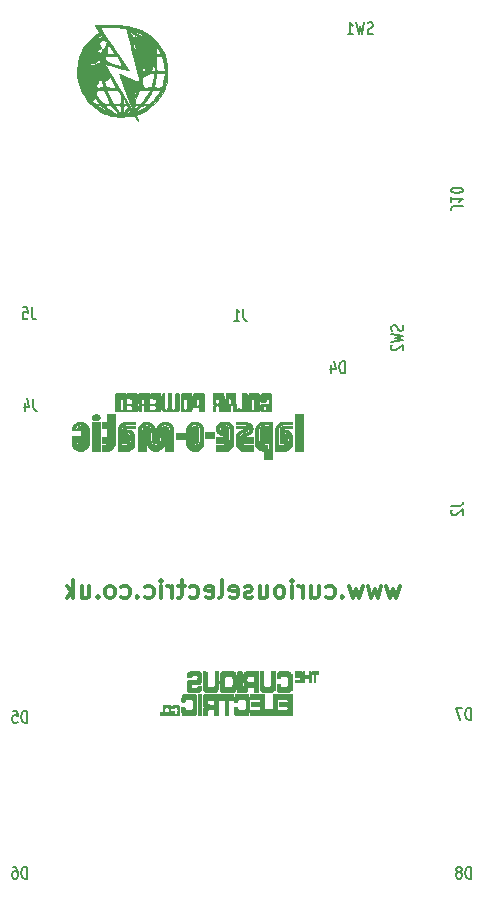
<source format=gbr>
G04 #@! TF.GenerationSoftware,KiCad,Pcbnew,(5.1.10)-1*
G04 #@! TF.CreationDate,2021-08-05T15:33:14+01:00*
G04 #@! TF.ProjectId,Lapse_O_Matic_PCB,4c617073-655f-44f5-9f4d-617469635f50,rev?*
G04 #@! TF.SameCoordinates,PX5d42830PY7b89fa0*
G04 #@! TF.FileFunction,Legend,Bot*
G04 #@! TF.FilePolarity,Positive*
%FSLAX46Y46*%
G04 Gerber Fmt 4.6, Leading zero omitted, Abs format (unit mm)*
G04 Created by KiCad (PCBNEW (5.1.10)-1) date 2021-08-05 15:33:14*
%MOMM*%
%LPD*%
G01*
G04 APERTURE LIST*
%ADD10C,0.300000*%
%ADD11C,0.010000*%
%ADD12C,0.150000*%
G04 APERTURE END LIST*
D10*
X35732857Y34230429D02*
X35447142Y33230429D01*
X35161428Y33944715D01*
X34875714Y33230429D01*
X34590000Y34230429D01*
X34161428Y34230429D02*
X33875714Y33230429D01*
X33590000Y33944715D01*
X33304285Y33230429D01*
X33018571Y34230429D01*
X32590000Y34230429D02*
X32304285Y33230429D01*
X32018571Y33944715D01*
X31732857Y33230429D01*
X31447142Y34230429D01*
X30875714Y33373286D02*
X30804285Y33301858D01*
X30875714Y33230429D01*
X30947142Y33301858D01*
X30875714Y33373286D01*
X30875714Y33230429D01*
X29518571Y33301858D02*
X29661428Y33230429D01*
X29947142Y33230429D01*
X30090000Y33301858D01*
X30161428Y33373286D01*
X30232857Y33516143D01*
X30232857Y33944715D01*
X30161428Y34087572D01*
X30090000Y34159000D01*
X29947142Y34230429D01*
X29661428Y34230429D01*
X29518571Y34159000D01*
X28232857Y34230429D02*
X28232857Y33230429D01*
X28875714Y34230429D02*
X28875714Y33444715D01*
X28804285Y33301858D01*
X28661428Y33230429D01*
X28447142Y33230429D01*
X28304285Y33301858D01*
X28232857Y33373286D01*
X27518571Y33230429D02*
X27518571Y34230429D01*
X27518571Y33944715D02*
X27447142Y34087572D01*
X27375714Y34159000D01*
X27232857Y34230429D01*
X27090000Y34230429D01*
X26590000Y33230429D02*
X26590000Y34230429D01*
X26590000Y34730429D02*
X26661428Y34659000D01*
X26590000Y34587572D01*
X26518571Y34659000D01*
X26590000Y34730429D01*
X26590000Y34587572D01*
X25661428Y33230429D02*
X25804285Y33301858D01*
X25875714Y33373286D01*
X25947142Y33516143D01*
X25947142Y33944715D01*
X25875714Y34087572D01*
X25804285Y34159000D01*
X25661428Y34230429D01*
X25447142Y34230429D01*
X25304285Y34159000D01*
X25232857Y34087572D01*
X25161428Y33944715D01*
X25161428Y33516143D01*
X25232857Y33373286D01*
X25304285Y33301858D01*
X25447142Y33230429D01*
X25661428Y33230429D01*
X23875714Y34230429D02*
X23875714Y33230429D01*
X24518571Y34230429D02*
X24518571Y33444715D01*
X24447142Y33301858D01*
X24304285Y33230429D01*
X24090000Y33230429D01*
X23947142Y33301858D01*
X23875714Y33373286D01*
X23232857Y33301858D02*
X23090000Y33230429D01*
X22804285Y33230429D01*
X22661428Y33301858D01*
X22590000Y33444715D01*
X22590000Y33516143D01*
X22661428Y33659000D01*
X22804285Y33730429D01*
X23018571Y33730429D01*
X23161428Y33801858D01*
X23232857Y33944715D01*
X23232857Y34016143D01*
X23161428Y34159000D01*
X23018571Y34230429D01*
X22804285Y34230429D01*
X22661428Y34159000D01*
X21375714Y33301858D02*
X21518571Y33230429D01*
X21804285Y33230429D01*
X21947142Y33301858D01*
X22018571Y33444715D01*
X22018571Y34016143D01*
X21947142Y34159000D01*
X21804285Y34230429D01*
X21518571Y34230429D01*
X21375714Y34159000D01*
X21304285Y34016143D01*
X21304285Y33873286D01*
X22018571Y33730429D01*
X20447142Y33230429D02*
X20590000Y33301858D01*
X20661428Y33444715D01*
X20661428Y34730429D01*
X19304285Y33301858D02*
X19447142Y33230429D01*
X19732857Y33230429D01*
X19875714Y33301858D01*
X19947142Y33444715D01*
X19947142Y34016143D01*
X19875714Y34159000D01*
X19732857Y34230429D01*
X19447142Y34230429D01*
X19304285Y34159000D01*
X19232857Y34016143D01*
X19232857Y33873286D01*
X19947142Y33730429D01*
X17947142Y33301858D02*
X18090000Y33230429D01*
X18375714Y33230429D01*
X18518571Y33301858D01*
X18590000Y33373286D01*
X18661428Y33516143D01*
X18661428Y33944715D01*
X18590000Y34087572D01*
X18518571Y34159000D01*
X18375714Y34230429D01*
X18090000Y34230429D01*
X17947142Y34159000D01*
X17518571Y34230429D02*
X16947142Y34230429D01*
X17304285Y34730429D02*
X17304285Y33444715D01*
X17232857Y33301858D01*
X17090000Y33230429D01*
X16947142Y33230429D01*
X16447142Y33230429D02*
X16447142Y34230429D01*
X16447142Y33944715D02*
X16375714Y34087572D01*
X16304285Y34159000D01*
X16161428Y34230429D01*
X16018571Y34230429D01*
X15518571Y33230429D02*
X15518571Y34230429D01*
X15518571Y34730429D02*
X15590000Y34659000D01*
X15518571Y34587572D01*
X15447142Y34659000D01*
X15518571Y34730429D01*
X15518571Y34587572D01*
X14161428Y33301858D02*
X14304285Y33230429D01*
X14590000Y33230429D01*
X14732857Y33301858D01*
X14804285Y33373286D01*
X14875714Y33516143D01*
X14875714Y33944715D01*
X14804285Y34087572D01*
X14732857Y34159000D01*
X14590000Y34230429D01*
X14304285Y34230429D01*
X14161428Y34159000D01*
X13518571Y33373286D02*
X13447142Y33301858D01*
X13518571Y33230429D01*
X13590000Y33301858D01*
X13518571Y33373286D01*
X13518571Y33230429D01*
X12161428Y33301858D02*
X12304285Y33230429D01*
X12590000Y33230429D01*
X12732857Y33301858D01*
X12804285Y33373286D01*
X12875714Y33516143D01*
X12875714Y33944715D01*
X12804285Y34087572D01*
X12732857Y34159000D01*
X12590000Y34230429D01*
X12304285Y34230429D01*
X12161428Y34159000D01*
X11304285Y33230429D02*
X11447142Y33301858D01*
X11518571Y33373286D01*
X11590000Y33516143D01*
X11590000Y33944715D01*
X11518571Y34087572D01*
X11447142Y34159000D01*
X11304285Y34230429D01*
X11090000Y34230429D01*
X10947142Y34159000D01*
X10875714Y34087572D01*
X10804285Y33944715D01*
X10804285Y33516143D01*
X10875714Y33373286D01*
X10947142Y33301858D01*
X11090000Y33230429D01*
X11304285Y33230429D01*
X10161428Y33373286D02*
X10090000Y33301858D01*
X10161428Y33230429D01*
X10232857Y33301858D01*
X10161428Y33373286D01*
X10161428Y33230429D01*
X8804285Y34230429D02*
X8804285Y33230429D01*
X9447142Y34230429D02*
X9447142Y33444715D01*
X9375714Y33301858D01*
X9232857Y33230429D01*
X9018571Y33230429D01*
X8875714Y33301858D01*
X8804285Y33373286D01*
X8090000Y33230429D02*
X8090000Y34730429D01*
X7947142Y33801858D02*
X7518571Y33230429D01*
X7518571Y34230429D02*
X8090000Y33659000D01*
D11*
G36*
X10715645Y81740497D02*
G01*
X11000639Y81736041D01*
X11298947Y81729274D01*
X11598693Y81720509D01*
X11888004Y81710057D01*
X12155003Y81698233D01*
X12387817Y81685348D01*
X12574570Y81671715D01*
X12703387Y81657647D01*
X12762393Y81643456D01*
X12764105Y81641910D01*
X12832600Y81597048D01*
X12942278Y81560397D01*
X12954605Y81557761D01*
X13223873Y81488479D01*
X13525781Y81386311D01*
X13822169Y81264802D01*
X13948834Y81204803D01*
X14383491Y80960052D01*
X14752748Y80687858D01*
X15075124Y80372001D01*
X15369139Y79996261D01*
X15428761Y79908608D01*
X15660251Y79524722D01*
X15832268Y79150552D01*
X15950683Y78765700D01*
X16021368Y78349770D01*
X16050194Y77882364D01*
X16051562Y77745166D01*
X16034652Y77290038D01*
X15979185Y76888923D01*
X15879146Y76517673D01*
X15728518Y76152137D01*
X15587606Y75882909D01*
X15344231Y75514430D01*
X15043190Y75161065D01*
X14700384Y74836520D01*
X14331713Y74554502D01*
X13953080Y74328719D01*
X13618348Y74185405D01*
X13426200Y74119934D01*
X13508270Y73881393D01*
X13559843Y73716452D01*
X13575289Y73627462D01*
X13555018Y73614771D01*
X13499439Y73678724D01*
X13417850Y73804932D01*
X13271710Y74046062D01*
X13059938Y74011781D01*
X12944315Y74000134D01*
X12764220Y73990484D01*
X12539837Y73983540D01*
X12291353Y73980013D01*
X12149667Y73979793D01*
X11882963Y73981674D01*
X11681591Y73986774D01*
X11526220Y73997288D01*
X11397522Y74015409D01*
X11276167Y74043332D01*
X11142826Y74083251D01*
X11091334Y74099943D01*
X10555337Y74316916D01*
X10068492Y74597950D01*
X9648818Y74926955D01*
X10096500Y74926955D01*
X10223500Y74821030D01*
X10302493Y74766128D01*
X10426319Y74691580D01*
X10573537Y74608936D01*
X10722709Y74529747D01*
X10852396Y74465564D01*
X10941158Y74427938D01*
X10962822Y74422706D01*
X10953521Y74445785D01*
X10920488Y74480487D01*
X10722057Y74662855D01*
X10568735Y74790778D01*
X10450492Y74870984D01*
X10795000Y74870984D01*
X10827688Y74818814D01*
X10914505Y74733647D01*
X11038584Y74628612D01*
X11183057Y74516840D01*
X11331056Y74411462D01*
X11465714Y74325607D01*
X11557000Y74277825D01*
X11675381Y74234666D01*
X11772229Y74212629D01*
X11782323Y74211990D01*
X11828277Y74217387D01*
X11826475Y74230579D01*
X12514533Y74230579D01*
X12532008Y74212656D01*
X12583815Y74210333D01*
X12689145Y74248692D01*
X12776706Y74335619D01*
X12811687Y74392535D01*
X13338871Y74392535D01*
X13362365Y74383906D01*
X13445298Y74409137D01*
X13577288Y74459717D01*
X13722398Y74523732D01*
X13882303Y74604880D01*
X14038937Y74692543D01*
X14174238Y74776100D01*
X14270139Y74844930D01*
X14308577Y74888414D01*
X14308667Y74889694D01*
X14270931Y74914191D01*
X14175910Y74928488D01*
X14126594Y74930000D01*
X14032320Y74923962D01*
X13948343Y74898659D01*
X13854347Y74843305D01*
X13730015Y74747115D01*
X13639761Y74671557D01*
X13476095Y74531363D01*
X13376290Y74440021D01*
X13338871Y74392535D01*
X12811687Y74392535D01*
X12852376Y74458735D01*
X12868156Y74531363D01*
X12834149Y74550645D01*
X12760463Y74513728D01*
X12657201Y74417755D01*
X12623526Y74378903D01*
X12543750Y74280523D01*
X12514533Y74230579D01*
X11826475Y74230579D01*
X11823954Y74249024D01*
X11766647Y74325550D01*
X11765680Y74326750D01*
X11691254Y74419971D01*
X11587504Y74550961D01*
X11480648Y74686583D01*
X11316981Y74894911D01*
X11582644Y74894911D01*
X11595657Y74841896D01*
X11659853Y74740675D01*
X11766609Y74602970D01*
X11907299Y74440504D01*
X11955817Y74387632D01*
X12086167Y74247430D01*
X12098743Y74553235D01*
X12098911Y74576221D01*
X12278403Y74576221D01*
X12280139Y74273833D01*
X12453074Y74464333D01*
X12558006Y74584088D01*
X12647061Y74692929D01*
X12687820Y74748222D01*
X12727735Y74845616D01*
X12692514Y74905571D01*
X12581157Y74929434D01*
X12552797Y74930000D01*
X12417857Y74924348D01*
X12335994Y74896222D01*
X12294215Y74828868D01*
X12279524Y74705530D01*
X12278403Y74576221D01*
X12098911Y74576221D01*
X12100090Y74737530D01*
X12084854Y74848576D01*
X12056410Y74893872D01*
X11981730Y74915902D01*
X11865358Y74927017D01*
X11738907Y74927149D01*
X11633992Y74916227D01*
X11582644Y74894911D01*
X11316981Y74894911D01*
X11289414Y74930000D01*
X11042207Y74930000D01*
X10893627Y74924082D01*
X10815713Y74904210D01*
X10795000Y74870984D01*
X10450492Y74870984D01*
X10448528Y74872316D01*
X10349437Y74915533D01*
X10259467Y74928489D01*
X10253837Y74928477D01*
X10096500Y74926955D01*
X9648818Y74926955D01*
X9635275Y74937572D01*
X9260163Y75330309D01*
X9236699Y75363373D01*
X9609667Y75363373D01*
X9641151Y75307057D01*
X9719373Y75227487D01*
X9819982Y75147402D01*
X9884834Y75106402D01*
X9973377Y75075921D01*
X10082457Y75060596D01*
X10181419Y75061679D01*
X10239605Y75080425D01*
X10244667Y75091688D01*
X10219868Y75146575D01*
X10157226Y75241430D01*
X10074373Y75353257D01*
X9988941Y75459061D01*
X9918562Y75535849D01*
X9884834Y75560959D01*
X9843941Y75532753D01*
X9818991Y75472248D01*
X9776563Y75397440D01*
X9702574Y75387744D01*
X9629971Y75383882D01*
X9609667Y75363373D01*
X9236699Y75363373D01*
X8947634Y75770688D01*
X8868342Y75926563D01*
X9967619Y75926563D01*
X9970450Y75866023D01*
X10009400Y75781372D01*
X10072992Y75678886D01*
X10171654Y75541539D01*
X10287375Y75392144D01*
X10402140Y75253513D01*
X10497938Y75148459D01*
X10538524Y75111263D01*
X10611440Y75084729D01*
X10733079Y75067121D01*
X10875789Y75059193D01*
X11011914Y75061694D01*
X11113802Y75075378D01*
X11151899Y75094585D01*
X11144591Y75146277D01*
X11106487Y75256109D01*
X11044272Y75406303D01*
X10988747Y75528502D01*
X10902064Y75714840D01*
X10821977Y75890545D01*
X10760077Y76030023D01*
X10737343Y76083583D01*
X10672320Y76242333D01*
X10911417Y76242333D01*
X10937563Y76111602D01*
X10967173Y76019584D01*
X11025020Y75880147D01*
X11101900Y75711874D01*
X11188607Y75533343D01*
X11275937Y75363138D01*
X11354685Y75219837D01*
X11415645Y75122023D01*
X11443666Y75089991D01*
X11515158Y75071743D01*
X11640119Y75061083D01*
X11787659Y75058389D01*
X11926889Y75064040D01*
X12026919Y75078413D01*
X12040371Y75082696D01*
X12073668Y75111474D01*
X12094155Y75177235D01*
X12104491Y75295848D01*
X12105304Y75349240D01*
X12276667Y75349240D01*
X12281372Y75214581D01*
X12293492Y75116820D01*
X12304889Y75085222D01*
X12366041Y75061718D01*
X12456164Y75058009D01*
X12537677Y75071885D01*
X12573000Y75101003D01*
X12550821Y75157024D01*
X12493113Y75258649D01*
X12424834Y75365021D01*
X12276667Y75585036D01*
X12276667Y75349240D01*
X12105304Y75349240D01*
X12107334Y75482364D01*
X12102560Y75660504D01*
X12089605Y75797413D01*
X12070513Y75874477D01*
X12063217Y75883602D01*
X12020851Y75937486D01*
X11968712Y76038901D01*
X11952787Y76076600D01*
X11886474Y76242333D01*
X10911417Y76242333D01*
X10672320Y76242333D01*
X10373827Y76242333D01*
X10217911Y76240367D01*
X10128401Y76230725D01*
X10087058Y76207791D01*
X10075648Y76165950D01*
X10075334Y76150417D01*
X10047452Y76044926D01*
X10008756Y75984932D01*
X9967619Y75926563D01*
X8868342Y75926563D01*
X8702165Y76253238D01*
X8615877Y76510841D01*
X10019580Y76510841D01*
X10050189Y76446307D01*
X10069296Y76437688D01*
X10136940Y76431465D01*
X10252271Y76432103D01*
X10386056Y76438054D01*
X10509061Y76447766D01*
X10592055Y76459691D01*
X10609791Y76466346D01*
X10609597Y76513309D01*
X10591776Y76615268D01*
X10562652Y76746011D01*
X10528551Y76879328D01*
X10518249Y76913825D01*
X10713681Y76913825D01*
X10727634Y76777282D01*
X10770005Y76623333D01*
X10813920Y76528131D01*
X10876029Y76478797D01*
X10987224Y76453012D01*
X11010201Y76449775D01*
X11214168Y76429062D01*
X11405389Y76421937D01*
X11559492Y76428530D01*
X11646532Y76446392D01*
X11668934Y76469600D01*
X11663527Y76517729D01*
X11625206Y76602229D01*
X11548862Y76734551D01*
X11440127Y76909202D01*
X11165358Y77343237D01*
X11001224Y77194952D01*
X10895974Y77110207D01*
X10807309Y77056534D01*
X10773712Y77046666D01*
X10729098Y77010177D01*
X10713681Y76913825D01*
X10518249Y76913825D01*
X10495795Y76989005D01*
X10470709Y77048832D01*
X10468670Y77051264D01*
X10403359Y77071015D01*
X10300565Y77064196D01*
X10300019Y77064087D01*
X10210140Y77034265D01*
X10186797Y76984250D01*
X10191976Y76954703D01*
X10183220Y76862295D01*
X10130630Y76757895D01*
X10047158Y76618692D01*
X10019580Y76510841D01*
X8615877Y76510841D01*
X8540804Y76734961D01*
X8806781Y76734961D01*
X8835833Y76637379D01*
X8861284Y76582792D01*
X8875728Y76607993D01*
X8882136Y76638413D01*
X8873367Y76727752D01*
X8851637Y76763296D01*
X8812387Y76781804D01*
X8806781Y76734961D01*
X8540804Y76734961D01*
X8528234Y76772485D01*
X8430317Y77322957D01*
X8426976Y77356658D01*
X8407670Y77957226D01*
X8453676Y78401333D01*
X9186334Y78401333D01*
X9201823Y78366488D01*
X9209824Y78370650D01*
X9412546Y78370650D01*
X9428004Y78325457D01*
X9515194Y78307925D01*
X9679025Y78315221D01*
X9689477Y78316202D01*
X9878668Y78347778D01*
X10006085Y78403762D01*
X10044363Y78434456D01*
X10182188Y78512570D01*
X10282028Y78528333D01*
X10419765Y78528333D01*
X10333467Y78649528D01*
X10283973Y78737725D01*
X10274513Y78796923D01*
X10277668Y78801799D01*
X10263788Y78807949D01*
X10191958Y78785424D01*
X10160000Y78772966D01*
X10040715Y78698948D01*
X9998306Y78620695D01*
X9980357Y78566368D01*
X9932443Y78538699D01*
X9832476Y78529073D01*
X9761450Y78528333D01*
X9604861Y78517939D01*
X9505662Y78482120D01*
X9463914Y78446334D01*
X9412546Y78370650D01*
X9209824Y78370650D01*
X9214556Y78373111D01*
X9219622Y78423351D01*
X9214556Y78429555D01*
X9189389Y78423744D01*
X9186334Y78401333D01*
X8453676Y78401333D01*
X8466531Y78525417D01*
X8588933Y79004183D01*
X10710334Y79004183D01*
X10743353Y78924644D01*
X10795000Y78876824D01*
X10862573Y78793882D01*
X10879667Y78719881D01*
X10885210Y78677285D01*
X10909965Y78640770D01*
X10966118Y78604222D01*
X11065855Y78561523D01*
X11221363Y78506558D01*
X11444828Y78433209D01*
X11461750Y78427739D01*
X11671086Y78360525D01*
X11851537Y78303384D01*
X11987881Y78261075D01*
X12064897Y78238357D01*
X12075584Y78235832D01*
X12094413Y78271280D01*
X12096612Y78289480D01*
X12276667Y78289480D01*
X12289223Y78205737D01*
X12304889Y78175555D01*
X12361160Y78148459D01*
X12400356Y78166517D01*
X12402320Y78179083D01*
X12378216Y78234208D01*
X12338820Y78293008D01*
X12292333Y78349666D01*
X12277798Y78337359D01*
X12276667Y78289480D01*
X12096612Y78289480D01*
X12105795Y78365474D01*
X12107334Y78424307D01*
X12097171Y78548746D01*
X12058253Y78660356D01*
X11977935Y78790500D01*
X11936665Y78847641D01*
X11765996Y79078666D01*
X11238165Y79078666D01*
X11017765Y79077610D01*
X10868472Y79073167D01*
X10776739Y79063425D01*
X10729021Y79046473D01*
X10711770Y79020400D01*
X10710334Y79004183D01*
X8588933Y79004183D01*
X8603441Y79060927D01*
X8800121Y79520975D01*
X10093895Y79520975D01*
X10126582Y79502059D01*
X10130783Y79502000D01*
X10201090Y79472934D01*
X10265698Y79417483D01*
X10346547Y79365476D01*
X10417327Y79396082D01*
X10432779Y79425796D01*
X10899275Y79425796D01*
X10903091Y79399022D01*
X10931423Y79248000D01*
X11647432Y79248000D01*
X11551407Y79385583D01*
X11383157Y79622404D01*
X11254740Y79792977D01*
X11161428Y79903046D01*
X11098491Y79958354D01*
X11072234Y79967666D01*
X11020191Y79929549D01*
X10969537Y79831638D01*
X10927609Y79698599D01*
X10901743Y79555097D01*
X10899275Y79425796D01*
X10432779Y79425796D01*
X10475302Y79507565D01*
X10490755Y79560240D01*
X10545090Y79669889D01*
X10618053Y79706089D01*
X10706592Y79756400D01*
X10783310Y79862236D01*
X10830428Y79994665D01*
X10837334Y80062931D01*
X10855608Y80160566D01*
X10883142Y80208209D01*
X10904514Y80271758D01*
X10872959Y80343675D01*
X10805892Y80407461D01*
X10694823Y80431983D01*
X10644955Y80433333D01*
X10516711Y80419259D01*
X10414267Y80364581D01*
X10335242Y80291262D01*
X10197541Y80149191D01*
X10305771Y80020568D01*
X10375496Y79923620D01*
X10412295Y79844984D01*
X10414000Y79832439D01*
X10377173Y79739552D01*
X10288615Y79679594D01*
X10237690Y79671333D01*
X10159814Y79637398D01*
X10117667Y79586666D01*
X10093895Y79520975D01*
X8800121Y79520975D01*
X8818280Y79563449D01*
X8834318Y79589165D01*
X9821334Y79589165D01*
X9852064Y79546056D01*
X9863667Y79544333D01*
X9904900Y79558777D01*
X9906000Y79563001D01*
X9876336Y79599144D01*
X9863667Y79607833D01*
X9824657Y79604477D01*
X9821334Y79589165D01*
X8834318Y79589165D01*
X9110931Y80032680D01*
X9395428Y80367335D01*
X10075334Y80367335D01*
X10095856Y80323517D01*
X10117667Y80327500D01*
X10158385Y80381621D01*
X10160000Y80393498D01*
X10127711Y80432193D01*
X10117667Y80433333D01*
X10080515Y80398875D01*
X10075334Y80367335D01*
X9395428Y80367335D01*
X9481274Y80468315D01*
X9643038Y80621799D01*
X10075334Y80621799D01*
X10110293Y80601023D01*
X10195852Y80604626D01*
X10303028Y80628085D01*
X10402841Y80666877D01*
X10418052Y80675294D01*
X10507844Y80733650D01*
X10535347Y80778214D01*
X10513043Y80834920D01*
X10502809Y80851413D01*
X10467231Y80876101D01*
X10404549Y80858722D01*
X10297539Y80793627D01*
X10270624Y80775296D01*
X10164000Y80698812D01*
X10093067Y80641944D01*
X10075334Y80621799D01*
X9643038Y80621799D01*
X9726055Y80700566D01*
X9868887Y80818516D01*
X10015962Y80927497D01*
X10117312Y80992969D01*
X10218099Y81056915D01*
X10278753Y81107722D01*
X10286674Y81121917D01*
X10263536Y81169415D01*
X10202028Y81265565D01*
X10114514Y81391234D01*
X10096500Y81416137D01*
X10031226Y81509292D01*
X10329334Y81509292D01*
X10352762Y81470457D01*
X10420024Y81368767D01*
X10526584Y81210855D01*
X10667904Y81003355D01*
X10839451Y80752902D01*
X11036686Y80466130D01*
X11255075Y80149672D01*
X11490082Y79810164D01*
X11561629Y79706995D01*
X11800036Y79362313D01*
X12022382Y79038814D01*
X12224225Y78743106D01*
X12401123Y78481792D01*
X12548634Y78261479D01*
X12662317Y78088771D01*
X12737730Y77970275D01*
X12770431Y77912594D01*
X12771246Y77908134D01*
X12725904Y77912711D01*
X12610409Y77937562D01*
X12436070Y77979872D01*
X12214192Y78036830D01*
X11956081Y78105621D01*
X11742989Y78163989D01*
X11465516Y78240218D01*
X11216353Y78307471D01*
X11006670Y78362829D01*
X10847638Y78403375D01*
X10750430Y78426194D01*
X10724762Y78429873D01*
X10743741Y78392784D01*
X10802105Y78291560D01*
X10894974Y78134235D01*
X11017464Y77928847D01*
X11164694Y77683429D01*
X11331780Y77406019D01*
X11513841Y77104652D01*
X11705993Y76787364D01*
X11903355Y76462190D01*
X12101045Y76137166D01*
X12294179Y75820328D01*
X12477876Y75519711D01*
X12647253Y75243352D01*
X12797428Y74999286D01*
X12923518Y74795549D01*
X13020641Y74640176D01*
X13083914Y74541204D01*
X13108438Y74506666D01*
X13103450Y74541400D01*
X13073808Y74628311D01*
X13059425Y74665416D01*
X13030411Y74738920D01*
X13216418Y74738920D01*
X13226019Y74694637D01*
X13253169Y74586464D01*
X13421084Y74719456D01*
X13517437Y74802835D01*
X13578172Y74868982D01*
X13589000Y74891224D01*
X13551416Y74915430D01*
X13457447Y74928966D01*
X13418338Y74930000D01*
X13283813Y74912143D01*
X13219263Y74851824D01*
X13216418Y74738920D01*
X13030411Y74738920D01*
X12930060Y74993146D01*
X12874904Y75135067D01*
X13296823Y75135067D01*
X13320889Y75085222D01*
X13396290Y75057645D01*
X13520226Y75053900D01*
X13661007Y75070760D01*
X13703115Y75082207D01*
X14097000Y75082207D01*
X14134046Y75061482D01*
X14227361Y75055583D01*
X14350218Y75062623D01*
X14475884Y75080714D01*
X14577630Y75107970D01*
X14599554Y75117684D01*
X14687493Y75181186D01*
X14801846Y75287399D01*
X14909102Y75403434D01*
X15013203Y75532724D01*
X15127124Y75685902D01*
X15239280Y75845819D01*
X15338087Y75995325D01*
X15411960Y76117272D01*
X15449313Y76194512D01*
X15451667Y76206563D01*
X15412789Y76223636D01*
X15309922Y76236277D01*
X15163718Y76242168D01*
X15133125Y76242333D01*
X14814582Y76242333D01*
X14699208Y76044599D01*
X14624673Y75921608D01*
X14520141Y75755204D01*
X14402668Y75572362D01*
X14340417Y75477140D01*
X14239810Y75322061D01*
X14159452Y75193879D01*
X14109136Y75108483D01*
X14097000Y75082207D01*
X13703115Y75082207D01*
X13786943Y75104995D01*
X13851524Y75139285D01*
X13929745Y75218387D01*
X14033046Y75346987D01*
X14150412Y75508351D01*
X14270827Y75685747D01*
X14383273Y75862439D01*
X14476735Y76021696D01*
X14540195Y76146782D01*
X14562667Y76219480D01*
X14523248Y76228853D01*
X14416639Y76236364D01*
X14260312Y76241117D01*
X14117259Y76242333D01*
X13918039Y76241262D01*
X13787037Y76235893D01*
X13707811Y76222995D01*
X13663921Y76199338D01*
X13638924Y76161690D01*
X13632610Y76147083D01*
X13598500Y76065776D01*
X13541279Y75930845D01*
X13471214Y75766476D01*
X13443017Y75700533D01*
X13348941Y75454874D01*
X13299850Y75264574D01*
X13296823Y75135067D01*
X12874904Y75135067D01*
X12797316Y75334703D01*
X12664492Y75681115D01*
X12642728Y75738599D01*
X13209287Y75738599D01*
X13216019Y75677711D01*
X13236642Y75677564D01*
X13274939Y75743706D01*
X13334689Y75881684D01*
X13374373Y75980822D01*
X13422018Y76105221D01*
X13438373Y76166302D01*
X13424060Y76179171D01*
X13381747Y76160029D01*
X13304894Y76079937D01*
X13243817Y75946812D01*
X13211442Y75792240D01*
X13209287Y75738599D01*
X12642728Y75738599D01*
X12534891Y76023408D01*
X12411812Y76352607D01*
X12364017Y76482222D01*
X13772445Y76482222D01*
X13778256Y76457055D01*
X13800667Y76454000D01*
X13835512Y76469489D01*
X13828889Y76482222D01*
X13778649Y76487289D01*
X13772445Y76482222D01*
X12364017Y76482222D01*
X12298557Y76659740D01*
X12198426Y76935831D01*
X12128221Y77133832D01*
X12361334Y77133832D01*
X12392064Y77090723D01*
X12403667Y77089000D01*
X12444900Y77103443D01*
X12446000Y77107668D01*
X12416336Y77143811D01*
X12403667Y77152500D01*
X12364657Y77149143D01*
X12361334Y77133832D01*
X12128221Y77133832D01*
X12114720Y77171908D01*
X12050740Y77358996D01*
X12009787Y77488122D01*
X11995162Y77550311D01*
X11996701Y77554615D01*
X12048405Y77538989D01*
X12165823Y77495369D01*
X12336630Y77428596D01*
X12548498Y77343511D01*
X12789101Y77244954D01*
X12859108Y77215949D01*
X13103173Y77114875D01*
X13319555Y77025831D01*
X13496510Y76953604D01*
X13622292Y76902979D01*
X13685156Y76878743D01*
X13689973Y76877333D01*
X13682890Y76917169D01*
X13656936Y77031798D01*
X13647235Y77072838D01*
X13861283Y77072838D01*
X13876867Y76915825D01*
X13908833Y76750478D01*
X13951675Y76600137D01*
X13999886Y76488142D01*
X14046894Y76438125D01*
X14159499Y76422613D01*
X14307867Y76424029D01*
X14462134Y76439368D01*
X14592433Y76465623D01*
X14621735Y76478716D01*
X14916876Y76478716D01*
X14979826Y76444692D01*
X14992554Y76442071D01*
X15175287Y76419230D01*
X15352915Y76428831D01*
X15420405Y76438917D01*
X15505622Y76457187D01*
X15560768Y76490277D01*
X15601444Y76557902D01*
X15643254Y76679775D01*
X15662971Y76745368D01*
X15710609Y76923842D01*
X15753512Y77117255D01*
X15788305Y77305584D01*
X15811613Y77468806D01*
X15820061Y77586899D01*
X15813179Y77636616D01*
X15753472Y77669055D01*
X15638043Y77692380D01*
X15495603Y77703724D01*
X15354868Y77700221D01*
X15282334Y77689614D01*
X15174509Y77651188D01*
X15127333Y77586115D01*
X15120723Y77553099D01*
X15105209Y77458745D01*
X15076723Y77306373D01*
X15040261Y77120702D01*
X15000819Y76926453D01*
X14963391Y76748345D01*
X14932973Y76611099D01*
X14918567Y76552722D01*
X14916876Y76478716D01*
X14621735Y76478716D01*
X14668898Y76499789D01*
X14669966Y76500823D01*
X14708149Y76570328D01*
X14756048Y76701678D01*
X14808017Y76873459D01*
X14858408Y77064254D01*
X14901576Y77252649D01*
X14931875Y77417228D01*
X14943658Y77536574D01*
X14943667Y77538928D01*
X14938116Y77630609D01*
X14905140Y77671158D01*
X14820251Y77681393D01*
X14775770Y77681666D01*
X14662855Y77674182D01*
X14545329Y77646886D01*
X14399185Y77592516D01*
X14224000Y77514733D01*
X14058713Y77433162D01*
X13955967Y77365127D01*
X13898661Y77295439D01*
X13869691Y77208908D01*
X13867587Y77198178D01*
X13861283Y77072838D01*
X13647235Y77072838D01*
X13613888Y77213907D01*
X13555529Y77456179D01*
X13483636Y77751299D01*
X13452894Y77876500D01*
X13661545Y77876500D01*
X13689800Y77863170D01*
X13728889Y77912204D01*
X13746175Y77978000D01*
X13927667Y77978000D01*
X13936257Y77891928D01*
X13979311Y77857196D01*
X14072156Y77851000D01*
X14167983Y77855252D01*
X14196729Y77883425D01*
X14193764Y77894174D01*
X14647334Y77894174D01*
X14683238Y77866044D01*
X14767677Y77852820D01*
X14865740Y77855080D01*
X14942517Y77873404D01*
X14962126Y77888952D01*
X14973279Y77951226D01*
X14967948Y78051108D01*
X14950953Y78160141D01*
X14927118Y78249871D01*
X14901264Y78291840D01*
X14893998Y78290966D01*
X14845240Y78238721D01*
X14778020Y78142927D01*
X14710636Y78033021D01*
X14661387Y77938438D01*
X14647334Y77894174D01*
X14193764Y77894174D01*
X14175978Y77958648D01*
X14168709Y77978000D01*
X14107524Y78076841D01*
X14024219Y78105000D01*
X13954695Y78089167D01*
X13929501Y78025368D01*
X13927667Y77978000D01*
X13746175Y77978000D01*
X13750997Y77996353D01*
X13747661Y78074895D01*
X13720909Y78085328D01*
X13686170Y78034773D01*
X13663105Y77955781D01*
X13661545Y77876500D01*
X13452894Y77876500D01*
X13399991Y78091952D01*
X13306372Y78470824D01*
X13204559Y78880597D01*
X13155129Y79078666D01*
X15057787Y79078666D01*
X15086784Y78500875D01*
X15098947Y78286947D01*
X15112072Y78103351D01*
X15124770Y77966708D01*
X15135655Y77893639D01*
X15138055Y77887041D01*
X15188251Y77869664D01*
X15300371Y77856881D01*
X15451703Y77851111D01*
X15476661Y77851000D01*
X15651150Y77855393D01*
X15756634Y77870463D01*
X15808410Y77899051D01*
X15817243Y77914200D01*
X15819078Y77981419D01*
X15804532Y78109895D01*
X15777625Y78278715D01*
X15742376Y78466963D01*
X15702805Y78653724D01*
X15662931Y78818085D01*
X15626774Y78939131D01*
X15614132Y78971002D01*
X15578426Y79031448D01*
X15525697Y79063801D01*
X15431791Y79076653D01*
X15311432Y79078666D01*
X15057787Y79078666D01*
X13155129Y79078666D01*
X13126075Y79195083D01*
X13095135Y79318834D01*
X15037948Y79318834D01*
X15090757Y79271928D01*
X15220325Y79249664D01*
X15283924Y79248000D01*
X15492185Y79248000D01*
X15441343Y79364416D01*
X15390478Y79466654D01*
X15314833Y79603354D01*
X15262334Y79692500D01*
X15134167Y79904166D01*
X15121049Y79672616D01*
X15106141Y79533534D01*
X15082027Y79426204D01*
X15064488Y79388721D01*
X15037948Y79318834D01*
X13095135Y79318834D01*
X12862724Y80248395D01*
X13087472Y80248395D01*
X13094569Y80217703D01*
X13119457Y80117345D01*
X13152873Y79975204D01*
X13171474Y79893583D01*
X13205865Y79762986D01*
X13242084Y79696122D01*
X13293865Y79672903D01*
X13323423Y79671333D01*
X13396082Y79683511D01*
X13404166Y79736276D01*
X13395870Y79766583D01*
X13350052Y79889865D01*
X13291189Y80015406D01*
X13227460Y80130961D01*
X13209848Y80158166D01*
X13410724Y80158166D01*
X13485519Y80010000D01*
X13538354Y79925228D01*
X13573667Y79909051D01*
X13579655Y79919160D01*
X13565698Y79986259D01*
X13504997Y80067194D01*
X13504860Y80067326D01*
X13410724Y80158166D01*
X13209848Y80158166D01*
X13167045Y80224283D01*
X13118122Y80283127D01*
X13088872Y80295246D01*
X13087472Y80248395D01*
X12862724Y80248395D01*
X12644474Y81121316D01*
X12890644Y81121316D01*
X12906835Y81041823D01*
X12950368Y80937852D01*
X13011966Y80832741D01*
X13064524Y80767104D01*
X13142486Y80694410D01*
X13193096Y80679787D01*
X13237715Y80711000D01*
X13296346Y80760965D01*
X13318960Y80772000D01*
X13366682Y80754474D01*
X13455499Y80711837D01*
X13464102Y80707413D01*
X13547451Y80674677D01*
X13588195Y80679019D01*
X13589000Y80683184D01*
X13556255Y80721196D01*
X13470701Y80790845D01*
X13351361Y80878948D01*
X13217257Y80972322D01*
X13087410Y81057784D01*
X12980844Y81122151D01*
X12916580Y81152241D01*
X12911075Y81153000D01*
X12890644Y81121316D01*
X12644474Y81121316D01*
X12615384Y81237666D01*
X13184945Y81237666D01*
X13204664Y81215029D01*
X13280691Y81153857D01*
X13400037Y81064266D01*
X13508776Y80985498D01*
X13669064Y80872569D01*
X13776403Y80803649D01*
X13845829Y80772278D01*
X13892374Y80771999D01*
X13931074Y80796354D01*
X13936963Y80801579D01*
X13988239Y80856505D01*
X13974607Y80893391D01*
X13938273Y80919865D01*
X13869954Y80956372D01*
X13751193Y81011467D01*
X13604314Y81075731D01*
X13451638Y81139749D01*
X13315490Y81194101D01*
X13218192Y81229372D01*
X13184945Y81237666D01*
X12615384Y81237666D01*
X12546586Y81512833D01*
X11437960Y81524119D01*
X11141584Y81526183D01*
X10875094Y81526209D01*
X10649563Y81524346D01*
X10476065Y81520741D01*
X10365671Y81515543D01*
X10329334Y81509292D01*
X10031226Y81509292D01*
X10005338Y81546236D01*
X9937950Y81651579D01*
X9906798Y81712477D01*
X9906000Y81717165D01*
X9946303Y81728955D01*
X10059293Y81736871D01*
X10233097Y81741225D01*
X10455839Y81742329D01*
X10715645Y81740497D01*
G37*
X10715645Y81740497D02*
X11000639Y81736041D01*
X11298947Y81729274D01*
X11598693Y81720509D01*
X11888004Y81710057D01*
X12155003Y81698233D01*
X12387817Y81685348D01*
X12574570Y81671715D01*
X12703387Y81657647D01*
X12762393Y81643456D01*
X12764105Y81641910D01*
X12832600Y81597048D01*
X12942278Y81560397D01*
X12954605Y81557761D01*
X13223873Y81488479D01*
X13525781Y81386311D01*
X13822169Y81264802D01*
X13948834Y81204803D01*
X14383491Y80960052D01*
X14752748Y80687858D01*
X15075124Y80372001D01*
X15369139Y79996261D01*
X15428761Y79908608D01*
X15660251Y79524722D01*
X15832268Y79150552D01*
X15950683Y78765700D01*
X16021368Y78349770D01*
X16050194Y77882364D01*
X16051562Y77745166D01*
X16034652Y77290038D01*
X15979185Y76888923D01*
X15879146Y76517673D01*
X15728518Y76152137D01*
X15587606Y75882909D01*
X15344231Y75514430D01*
X15043190Y75161065D01*
X14700384Y74836520D01*
X14331713Y74554502D01*
X13953080Y74328719D01*
X13618348Y74185405D01*
X13426200Y74119934D01*
X13508270Y73881393D01*
X13559843Y73716452D01*
X13575289Y73627462D01*
X13555018Y73614771D01*
X13499439Y73678724D01*
X13417850Y73804932D01*
X13271710Y74046062D01*
X13059938Y74011781D01*
X12944315Y74000134D01*
X12764220Y73990484D01*
X12539837Y73983540D01*
X12291353Y73980013D01*
X12149667Y73979793D01*
X11882963Y73981674D01*
X11681591Y73986774D01*
X11526220Y73997288D01*
X11397522Y74015409D01*
X11276167Y74043332D01*
X11142826Y74083251D01*
X11091334Y74099943D01*
X10555337Y74316916D01*
X10068492Y74597950D01*
X9648818Y74926955D01*
X10096500Y74926955D01*
X10223500Y74821030D01*
X10302493Y74766128D01*
X10426319Y74691580D01*
X10573537Y74608936D01*
X10722709Y74529747D01*
X10852396Y74465564D01*
X10941158Y74427938D01*
X10962822Y74422706D01*
X10953521Y74445785D01*
X10920488Y74480487D01*
X10722057Y74662855D01*
X10568735Y74790778D01*
X10450492Y74870984D01*
X10795000Y74870984D01*
X10827688Y74818814D01*
X10914505Y74733647D01*
X11038584Y74628612D01*
X11183057Y74516840D01*
X11331056Y74411462D01*
X11465714Y74325607D01*
X11557000Y74277825D01*
X11675381Y74234666D01*
X11772229Y74212629D01*
X11782323Y74211990D01*
X11828277Y74217387D01*
X11826475Y74230579D01*
X12514533Y74230579D01*
X12532008Y74212656D01*
X12583815Y74210333D01*
X12689145Y74248692D01*
X12776706Y74335619D01*
X12811687Y74392535D01*
X13338871Y74392535D01*
X13362365Y74383906D01*
X13445298Y74409137D01*
X13577288Y74459717D01*
X13722398Y74523732D01*
X13882303Y74604880D01*
X14038937Y74692543D01*
X14174238Y74776100D01*
X14270139Y74844930D01*
X14308577Y74888414D01*
X14308667Y74889694D01*
X14270931Y74914191D01*
X14175910Y74928488D01*
X14126594Y74930000D01*
X14032320Y74923962D01*
X13948343Y74898659D01*
X13854347Y74843305D01*
X13730015Y74747115D01*
X13639761Y74671557D01*
X13476095Y74531363D01*
X13376290Y74440021D01*
X13338871Y74392535D01*
X12811687Y74392535D01*
X12852376Y74458735D01*
X12868156Y74531363D01*
X12834149Y74550645D01*
X12760463Y74513728D01*
X12657201Y74417755D01*
X12623526Y74378903D01*
X12543750Y74280523D01*
X12514533Y74230579D01*
X11826475Y74230579D01*
X11823954Y74249024D01*
X11766647Y74325550D01*
X11765680Y74326750D01*
X11691254Y74419971D01*
X11587504Y74550961D01*
X11480648Y74686583D01*
X11316981Y74894911D01*
X11582644Y74894911D01*
X11595657Y74841896D01*
X11659853Y74740675D01*
X11766609Y74602970D01*
X11907299Y74440504D01*
X11955817Y74387632D01*
X12086167Y74247430D01*
X12098743Y74553235D01*
X12098911Y74576221D01*
X12278403Y74576221D01*
X12280139Y74273833D01*
X12453074Y74464333D01*
X12558006Y74584088D01*
X12647061Y74692929D01*
X12687820Y74748222D01*
X12727735Y74845616D01*
X12692514Y74905571D01*
X12581157Y74929434D01*
X12552797Y74930000D01*
X12417857Y74924348D01*
X12335994Y74896222D01*
X12294215Y74828868D01*
X12279524Y74705530D01*
X12278403Y74576221D01*
X12098911Y74576221D01*
X12100090Y74737530D01*
X12084854Y74848576D01*
X12056410Y74893872D01*
X11981730Y74915902D01*
X11865358Y74927017D01*
X11738907Y74927149D01*
X11633992Y74916227D01*
X11582644Y74894911D01*
X11316981Y74894911D01*
X11289414Y74930000D01*
X11042207Y74930000D01*
X10893627Y74924082D01*
X10815713Y74904210D01*
X10795000Y74870984D01*
X10450492Y74870984D01*
X10448528Y74872316D01*
X10349437Y74915533D01*
X10259467Y74928489D01*
X10253837Y74928477D01*
X10096500Y74926955D01*
X9648818Y74926955D01*
X9635275Y74937572D01*
X9260163Y75330309D01*
X9236699Y75363373D01*
X9609667Y75363373D01*
X9641151Y75307057D01*
X9719373Y75227487D01*
X9819982Y75147402D01*
X9884834Y75106402D01*
X9973377Y75075921D01*
X10082457Y75060596D01*
X10181419Y75061679D01*
X10239605Y75080425D01*
X10244667Y75091688D01*
X10219868Y75146575D01*
X10157226Y75241430D01*
X10074373Y75353257D01*
X9988941Y75459061D01*
X9918562Y75535849D01*
X9884834Y75560959D01*
X9843941Y75532753D01*
X9818991Y75472248D01*
X9776563Y75397440D01*
X9702574Y75387744D01*
X9629971Y75383882D01*
X9609667Y75363373D01*
X9236699Y75363373D01*
X8947634Y75770688D01*
X8868342Y75926563D01*
X9967619Y75926563D01*
X9970450Y75866023D01*
X10009400Y75781372D01*
X10072992Y75678886D01*
X10171654Y75541539D01*
X10287375Y75392144D01*
X10402140Y75253513D01*
X10497938Y75148459D01*
X10538524Y75111263D01*
X10611440Y75084729D01*
X10733079Y75067121D01*
X10875789Y75059193D01*
X11011914Y75061694D01*
X11113802Y75075378D01*
X11151899Y75094585D01*
X11144591Y75146277D01*
X11106487Y75256109D01*
X11044272Y75406303D01*
X10988747Y75528502D01*
X10902064Y75714840D01*
X10821977Y75890545D01*
X10760077Y76030023D01*
X10737343Y76083583D01*
X10672320Y76242333D01*
X10911417Y76242333D01*
X10937563Y76111602D01*
X10967173Y76019584D01*
X11025020Y75880147D01*
X11101900Y75711874D01*
X11188607Y75533343D01*
X11275937Y75363138D01*
X11354685Y75219837D01*
X11415645Y75122023D01*
X11443666Y75089991D01*
X11515158Y75071743D01*
X11640119Y75061083D01*
X11787659Y75058389D01*
X11926889Y75064040D01*
X12026919Y75078413D01*
X12040371Y75082696D01*
X12073668Y75111474D01*
X12094155Y75177235D01*
X12104491Y75295848D01*
X12105304Y75349240D01*
X12276667Y75349240D01*
X12281372Y75214581D01*
X12293492Y75116820D01*
X12304889Y75085222D01*
X12366041Y75061718D01*
X12456164Y75058009D01*
X12537677Y75071885D01*
X12573000Y75101003D01*
X12550821Y75157024D01*
X12493113Y75258649D01*
X12424834Y75365021D01*
X12276667Y75585036D01*
X12276667Y75349240D01*
X12105304Y75349240D01*
X12107334Y75482364D01*
X12102560Y75660504D01*
X12089605Y75797413D01*
X12070513Y75874477D01*
X12063217Y75883602D01*
X12020851Y75937486D01*
X11968712Y76038901D01*
X11952787Y76076600D01*
X11886474Y76242333D01*
X10911417Y76242333D01*
X10672320Y76242333D01*
X10373827Y76242333D01*
X10217911Y76240367D01*
X10128401Y76230725D01*
X10087058Y76207791D01*
X10075648Y76165950D01*
X10075334Y76150417D01*
X10047452Y76044926D01*
X10008756Y75984932D01*
X9967619Y75926563D01*
X8868342Y75926563D01*
X8702165Y76253238D01*
X8615877Y76510841D01*
X10019580Y76510841D01*
X10050189Y76446307D01*
X10069296Y76437688D01*
X10136940Y76431465D01*
X10252271Y76432103D01*
X10386056Y76438054D01*
X10509061Y76447766D01*
X10592055Y76459691D01*
X10609791Y76466346D01*
X10609597Y76513309D01*
X10591776Y76615268D01*
X10562652Y76746011D01*
X10528551Y76879328D01*
X10518249Y76913825D01*
X10713681Y76913825D01*
X10727634Y76777282D01*
X10770005Y76623333D01*
X10813920Y76528131D01*
X10876029Y76478797D01*
X10987224Y76453012D01*
X11010201Y76449775D01*
X11214168Y76429062D01*
X11405389Y76421937D01*
X11559492Y76428530D01*
X11646532Y76446392D01*
X11668934Y76469600D01*
X11663527Y76517729D01*
X11625206Y76602229D01*
X11548862Y76734551D01*
X11440127Y76909202D01*
X11165358Y77343237D01*
X11001224Y77194952D01*
X10895974Y77110207D01*
X10807309Y77056534D01*
X10773712Y77046666D01*
X10729098Y77010177D01*
X10713681Y76913825D01*
X10518249Y76913825D01*
X10495795Y76989005D01*
X10470709Y77048832D01*
X10468670Y77051264D01*
X10403359Y77071015D01*
X10300565Y77064196D01*
X10300019Y77064087D01*
X10210140Y77034265D01*
X10186797Y76984250D01*
X10191976Y76954703D01*
X10183220Y76862295D01*
X10130630Y76757895D01*
X10047158Y76618692D01*
X10019580Y76510841D01*
X8615877Y76510841D01*
X8540804Y76734961D01*
X8806781Y76734961D01*
X8835833Y76637379D01*
X8861284Y76582792D01*
X8875728Y76607993D01*
X8882136Y76638413D01*
X8873367Y76727752D01*
X8851637Y76763296D01*
X8812387Y76781804D01*
X8806781Y76734961D01*
X8540804Y76734961D01*
X8528234Y76772485D01*
X8430317Y77322957D01*
X8426976Y77356658D01*
X8407670Y77957226D01*
X8453676Y78401333D01*
X9186334Y78401333D01*
X9201823Y78366488D01*
X9209824Y78370650D01*
X9412546Y78370650D01*
X9428004Y78325457D01*
X9515194Y78307925D01*
X9679025Y78315221D01*
X9689477Y78316202D01*
X9878668Y78347778D01*
X10006085Y78403762D01*
X10044363Y78434456D01*
X10182188Y78512570D01*
X10282028Y78528333D01*
X10419765Y78528333D01*
X10333467Y78649528D01*
X10283973Y78737725D01*
X10274513Y78796923D01*
X10277668Y78801799D01*
X10263788Y78807949D01*
X10191958Y78785424D01*
X10160000Y78772966D01*
X10040715Y78698948D01*
X9998306Y78620695D01*
X9980357Y78566368D01*
X9932443Y78538699D01*
X9832476Y78529073D01*
X9761450Y78528333D01*
X9604861Y78517939D01*
X9505662Y78482120D01*
X9463914Y78446334D01*
X9412546Y78370650D01*
X9209824Y78370650D01*
X9214556Y78373111D01*
X9219622Y78423351D01*
X9214556Y78429555D01*
X9189389Y78423744D01*
X9186334Y78401333D01*
X8453676Y78401333D01*
X8466531Y78525417D01*
X8588933Y79004183D01*
X10710334Y79004183D01*
X10743353Y78924644D01*
X10795000Y78876824D01*
X10862573Y78793882D01*
X10879667Y78719881D01*
X10885210Y78677285D01*
X10909965Y78640770D01*
X10966118Y78604222D01*
X11065855Y78561523D01*
X11221363Y78506558D01*
X11444828Y78433209D01*
X11461750Y78427739D01*
X11671086Y78360525D01*
X11851537Y78303384D01*
X11987881Y78261075D01*
X12064897Y78238357D01*
X12075584Y78235832D01*
X12094413Y78271280D01*
X12096612Y78289480D01*
X12276667Y78289480D01*
X12289223Y78205737D01*
X12304889Y78175555D01*
X12361160Y78148459D01*
X12400356Y78166517D01*
X12402320Y78179083D01*
X12378216Y78234208D01*
X12338820Y78293008D01*
X12292333Y78349666D01*
X12277798Y78337359D01*
X12276667Y78289480D01*
X12096612Y78289480D01*
X12105795Y78365474D01*
X12107334Y78424307D01*
X12097171Y78548746D01*
X12058253Y78660356D01*
X11977935Y78790500D01*
X11936665Y78847641D01*
X11765996Y79078666D01*
X11238165Y79078666D01*
X11017765Y79077610D01*
X10868472Y79073167D01*
X10776739Y79063425D01*
X10729021Y79046473D01*
X10711770Y79020400D01*
X10710334Y79004183D01*
X8588933Y79004183D01*
X8603441Y79060927D01*
X8800121Y79520975D01*
X10093895Y79520975D01*
X10126582Y79502059D01*
X10130783Y79502000D01*
X10201090Y79472934D01*
X10265698Y79417483D01*
X10346547Y79365476D01*
X10417327Y79396082D01*
X10432779Y79425796D01*
X10899275Y79425796D01*
X10903091Y79399022D01*
X10931423Y79248000D01*
X11647432Y79248000D01*
X11551407Y79385583D01*
X11383157Y79622404D01*
X11254740Y79792977D01*
X11161428Y79903046D01*
X11098491Y79958354D01*
X11072234Y79967666D01*
X11020191Y79929549D01*
X10969537Y79831638D01*
X10927609Y79698599D01*
X10901743Y79555097D01*
X10899275Y79425796D01*
X10432779Y79425796D01*
X10475302Y79507565D01*
X10490755Y79560240D01*
X10545090Y79669889D01*
X10618053Y79706089D01*
X10706592Y79756400D01*
X10783310Y79862236D01*
X10830428Y79994665D01*
X10837334Y80062931D01*
X10855608Y80160566D01*
X10883142Y80208209D01*
X10904514Y80271758D01*
X10872959Y80343675D01*
X10805892Y80407461D01*
X10694823Y80431983D01*
X10644955Y80433333D01*
X10516711Y80419259D01*
X10414267Y80364581D01*
X10335242Y80291262D01*
X10197541Y80149191D01*
X10305771Y80020568D01*
X10375496Y79923620D01*
X10412295Y79844984D01*
X10414000Y79832439D01*
X10377173Y79739552D01*
X10288615Y79679594D01*
X10237690Y79671333D01*
X10159814Y79637398D01*
X10117667Y79586666D01*
X10093895Y79520975D01*
X8800121Y79520975D01*
X8818280Y79563449D01*
X8834318Y79589165D01*
X9821334Y79589165D01*
X9852064Y79546056D01*
X9863667Y79544333D01*
X9904900Y79558777D01*
X9906000Y79563001D01*
X9876336Y79599144D01*
X9863667Y79607833D01*
X9824657Y79604477D01*
X9821334Y79589165D01*
X8834318Y79589165D01*
X9110931Y80032680D01*
X9395428Y80367335D01*
X10075334Y80367335D01*
X10095856Y80323517D01*
X10117667Y80327500D01*
X10158385Y80381621D01*
X10160000Y80393498D01*
X10127711Y80432193D01*
X10117667Y80433333D01*
X10080515Y80398875D01*
X10075334Y80367335D01*
X9395428Y80367335D01*
X9481274Y80468315D01*
X9643038Y80621799D01*
X10075334Y80621799D01*
X10110293Y80601023D01*
X10195852Y80604626D01*
X10303028Y80628085D01*
X10402841Y80666877D01*
X10418052Y80675294D01*
X10507844Y80733650D01*
X10535347Y80778214D01*
X10513043Y80834920D01*
X10502809Y80851413D01*
X10467231Y80876101D01*
X10404549Y80858722D01*
X10297539Y80793627D01*
X10270624Y80775296D01*
X10164000Y80698812D01*
X10093067Y80641944D01*
X10075334Y80621799D01*
X9643038Y80621799D01*
X9726055Y80700566D01*
X9868887Y80818516D01*
X10015962Y80927497D01*
X10117312Y80992969D01*
X10218099Y81056915D01*
X10278753Y81107722D01*
X10286674Y81121917D01*
X10263536Y81169415D01*
X10202028Y81265565D01*
X10114514Y81391234D01*
X10096500Y81416137D01*
X10031226Y81509292D01*
X10329334Y81509292D01*
X10352762Y81470457D01*
X10420024Y81368767D01*
X10526584Y81210855D01*
X10667904Y81003355D01*
X10839451Y80752902D01*
X11036686Y80466130D01*
X11255075Y80149672D01*
X11490082Y79810164D01*
X11561629Y79706995D01*
X11800036Y79362313D01*
X12022382Y79038814D01*
X12224225Y78743106D01*
X12401123Y78481792D01*
X12548634Y78261479D01*
X12662317Y78088771D01*
X12737730Y77970275D01*
X12770431Y77912594D01*
X12771246Y77908134D01*
X12725904Y77912711D01*
X12610409Y77937562D01*
X12436070Y77979872D01*
X12214192Y78036830D01*
X11956081Y78105621D01*
X11742989Y78163989D01*
X11465516Y78240218D01*
X11216353Y78307471D01*
X11006670Y78362829D01*
X10847638Y78403375D01*
X10750430Y78426194D01*
X10724762Y78429873D01*
X10743741Y78392784D01*
X10802105Y78291560D01*
X10894974Y78134235D01*
X11017464Y77928847D01*
X11164694Y77683429D01*
X11331780Y77406019D01*
X11513841Y77104652D01*
X11705993Y76787364D01*
X11903355Y76462190D01*
X12101045Y76137166D01*
X12294179Y75820328D01*
X12477876Y75519711D01*
X12647253Y75243352D01*
X12797428Y74999286D01*
X12923518Y74795549D01*
X13020641Y74640176D01*
X13083914Y74541204D01*
X13108438Y74506666D01*
X13103450Y74541400D01*
X13073808Y74628311D01*
X13059425Y74665416D01*
X13030411Y74738920D01*
X13216418Y74738920D01*
X13226019Y74694637D01*
X13253169Y74586464D01*
X13421084Y74719456D01*
X13517437Y74802835D01*
X13578172Y74868982D01*
X13589000Y74891224D01*
X13551416Y74915430D01*
X13457447Y74928966D01*
X13418338Y74930000D01*
X13283813Y74912143D01*
X13219263Y74851824D01*
X13216418Y74738920D01*
X13030411Y74738920D01*
X12930060Y74993146D01*
X12874904Y75135067D01*
X13296823Y75135067D01*
X13320889Y75085222D01*
X13396290Y75057645D01*
X13520226Y75053900D01*
X13661007Y75070760D01*
X13703115Y75082207D01*
X14097000Y75082207D01*
X14134046Y75061482D01*
X14227361Y75055583D01*
X14350218Y75062623D01*
X14475884Y75080714D01*
X14577630Y75107970D01*
X14599554Y75117684D01*
X14687493Y75181186D01*
X14801846Y75287399D01*
X14909102Y75403434D01*
X15013203Y75532724D01*
X15127124Y75685902D01*
X15239280Y75845819D01*
X15338087Y75995325D01*
X15411960Y76117272D01*
X15449313Y76194512D01*
X15451667Y76206563D01*
X15412789Y76223636D01*
X15309922Y76236277D01*
X15163718Y76242168D01*
X15133125Y76242333D01*
X14814582Y76242333D01*
X14699208Y76044599D01*
X14624673Y75921608D01*
X14520141Y75755204D01*
X14402668Y75572362D01*
X14340417Y75477140D01*
X14239810Y75322061D01*
X14159452Y75193879D01*
X14109136Y75108483D01*
X14097000Y75082207D01*
X13703115Y75082207D01*
X13786943Y75104995D01*
X13851524Y75139285D01*
X13929745Y75218387D01*
X14033046Y75346987D01*
X14150412Y75508351D01*
X14270827Y75685747D01*
X14383273Y75862439D01*
X14476735Y76021696D01*
X14540195Y76146782D01*
X14562667Y76219480D01*
X14523248Y76228853D01*
X14416639Y76236364D01*
X14260312Y76241117D01*
X14117259Y76242333D01*
X13918039Y76241262D01*
X13787037Y76235893D01*
X13707811Y76222995D01*
X13663921Y76199338D01*
X13638924Y76161690D01*
X13632610Y76147083D01*
X13598500Y76065776D01*
X13541279Y75930845D01*
X13471214Y75766476D01*
X13443017Y75700533D01*
X13348941Y75454874D01*
X13299850Y75264574D01*
X13296823Y75135067D01*
X12874904Y75135067D01*
X12797316Y75334703D01*
X12664492Y75681115D01*
X12642728Y75738599D01*
X13209287Y75738599D01*
X13216019Y75677711D01*
X13236642Y75677564D01*
X13274939Y75743706D01*
X13334689Y75881684D01*
X13374373Y75980822D01*
X13422018Y76105221D01*
X13438373Y76166302D01*
X13424060Y76179171D01*
X13381747Y76160029D01*
X13304894Y76079937D01*
X13243817Y75946812D01*
X13211442Y75792240D01*
X13209287Y75738599D01*
X12642728Y75738599D01*
X12534891Y76023408D01*
X12411812Y76352607D01*
X12364017Y76482222D01*
X13772445Y76482222D01*
X13778256Y76457055D01*
X13800667Y76454000D01*
X13835512Y76469489D01*
X13828889Y76482222D01*
X13778649Y76487289D01*
X13772445Y76482222D01*
X12364017Y76482222D01*
X12298557Y76659740D01*
X12198426Y76935831D01*
X12128221Y77133832D01*
X12361334Y77133832D01*
X12392064Y77090723D01*
X12403667Y77089000D01*
X12444900Y77103443D01*
X12446000Y77107668D01*
X12416336Y77143811D01*
X12403667Y77152500D01*
X12364657Y77149143D01*
X12361334Y77133832D01*
X12128221Y77133832D01*
X12114720Y77171908D01*
X12050740Y77358996D01*
X12009787Y77488122D01*
X11995162Y77550311D01*
X11996701Y77554615D01*
X12048405Y77538989D01*
X12165823Y77495369D01*
X12336630Y77428596D01*
X12548498Y77343511D01*
X12789101Y77244954D01*
X12859108Y77215949D01*
X13103173Y77114875D01*
X13319555Y77025831D01*
X13496510Y76953604D01*
X13622292Y76902979D01*
X13685156Y76878743D01*
X13689973Y76877333D01*
X13682890Y76917169D01*
X13656936Y77031798D01*
X13647235Y77072838D01*
X13861283Y77072838D01*
X13876867Y76915825D01*
X13908833Y76750478D01*
X13951675Y76600137D01*
X13999886Y76488142D01*
X14046894Y76438125D01*
X14159499Y76422613D01*
X14307867Y76424029D01*
X14462134Y76439368D01*
X14592433Y76465623D01*
X14621735Y76478716D01*
X14916876Y76478716D01*
X14979826Y76444692D01*
X14992554Y76442071D01*
X15175287Y76419230D01*
X15352915Y76428831D01*
X15420405Y76438917D01*
X15505622Y76457187D01*
X15560768Y76490277D01*
X15601444Y76557902D01*
X15643254Y76679775D01*
X15662971Y76745368D01*
X15710609Y76923842D01*
X15753512Y77117255D01*
X15788305Y77305584D01*
X15811613Y77468806D01*
X15820061Y77586899D01*
X15813179Y77636616D01*
X15753472Y77669055D01*
X15638043Y77692380D01*
X15495603Y77703724D01*
X15354868Y77700221D01*
X15282334Y77689614D01*
X15174509Y77651188D01*
X15127333Y77586115D01*
X15120723Y77553099D01*
X15105209Y77458745D01*
X15076723Y77306373D01*
X15040261Y77120702D01*
X15000819Y76926453D01*
X14963391Y76748345D01*
X14932973Y76611099D01*
X14918567Y76552722D01*
X14916876Y76478716D01*
X14621735Y76478716D01*
X14668898Y76499789D01*
X14669966Y76500823D01*
X14708149Y76570328D01*
X14756048Y76701678D01*
X14808017Y76873459D01*
X14858408Y77064254D01*
X14901576Y77252649D01*
X14931875Y77417228D01*
X14943658Y77536574D01*
X14943667Y77538928D01*
X14938116Y77630609D01*
X14905140Y77671158D01*
X14820251Y77681393D01*
X14775770Y77681666D01*
X14662855Y77674182D01*
X14545329Y77646886D01*
X14399185Y77592516D01*
X14224000Y77514733D01*
X14058713Y77433162D01*
X13955967Y77365127D01*
X13898661Y77295439D01*
X13869691Y77208908D01*
X13867587Y77198178D01*
X13861283Y77072838D01*
X13647235Y77072838D01*
X13613888Y77213907D01*
X13555529Y77456179D01*
X13483636Y77751299D01*
X13452894Y77876500D01*
X13661545Y77876500D01*
X13689800Y77863170D01*
X13728889Y77912204D01*
X13746175Y77978000D01*
X13927667Y77978000D01*
X13936257Y77891928D01*
X13979311Y77857196D01*
X14072156Y77851000D01*
X14167983Y77855252D01*
X14196729Y77883425D01*
X14193764Y77894174D01*
X14647334Y77894174D01*
X14683238Y77866044D01*
X14767677Y77852820D01*
X14865740Y77855080D01*
X14942517Y77873404D01*
X14962126Y77888952D01*
X14973279Y77951226D01*
X14967948Y78051108D01*
X14950953Y78160141D01*
X14927118Y78249871D01*
X14901264Y78291840D01*
X14893998Y78290966D01*
X14845240Y78238721D01*
X14778020Y78142927D01*
X14710636Y78033021D01*
X14661387Y77938438D01*
X14647334Y77894174D01*
X14193764Y77894174D01*
X14175978Y77958648D01*
X14168709Y77978000D01*
X14107524Y78076841D01*
X14024219Y78105000D01*
X13954695Y78089167D01*
X13929501Y78025368D01*
X13927667Y77978000D01*
X13746175Y77978000D01*
X13750997Y77996353D01*
X13747661Y78074895D01*
X13720909Y78085328D01*
X13686170Y78034773D01*
X13663105Y77955781D01*
X13661545Y77876500D01*
X13452894Y77876500D01*
X13399991Y78091952D01*
X13306372Y78470824D01*
X13204559Y78880597D01*
X13155129Y79078666D01*
X15057787Y79078666D01*
X15086784Y78500875D01*
X15098947Y78286947D01*
X15112072Y78103351D01*
X15124770Y77966708D01*
X15135655Y77893639D01*
X15138055Y77887041D01*
X15188251Y77869664D01*
X15300371Y77856881D01*
X15451703Y77851111D01*
X15476661Y77851000D01*
X15651150Y77855393D01*
X15756634Y77870463D01*
X15808410Y77899051D01*
X15817243Y77914200D01*
X15819078Y77981419D01*
X15804532Y78109895D01*
X15777625Y78278715D01*
X15742376Y78466963D01*
X15702805Y78653724D01*
X15662931Y78818085D01*
X15626774Y78939131D01*
X15614132Y78971002D01*
X15578426Y79031448D01*
X15525697Y79063801D01*
X15431791Y79076653D01*
X15311432Y79078666D01*
X15057787Y79078666D01*
X13155129Y79078666D01*
X13126075Y79195083D01*
X13095135Y79318834D01*
X15037948Y79318834D01*
X15090757Y79271928D01*
X15220325Y79249664D01*
X15283924Y79248000D01*
X15492185Y79248000D01*
X15441343Y79364416D01*
X15390478Y79466654D01*
X15314833Y79603354D01*
X15262334Y79692500D01*
X15134167Y79904166D01*
X15121049Y79672616D01*
X15106141Y79533534D01*
X15082027Y79426204D01*
X15064488Y79388721D01*
X15037948Y79318834D01*
X13095135Y79318834D01*
X12862724Y80248395D01*
X13087472Y80248395D01*
X13094569Y80217703D01*
X13119457Y80117345D01*
X13152873Y79975204D01*
X13171474Y79893583D01*
X13205865Y79762986D01*
X13242084Y79696122D01*
X13293865Y79672903D01*
X13323423Y79671333D01*
X13396082Y79683511D01*
X13404166Y79736276D01*
X13395870Y79766583D01*
X13350052Y79889865D01*
X13291189Y80015406D01*
X13227460Y80130961D01*
X13209848Y80158166D01*
X13410724Y80158166D01*
X13485519Y80010000D01*
X13538354Y79925228D01*
X13573667Y79909051D01*
X13579655Y79919160D01*
X13565698Y79986259D01*
X13504997Y80067194D01*
X13504860Y80067326D01*
X13410724Y80158166D01*
X13209848Y80158166D01*
X13167045Y80224283D01*
X13118122Y80283127D01*
X13088872Y80295246D01*
X13087472Y80248395D01*
X12862724Y80248395D01*
X12644474Y81121316D01*
X12890644Y81121316D01*
X12906835Y81041823D01*
X12950368Y80937852D01*
X13011966Y80832741D01*
X13064524Y80767104D01*
X13142486Y80694410D01*
X13193096Y80679787D01*
X13237715Y80711000D01*
X13296346Y80760965D01*
X13318960Y80772000D01*
X13366682Y80754474D01*
X13455499Y80711837D01*
X13464102Y80707413D01*
X13547451Y80674677D01*
X13588195Y80679019D01*
X13589000Y80683184D01*
X13556255Y80721196D01*
X13470701Y80790845D01*
X13351361Y80878948D01*
X13217257Y80972322D01*
X13087410Y81057784D01*
X12980844Y81122151D01*
X12916580Y81152241D01*
X12911075Y81153000D01*
X12890644Y81121316D01*
X12644474Y81121316D01*
X12615384Y81237666D01*
X13184945Y81237666D01*
X13204664Y81215029D01*
X13280691Y81153857D01*
X13400037Y81064266D01*
X13508776Y80985498D01*
X13669064Y80872569D01*
X13776403Y80803649D01*
X13845829Y80772278D01*
X13892374Y80771999D01*
X13931074Y80796354D01*
X13936963Y80801579D01*
X13988239Y80856505D01*
X13974607Y80893391D01*
X13938273Y80919865D01*
X13869954Y80956372D01*
X13751193Y81011467D01*
X13604314Y81075731D01*
X13451638Y81139749D01*
X13315490Y81194101D01*
X13218192Y81229372D01*
X13184945Y81237666D01*
X12615384Y81237666D01*
X12546586Y81512833D01*
X11437960Y81524119D01*
X11141584Y81526183D01*
X10875094Y81526209D01*
X10649563Y81524346D01*
X10476065Y81520741D01*
X10365671Y81515543D01*
X10329334Y81509292D01*
X10031226Y81509292D01*
X10005338Y81546236D01*
X9937950Y81651579D01*
X9906798Y81712477D01*
X9906000Y81717165D01*
X9946303Y81728955D01*
X10059293Y81736871D01*
X10233097Y81741225D01*
X10455839Y81742329D01*
X10715645Y81740497D01*
G36*
X28813000Y27035000D02*
G01*
X28723000Y27035000D01*
X28723000Y26945000D01*
X28813000Y26945000D01*
X28813000Y27035000D01*
G37*
X28813000Y27035000D02*
X28723000Y27035000D01*
X28723000Y26945000D01*
X28813000Y26945000D01*
X28813000Y27035000D01*
G36*
X28723000Y27035000D02*
G01*
X28633000Y27035000D01*
X28633000Y26945000D01*
X28723000Y26945000D01*
X28723000Y27035000D01*
G37*
X28723000Y27035000D02*
X28633000Y27035000D01*
X28633000Y26945000D01*
X28723000Y26945000D01*
X28723000Y27035000D01*
G36*
X28633000Y27035000D02*
G01*
X28543000Y27035000D01*
X28543000Y26945000D01*
X28633000Y26945000D01*
X28633000Y27035000D01*
G37*
X28633000Y27035000D02*
X28543000Y27035000D01*
X28543000Y26945000D01*
X28633000Y26945000D01*
X28633000Y27035000D01*
G36*
X28543000Y27035000D02*
G01*
X28453000Y27035000D01*
X28453000Y26945000D01*
X28543000Y26945000D01*
X28543000Y27035000D01*
G37*
X28543000Y27035000D02*
X28453000Y27035000D01*
X28453000Y26945000D01*
X28543000Y26945000D01*
X28543000Y27035000D01*
G36*
X28453000Y27035000D02*
G01*
X28363000Y27035000D01*
X28363000Y26945000D01*
X28453000Y26945000D01*
X28453000Y27035000D01*
G37*
X28453000Y27035000D02*
X28363000Y27035000D01*
X28363000Y26945000D01*
X28453000Y26945000D01*
X28453000Y27035000D01*
G36*
X28363000Y27035000D02*
G01*
X28273000Y27035000D01*
X28273000Y26945000D01*
X28363000Y26945000D01*
X28363000Y27035000D01*
G37*
X28363000Y27035000D02*
X28273000Y27035000D01*
X28273000Y26945000D01*
X28363000Y26945000D01*
X28363000Y27035000D01*
G36*
X28093000Y27035000D02*
G01*
X28003000Y27035000D01*
X28003000Y26945000D01*
X28093000Y26945000D01*
X28093000Y27035000D01*
G37*
X28093000Y27035000D02*
X28003000Y27035000D01*
X28003000Y26945000D01*
X28093000Y26945000D01*
X28093000Y27035000D01*
G36*
X27643000Y27035000D02*
G01*
X27553000Y27035000D01*
X27553000Y26945000D01*
X27643000Y26945000D01*
X27643000Y27035000D01*
G37*
X27643000Y27035000D02*
X27553000Y27035000D01*
X27553000Y26945000D01*
X27643000Y26945000D01*
X27643000Y27035000D01*
G36*
X27373000Y27035000D02*
G01*
X27283000Y27035000D01*
X27283000Y26945000D01*
X27373000Y26945000D01*
X27373000Y27035000D01*
G37*
X27373000Y27035000D02*
X27283000Y27035000D01*
X27283000Y26945000D01*
X27373000Y26945000D01*
X27373000Y27035000D01*
G36*
X27283000Y27035000D02*
G01*
X27193000Y27035000D01*
X27193000Y26945000D01*
X27283000Y26945000D01*
X27283000Y27035000D01*
G37*
X27283000Y27035000D02*
X27193000Y27035000D01*
X27193000Y26945000D01*
X27283000Y26945000D01*
X27283000Y27035000D01*
G36*
X27193000Y27035000D02*
G01*
X27103000Y27035000D01*
X27103000Y26945000D01*
X27193000Y26945000D01*
X27193000Y27035000D01*
G37*
X27193000Y27035000D02*
X27103000Y27035000D01*
X27103000Y26945000D01*
X27193000Y26945000D01*
X27193000Y27035000D01*
G36*
X27103000Y27035000D02*
G01*
X27013000Y27035000D01*
X27013000Y26945000D01*
X27103000Y26945000D01*
X27103000Y27035000D01*
G37*
X27103000Y27035000D02*
X27013000Y27035000D01*
X27013000Y26945000D01*
X27103000Y26945000D01*
X27103000Y27035000D01*
G36*
X27013000Y27035000D02*
G01*
X26923000Y27035000D01*
X26923000Y26945000D01*
X27013000Y26945000D01*
X27013000Y27035000D01*
G37*
X27013000Y27035000D02*
X26923000Y27035000D01*
X26923000Y26945000D01*
X27013000Y26945000D01*
X27013000Y27035000D01*
G36*
X26923000Y27035000D02*
G01*
X26833000Y27035000D01*
X26833000Y26945000D01*
X26923000Y26945000D01*
X26923000Y27035000D01*
G37*
X26923000Y27035000D02*
X26833000Y27035000D01*
X26833000Y26945000D01*
X26923000Y26945000D01*
X26923000Y27035000D01*
G36*
X26293000Y27035000D02*
G01*
X26203000Y27035000D01*
X26203000Y26945000D01*
X26293000Y26945000D01*
X26293000Y27035000D01*
G37*
X26293000Y27035000D02*
X26203000Y27035000D01*
X26203000Y26945000D01*
X26293000Y26945000D01*
X26293000Y27035000D01*
G36*
X26203000Y27035000D02*
G01*
X26113000Y27035000D01*
X26113000Y26945000D01*
X26203000Y26945000D01*
X26203000Y27035000D01*
G37*
X26203000Y27035000D02*
X26113000Y27035000D01*
X26113000Y26945000D01*
X26203000Y26945000D01*
X26203000Y27035000D01*
G36*
X26113000Y27035000D02*
G01*
X26023000Y27035000D01*
X26023000Y26945000D01*
X26113000Y26945000D01*
X26113000Y27035000D01*
G37*
X26113000Y27035000D02*
X26023000Y27035000D01*
X26023000Y26945000D01*
X26113000Y26945000D01*
X26113000Y27035000D01*
G36*
X26023000Y27035000D02*
G01*
X25933000Y27035000D01*
X25933000Y26945000D01*
X26023000Y26945000D01*
X26023000Y27035000D01*
G37*
X26023000Y27035000D02*
X25933000Y27035000D01*
X25933000Y26945000D01*
X26023000Y26945000D01*
X26023000Y27035000D01*
G36*
X25933000Y27035000D02*
G01*
X25843000Y27035000D01*
X25843000Y26945000D01*
X25933000Y26945000D01*
X25933000Y27035000D01*
G37*
X25933000Y27035000D02*
X25843000Y27035000D01*
X25843000Y26945000D01*
X25933000Y26945000D01*
X25933000Y27035000D01*
G36*
X25843000Y27035000D02*
G01*
X25753000Y27035000D01*
X25753000Y26945000D01*
X25843000Y26945000D01*
X25843000Y27035000D01*
G37*
X25843000Y27035000D02*
X25753000Y27035000D01*
X25753000Y26945000D01*
X25843000Y26945000D01*
X25843000Y27035000D01*
G36*
X25753000Y27035000D02*
G01*
X25663000Y27035000D01*
X25663000Y26945000D01*
X25753000Y26945000D01*
X25753000Y27035000D01*
G37*
X25753000Y27035000D02*
X25663000Y27035000D01*
X25663000Y26945000D01*
X25753000Y26945000D01*
X25753000Y27035000D01*
G36*
X25663000Y27035000D02*
G01*
X25573000Y27035000D01*
X25573000Y26945000D01*
X25663000Y26945000D01*
X25663000Y27035000D01*
G37*
X25663000Y27035000D02*
X25573000Y27035000D01*
X25573000Y26945000D01*
X25663000Y26945000D01*
X25663000Y27035000D01*
G36*
X25573000Y27035000D02*
G01*
X25483000Y27035000D01*
X25483000Y26945000D01*
X25573000Y26945000D01*
X25573000Y27035000D01*
G37*
X25573000Y27035000D02*
X25483000Y27035000D01*
X25483000Y26945000D01*
X25573000Y26945000D01*
X25573000Y27035000D01*
G36*
X25123000Y27035000D02*
G01*
X25033000Y27035000D01*
X25033000Y26945000D01*
X25123000Y26945000D01*
X25123000Y27035000D01*
G37*
X25123000Y27035000D02*
X25033000Y27035000D01*
X25033000Y26945000D01*
X25123000Y26945000D01*
X25123000Y27035000D01*
G36*
X25033000Y27035000D02*
G01*
X24943000Y27035000D01*
X24943000Y26945000D01*
X25033000Y26945000D01*
X25033000Y27035000D01*
G37*
X25033000Y27035000D02*
X24943000Y27035000D01*
X24943000Y26945000D01*
X25033000Y26945000D01*
X25033000Y27035000D01*
G36*
X24943000Y27035000D02*
G01*
X24853000Y27035000D01*
X24853000Y26945000D01*
X24943000Y26945000D01*
X24943000Y27035000D01*
G37*
X24943000Y27035000D02*
X24853000Y27035000D01*
X24853000Y26945000D01*
X24943000Y26945000D01*
X24943000Y27035000D01*
G36*
X24133000Y27035000D02*
G01*
X24043000Y27035000D01*
X24043000Y26945000D01*
X24133000Y26945000D01*
X24133000Y27035000D01*
G37*
X24133000Y27035000D02*
X24043000Y27035000D01*
X24043000Y26945000D01*
X24133000Y26945000D01*
X24133000Y27035000D01*
G36*
X24043000Y27035000D02*
G01*
X23953000Y27035000D01*
X23953000Y26945000D01*
X24043000Y26945000D01*
X24043000Y27035000D01*
G37*
X24043000Y27035000D02*
X23953000Y27035000D01*
X23953000Y26945000D01*
X24043000Y26945000D01*
X24043000Y27035000D01*
G36*
X23953000Y27035000D02*
G01*
X23863000Y27035000D01*
X23863000Y26945000D01*
X23953000Y26945000D01*
X23953000Y27035000D01*
G37*
X23953000Y27035000D02*
X23863000Y27035000D01*
X23863000Y26945000D01*
X23953000Y26945000D01*
X23953000Y27035000D01*
G36*
X23683000Y27035000D02*
G01*
X23593000Y27035000D01*
X23593000Y26945000D01*
X23683000Y26945000D01*
X23683000Y27035000D01*
G37*
X23683000Y27035000D02*
X23593000Y27035000D01*
X23593000Y26945000D01*
X23683000Y26945000D01*
X23683000Y27035000D01*
G36*
X23593000Y27035000D02*
G01*
X23503000Y27035000D01*
X23503000Y26945000D01*
X23593000Y26945000D01*
X23593000Y27035000D01*
G37*
X23593000Y27035000D02*
X23503000Y27035000D01*
X23503000Y26945000D01*
X23593000Y26945000D01*
X23593000Y27035000D01*
G36*
X23503000Y27035000D02*
G01*
X23413000Y27035000D01*
X23413000Y26945000D01*
X23503000Y26945000D01*
X23503000Y27035000D01*
G37*
X23503000Y27035000D02*
X23413000Y27035000D01*
X23413000Y26945000D01*
X23503000Y26945000D01*
X23503000Y27035000D01*
G36*
X23413000Y27035000D02*
G01*
X23323000Y27035000D01*
X23323000Y26945000D01*
X23413000Y26945000D01*
X23413000Y27035000D01*
G37*
X23413000Y27035000D02*
X23323000Y27035000D01*
X23323000Y26945000D01*
X23413000Y26945000D01*
X23413000Y27035000D01*
G36*
X23323000Y27035000D02*
G01*
X23233000Y27035000D01*
X23233000Y26945000D01*
X23323000Y26945000D01*
X23323000Y27035000D01*
G37*
X23323000Y27035000D02*
X23233000Y27035000D01*
X23233000Y26945000D01*
X23323000Y26945000D01*
X23323000Y27035000D01*
G36*
X23233000Y27035000D02*
G01*
X23143000Y27035000D01*
X23143000Y26945000D01*
X23233000Y26945000D01*
X23233000Y27035000D01*
G37*
X23233000Y27035000D02*
X23143000Y27035000D01*
X23143000Y26945000D01*
X23233000Y26945000D01*
X23233000Y27035000D01*
G36*
X23143000Y27035000D02*
G01*
X23053000Y27035000D01*
X23053000Y26945000D01*
X23143000Y26945000D01*
X23143000Y27035000D01*
G37*
X23143000Y27035000D02*
X23053000Y27035000D01*
X23053000Y26945000D01*
X23143000Y26945000D01*
X23143000Y27035000D01*
G36*
X23053000Y27035000D02*
G01*
X22963000Y27035000D01*
X22963000Y26945000D01*
X23053000Y26945000D01*
X23053000Y27035000D01*
G37*
X23053000Y27035000D02*
X22963000Y27035000D01*
X22963000Y26945000D01*
X23053000Y26945000D01*
X23053000Y27035000D01*
G36*
X22963000Y27035000D02*
G01*
X22873000Y27035000D01*
X22873000Y26945000D01*
X22963000Y26945000D01*
X22963000Y27035000D01*
G37*
X22963000Y27035000D02*
X22873000Y27035000D01*
X22873000Y26945000D01*
X22963000Y26945000D01*
X22963000Y27035000D01*
G36*
X22873000Y27035000D02*
G01*
X22783000Y27035000D01*
X22783000Y26945000D01*
X22873000Y26945000D01*
X22873000Y27035000D01*
G37*
X22873000Y27035000D02*
X22783000Y27035000D01*
X22783000Y26945000D01*
X22873000Y26945000D01*
X22873000Y27035000D01*
G36*
X22783000Y27035000D02*
G01*
X22693000Y27035000D01*
X22693000Y26945000D01*
X22783000Y26945000D01*
X22783000Y27035000D01*
G37*
X22783000Y27035000D02*
X22693000Y27035000D01*
X22693000Y26945000D01*
X22783000Y26945000D01*
X22783000Y27035000D01*
G36*
X22243000Y27035000D02*
G01*
X22153000Y27035000D01*
X22153000Y26945000D01*
X22243000Y26945000D01*
X22243000Y27035000D01*
G37*
X22243000Y27035000D02*
X22153000Y27035000D01*
X22153000Y26945000D01*
X22243000Y26945000D01*
X22243000Y27035000D01*
G36*
X22153000Y27035000D02*
G01*
X22063000Y27035000D01*
X22063000Y26945000D01*
X22153000Y26945000D01*
X22153000Y27035000D01*
G37*
X22153000Y27035000D02*
X22063000Y27035000D01*
X22063000Y26945000D01*
X22153000Y26945000D01*
X22153000Y27035000D01*
G36*
X21613000Y27035000D02*
G01*
X21523000Y27035000D01*
X21523000Y26945000D01*
X21613000Y26945000D01*
X21613000Y27035000D01*
G37*
X21613000Y27035000D02*
X21523000Y27035000D01*
X21523000Y26945000D01*
X21613000Y26945000D01*
X21613000Y27035000D01*
G36*
X21523000Y27035000D02*
G01*
X21433000Y27035000D01*
X21433000Y26945000D01*
X21523000Y26945000D01*
X21523000Y27035000D01*
G37*
X21523000Y27035000D02*
X21433000Y27035000D01*
X21433000Y26945000D01*
X21523000Y26945000D01*
X21523000Y27035000D01*
G36*
X21433000Y27035000D02*
G01*
X21343000Y27035000D01*
X21343000Y26945000D01*
X21433000Y26945000D01*
X21433000Y27035000D01*
G37*
X21433000Y27035000D02*
X21343000Y27035000D01*
X21343000Y26945000D01*
X21433000Y26945000D01*
X21433000Y27035000D01*
G36*
X21343000Y27035000D02*
G01*
X21253000Y27035000D01*
X21253000Y26945000D01*
X21343000Y26945000D01*
X21343000Y27035000D01*
G37*
X21343000Y27035000D02*
X21253000Y27035000D01*
X21253000Y26945000D01*
X21343000Y26945000D01*
X21343000Y27035000D01*
G36*
X21253000Y27035000D02*
G01*
X21163000Y27035000D01*
X21163000Y26945000D01*
X21253000Y26945000D01*
X21253000Y27035000D01*
G37*
X21253000Y27035000D02*
X21163000Y27035000D01*
X21163000Y26945000D01*
X21253000Y26945000D01*
X21253000Y27035000D01*
G36*
X21163000Y27035000D02*
G01*
X21073000Y27035000D01*
X21073000Y26945000D01*
X21163000Y26945000D01*
X21163000Y27035000D01*
G37*
X21163000Y27035000D02*
X21073000Y27035000D01*
X21073000Y26945000D01*
X21163000Y26945000D01*
X21163000Y27035000D01*
G36*
X21073000Y27035000D02*
G01*
X20983000Y27035000D01*
X20983000Y26945000D01*
X21073000Y26945000D01*
X21073000Y27035000D01*
G37*
X21073000Y27035000D02*
X20983000Y27035000D01*
X20983000Y26945000D01*
X21073000Y26945000D01*
X21073000Y27035000D01*
G36*
X20983000Y27035000D02*
G01*
X20893000Y27035000D01*
X20893000Y26945000D01*
X20983000Y26945000D01*
X20983000Y27035000D01*
G37*
X20983000Y27035000D02*
X20893000Y27035000D01*
X20893000Y26945000D01*
X20983000Y26945000D01*
X20983000Y27035000D01*
G36*
X20893000Y27035000D02*
G01*
X20803000Y27035000D01*
X20803000Y26945000D01*
X20893000Y26945000D01*
X20893000Y27035000D01*
G37*
X20893000Y27035000D02*
X20803000Y27035000D01*
X20803000Y26945000D01*
X20893000Y26945000D01*
X20893000Y27035000D01*
G36*
X20803000Y27035000D02*
G01*
X20713000Y27035000D01*
X20713000Y26945000D01*
X20803000Y26945000D01*
X20803000Y27035000D01*
G37*
X20803000Y27035000D02*
X20713000Y27035000D01*
X20713000Y26945000D01*
X20803000Y26945000D01*
X20803000Y27035000D01*
G36*
X20353000Y27035000D02*
G01*
X20263000Y27035000D01*
X20263000Y26945000D01*
X20353000Y26945000D01*
X20353000Y27035000D01*
G37*
X20353000Y27035000D02*
X20263000Y27035000D01*
X20263000Y26945000D01*
X20353000Y26945000D01*
X20353000Y27035000D01*
G36*
X20263000Y27035000D02*
G01*
X20173000Y27035000D01*
X20173000Y26945000D01*
X20263000Y26945000D01*
X20263000Y27035000D01*
G37*
X20263000Y27035000D02*
X20173000Y27035000D01*
X20173000Y26945000D01*
X20263000Y26945000D01*
X20263000Y27035000D01*
G36*
X20173000Y27035000D02*
G01*
X20083000Y27035000D01*
X20083000Y26945000D01*
X20173000Y26945000D01*
X20173000Y27035000D01*
G37*
X20173000Y27035000D02*
X20083000Y27035000D01*
X20083000Y26945000D01*
X20173000Y26945000D01*
X20173000Y27035000D01*
G36*
X19273000Y27035000D02*
G01*
X19183000Y27035000D01*
X19183000Y26945000D01*
X19273000Y26945000D01*
X19273000Y27035000D01*
G37*
X19273000Y27035000D02*
X19183000Y27035000D01*
X19183000Y26945000D01*
X19273000Y26945000D01*
X19273000Y27035000D01*
G36*
X19183000Y27035000D02*
G01*
X19093000Y27035000D01*
X19093000Y26945000D01*
X19183000Y26945000D01*
X19183000Y27035000D01*
G37*
X19183000Y27035000D02*
X19093000Y27035000D01*
X19093000Y26945000D01*
X19183000Y26945000D01*
X19183000Y27035000D01*
G36*
X18733000Y27035000D02*
G01*
X18643000Y27035000D01*
X18643000Y26945000D01*
X18733000Y26945000D01*
X18733000Y27035000D01*
G37*
X18733000Y27035000D02*
X18643000Y27035000D01*
X18643000Y26945000D01*
X18733000Y26945000D01*
X18733000Y27035000D01*
G36*
X18643000Y27035000D02*
G01*
X18553000Y27035000D01*
X18553000Y26945000D01*
X18643000Y26945000D01*
X18643000Y27035000D01*
G37*
X18643000Y27035000D02*
X18553000Y27035000D01*
X18553000Y26945000D01*
X18643000Y26945000D01*
X18643000Y27035000D01*
G36*
X18553000Y27035000D02*
G01*
X18463000Y27035000D01*
X18463000Y26945000D01*
X18553000Y26945000D01*
X18553000Y27035000D01*
G37*
X18553000Y27035000D02*
X18463000Y27035000D01*
X18463000Y26945000D01*
X18553000Y26945000D01*
X18553000Y27035000D01*
G36*
X18463000Y27035000D02*
G01*
X18373000Y27035000D01*
X18373000Y26945000D01*
X18463000Y26945000D01*
X18463000Y27035000D01*
G37*
X18463000Y27035000D02*
X18373000Y27035000D01*
X18373000Y26945000D01*
X18463000Y26945000D01*
X18463000Y27035000D01*
G36*
X18373000Y27035000D02*
G01*
X18283000Y27035000D01*
X18283000Y26945000D01*
X18373000Y26945000D01*
X18373000Y27035000D01*
G37*
X18373000Y27035000D02*
X18283000Y27035000D01*
X18283000Y26945000D01*
X18373000Y26945000D01*
X18373000Y27035000D01*
G36*
X18283000Y27035000D02*
G01*
X18193000Y27035000D01*
X18193000Y26945000D01*
X18283000Y26945000D01*
X18283000Y27035000D01*
G37*
X18283000Y27035000D02*
X18193000Y27035000D01*
X18193000Y26945000D01*
X18283000Y26945000D01*
X18283000Y27035000D01*
G36*
X18193000Y27035000D02*
G01*
X18103000Y27035000D01*
X18103000Y26945000D01*
X18193000Y26945000D01*
X18193000Y27035000D01*
G37*
X18193000Y27035000D02*
X18103000Y27035000D01*
X18103000Y26945000D01*
X18193000Y26945000D01*
X18193000Y27035000D01*
G36*
X18103000Y27035000D02*
G01*
X18013000Y27035000D01*
X18013000Y26945000D01*
X18103000Y26945000D01*
X18103000Y27035000D01*
G37*
X18103000Y27035000D02*
X18013000Y27035000D01*
X18013000Y26945000D01*
X18103000Y26945000D01*
X18103000Y27035000D01*
G36*
X18013000Y27035000D02*
G01*
X17923000Y27035000D01*
X17923000Y26945000D01*
X18013000Y26945000D01*
X18013000Y27035000D01*
G37*
X18013000Y27035000D02*
X17923000Y27035000D01*
X17923000Y26945000D01*
X18013000Y26945000D01*
X18013000Y27035000D01*
G36*
X28813000Y26945000D02*
G01*
X28723000Y26945000D01*
X28723000Y26855000D01*
X28813000Y26855000D01*
X28813000Y26945000D01*
G37*
X28813000Y26945000D02*
X28723000Y26945000D01*
X28723000Y26855000D01*
X28813000Y26855000D01*
X28813000Y26945000D01*
G36*
X28723000Y26945000D02*
G01*
X28633000Y26945000D01*
X28633000Y26855000D01*
X28723000Y26855000D01*
X28723000Y26945000D01*
G37*
X28723000Y26945000D02*
X28633000Y26945000D01*
X28633000Y26855000D01*
X28723000Y26855000D01*
X28723000Y26945000D01*
G36*
X28633000Y26945000D02*
G01*
X28543000Y26945000D01*
X28543000Y26855000D01*
X28633000Y26855000D01*
X28633000Y26945000D01*
G37*
X28633000Y26945000D02*
X28543000Y26945000D01*
X28543000Y26855000D01*
X28633000Y26855000D01*
X28633000Y26945000D01*
G36*
X28543000Y26945000D02*
G01*
X28453000Y26945000D01*
X28453000Y26855000D01*
X28543000Y26855000D01*
X28543000Y26945000D01*
G37*
X28543000Y26945000D02*
X28453000Y26945000D01*
X28453000Y26855000D01*
X28543000Y26855000D01*
X28543000Y26945000D01*
G36*
X28453000Y26945000D02*
G01*
X28363000Y26945000D01*
X28363000Y26855000D01*
X28453000Y26855000D01*
X28453000Y26945000D01*
G37*
X28453000Y26945000D02*
X28363000Y26945000D01*
X28363000Y26855000D01*
X28453000Y26855000D01*
X28453000Y26945000D01*
G36*
X28363000Y26945000D02*
G01*
X28273000Y26945000D01*
X28273000Y26855000D01*
X28363000Y26855000D01*
X28363000Y26945000D01*
G37*
X28363000Y26945000D02*
X28273000Y26945000D01*
X28273000Y26855000D01*
X28363000Y26855000D01*
X28363000Y26945000D01*
G36*
X28273000Y26945000D02*
G01*
X28183000Y26945000D01*
X28183000Y26855000D01*
X28273000Y26855000D01*
X28273000Y26945000D01*
G37*
X28273000Y26945000D02*
X28183000Y26945000D01*
X28183000Y26855000D01*
X28273000Y26855000D01*
X28273000Y26945000D01*
G36*
X28183000Y26945000D02*
G01*
X28093000Y26945000D01*
X28093000Y26855000D01*
X28183000Y26855000D01*
X28183000Y26945000D01*
G37*
X28183000Y26945000D02*
X28093000Y26945000D01*
X28093000Y26855000D01*
X28183000Y26855000D01*
X28183000Y26945000D01*
G36*
X28093000Y26945000D02*
G01*
X28003000Y26945000D01*
X28003000Y26855000D01*
X28093000Y26855000D01*
X28093000Y26945000D01*
G37*
X28093000Y26945000D02*
X28003000Y26945000D01*
X28003000Y26855000D01*
X28093000Y26855000D01*
X28093000Y26945000D01*
G36*
X27643000Y26945000D02*
G01*
X27553000Y26945000D01*
X27553000Y26855000D01*
X27643000Y26855000D01*
X27643000Y26945000D01*
G37*
X27643000Y26945000D02*
X27553000Y26945000D01*
X27553000Y26855000D01*
X27643000Y26855000D01*
X27643000Y26945000D01*
G36*
X27553000Y26945000D02*
G01*
X27463000Y26945000D01*
X27463000Y26855000D01*
X27553000Y26855000D01*
X27553000Y26945000D01*
G37*
X27553000Y26945000D02*
X27463000Y26945000D01*
X27463000Y26855000D01*
X27553000Y26855000D01*
X27553000Y26945000D01*
G36*
X27373000Y26945000D02*
G01*
X27283000Y26945000D01*
X27283000Y26855000D01*
X27373000Y26855000D01*
X27373000Y26945000D01*
G37*
X27373000Y26945000D02*
X27283000Y26945000D01*
X27283000Y26855000D01*
X27373000Y26855000D01*
X27373000Y26945000D01*
G36*
X27283000Y26945000D02*
G01*
X27193000Y26945000D01*
X27193000Y26855000D01*
X27283000Y26855000D01*
X27283000Y26945000D01*
G37*
X27283000Y26945000D02*
X27193000Y26945000D01*
X27193000Y26855000D01*
X27283000Y26855000D01*
X27283000Y26945000D01*
G36*
X27193000Y26945000D02*
G01*
X27103000Y26945000D01*
X27103000Y26855000D01*
X27193000Y26855000D01*
X27193000Y26945000D01*
G37*
X27193000Y26945000D02*
X27103000Y26945000D01*
X27103000Y26855000D01*
X27193000Y26855000D01*
X27193000Y26945000D01*
G36*
X27103000Y26945000D02*
G01*
X27013000Y26945000D01*
X27013000Y26855000D01*
X27103000Y26855000D01*
X27103000Y26945000D01*
G37*
X27103000Y26945000D02*
X27013000Y26945000D01*
X27013000Y26855000D01*
X27103000Y26855000D01*
X27103000Y26945000D01*
G36*
X27013000Y26945000D02*
G01*
X26923000Y26945000D01*
X26923000Y26855000D01*
X27013000Y26855000D01*
X27013000Y26945000D01*
G37*
X27013000Y26945000D02*
X26923000Y26945000D01*
X26923000Y26855000D01*
X27013000Y26855000D01*
X27013000Y26945000D01*
G36*
X26923000Y26945000D02*
G01*
X26833000Y26945000D01*
X26833000Y26855000D01*
X26923000Y26855000D01*
X26923000Y26945000D01*
G37*
X26923000Y26945000D02*
X26833000Y26945000D01*
X26833000Y26855000D01*
X26923000Y26855000D01*
X26923000Y26945000D01*
G36*
X26473000Y26945000D02*
G01*
X26383000Y26945000D01*
X26383000Y26855000D01*
X26473000Y26855000D01*
X26473000Y26945000D01*
G37*
X26473000Y26945000D02*
X26383000Y26945000D01*
X26383000Y26855000D01*
X26473000Y26855000D01*
X26473000Y26945000D01*
G36*
X26383000Y26945000D02*
G01*
X26293000Y26945000D01*
X26293000Y26855000D01*
X26383000Y26855000D01*
X26383000Y26945000D01*
G37*
X26383000Y26945000D02*
X26293000Y26945000D01*
X26293000Y26855000D01*
X26383000Y26855000D01*
X26383000Y26945000D01*
G36*
X26293000Y26945000D02*
G01*
X26203000Y26945000D01*
X26203000Y26855000D01*
X26293000Y26855000D01*
X26293000Y26945000D01*
G37*
X26293000Y26945000D02*
X26203000Y26945000D01*
X26203000Y26855000D01*
X26293000Y26855000D01*
X26293000Y26945000D01*
G36*
X26203000Y26945000D02*
G01*
X26113000Y26945000D01*
X26113000Y26855000D01*
X26203000Y26855000D01*
X26203000Y26945000D01*
G37*
X26203000Y26945000D02*
X26113000Y26945000D01*
X26113000Y26855000D01*
X26203000Y26855000D01*
X26203000Y26945000D01*
G36*
X26113000Y26945000D02*
G01*
X26023000Y26945000D01*
X26023000Y26855000D01*
X26113000Y26855000D01*
X26113000Y26945000D01*
G37*
X26113000Y26945000D02*
X26023000Y26945000D01*
X26023000Y26855000D01*
X26113000Y26855000D01*
X26113000Y26945000D01*
G36*
X26023000Y26945000D02*
G01*
X25933000Y26945000D01*
X25933000Y26855000D01*
X26023000Y26855000D01*
X26023000Y26945000D01*
G37*
X26023000Y26945000D02*
X25933000Y26945000D01*
X25933000Y26855000D01*
X26023000Y26855000D01*
X26023000Y26945000D01*
G36*
X25933000Y26945000D02*
G01*
X25843000Y26945000D01*
X25843000Y26855000D01*
X25933000Y26855000D01*
X25933000Y26945000D01*
G37*
X25933000Y26945000D02*
X25843000Y26945000D01*
X25843000Y26855000D01*
X25933000Y26855000D01*
X25933000Y26945000D01*
G36*
X25843000Y26945000D02*
G01*
X25753000Y26945000D01*
X25753000Y26855000D01*
X25843000Y26855000D01*
X25843000Y26945000D01*
G37*
X25843000Y26945000D02*
X25753000Y26945000D01*
X25753000Y26855000D01*
X25843000Y26855000D01*
X25843000Y26945000D01*
G36*
X25753000Y26945000D02*
G01*
X25663000Y26945000D01*
X25663000Y26855000D01*
X25753000Y26855000D01*
X25753000Y26945000D01*
G37*
X25753000Y26945000D02*
X25663000Y26945000D01*
X25663000Y26855000D01*
X25753000Y26855000D01*
X25753000Y26945000D01*
G36*
X25663000Y26945000D02*
G01*
X25573000Y26945000D01*
X25573000Y26855000D01*
X25663000Y26855000D01*
X25663000Y26945000D01*
G37*
X25663000Y26945000D02*
X25573000Y26945000D01*
X25573000Y26855000D01*
X25663000Y26855000D01*
X25663000Y26945000D01*
G36*
X25573000Y26945000D02*
G01*
X25483000Y26945000D01*
X25483000Y26855000D01*
X25573000Y26855000D01*
X25573000Y26945000D01*
G37*
X25573000Y26945000D02*
X25483000Y26945000D01*
X25483000Y26855000D01*
X25573000Y26855000D01*
X25573000Y26945000D01*
G36*
X25483000Y26945000D02*
G01*
X25393000Y26945000D01*
X25393000Y26855000D01*
X25483000Y26855000D01*
X25483000Y26945000D01*
G37*
X25483000Y26945000D02*
X25393000Y26945000D01*
X25393000Y26855000D01*
X25483000Y26855000D01*
X25483000Y26945000D01*
G36*
X25123000Y26945000D02*
G01*
X25033000Y26945000D01*
X25033000Y26855000D01*
X25123000Y26855000D01*
X25123000Y26945000D01*
G37*
X25123000Y26945000D02*
X25033000Y26945000D01*
X25033000Y26855000D01*
X25123000Y26855000D01*
X25123000Y26945000D01*
G36*
X25033000Y26945000D02*
G01*
X24943000Y26945000D01*
X24943000Y26855000D01*
X25033000Y26855000D01*
X25033000Y26945000D01*
G37*
X25033000Y26945000D02*
X24943000Y26945000D01*
X24943000Y26855000D01*
X25033000Y26855000D01*
X25033000Y26945000D01*
G36*
X24943000Y26945000D02*
G01*
X24853000Y26945000D01*
X24853000Y26855000D01*
X24943000Y26855000D01*
X24943000Y26945000D01*
G37*
X24943000Y26945000D02*
X24853000Y26945000D01*
X24853000Y26855000D01*
X24943000Y26855000D01*
X24943000Y26945000D01*
G36*
X24133000Y26945000D02*
G01*
X24043000Y26945000D01*
X24043000Y26855000D01*
X24133000Y26855000D01*
X24133000Y26945000D01*
G37*
X24133000Y26945000D02*
X24043000Y26945000D01*
X24043000Y26855000D01*
X24133000Y26855000D01*
X24133000Y26945000D01*
G36*
X24043000Y26945000D02*
G01*
X23953000Y26945000D01*
X23953000Y26855000D01*
X24043000Y26855000D01*
X24043000Y26945000D01*
G37*
X24043000Y26945000D02*
X23953000Y26945000D01*
X23953000Y26855000D01*
X24043000Y26855000D01*
X24043000Y26945000D01*
G36*
X23953000Y26945000D02*
G01*
X23863000Y26945000D01*
X23863000Y26855000D01*
X23953000Y26855000D01*
X23953000Y26945000D01*
G37*
X23953000Y26945000D02*
X23863000Y26945000D01*
X23863000Y26855000D01*
X23953000Y26855000D01*
X23953000Y26945000D01*
G36*
X23683000Y26945000D02*
G01*
X23593000Y26945000D01*
X23593000Y26855000D01*
X23683000Y26855000D01*
X23683000Y26945000D01*
G37*
X23683000Y26945000D02*
X23593000Y26945000D01*
X23593000Y26855000D01*
X23683000Y26855000D01*
X23683000Y26945000D01*
G36*
X23593000Y26945000D02*
G01*
X23503000Y26945000D01*
X23503000Y26855000D01*
X23593000Y26855000D01*
X23593000Y26945000D01*
G37*
X23593000Y26945000D02*
X23503000Y26945000D01*
X23503000Y26855000D01*
X23593000Y26855000D01*
X23593000Y26945000D01*
G36*
X23503000Y26945000D02*
G01*
X23413000Y26945000D01*
X23413000Y26855000D01*
X23503000Y26855000D01*
X23503000Y26945000D01*
G37*
X23503000Y26945000D02*
X23413000Y26945000D01*
X23413000Y26855000D01*
X23503000Y26855000D01*
X23503000Y26945000D01*
G36*
X23413000Y26945000D02*
G01*
X23323000Y26945000D01*
X23323000Y26855000D01*
X23413000Y26855000D01*
X23413000Y26945000D01*
G37*
X23413000Y26945000D02*
X23323000Y26945000D01*
X23323000Y26855000D01*
X23413000Y26855000D01*
X23413000Y26945000D01*
G36*
X23323000Y26945000D02*
G01*
X23233000Y26945000D01*
X23233000Y26855000D01*
X23323000Y26855000D01*
X23323000Y26945000D01*
G37*
X23323000Y26945000D02*
X23233000Y26945000D01*
X23233000Y26855000D01*
X23323000Y26855000D01*
X23323000Y26945000D01*
G36*
X23233000Y26945000D02*
G01*
X23143000Y26945000D01*
X23143000Y26855000D01*
X23233000Y26855000D01*
X23233000Y26945000D01*
G37*
X23233000Y26945000D02*
X23143000Y26945000D01*
X23143000Y26855000D01*
X23233000Y26855000D01*
X23233000Y26945000D01*
G36*
X23143000Y26945000D02*
G01*
X23053000Y26945000D01*
X23053000Y26855000D01*
X23143000Y26855000D01*
X23143000Y26945000D01*
G37*
X23143000Y26945000D02*
X23053000Y26945000D01*
X23053000Y26855000D01*
X23143000Y26855000D01*
X23143000Y26945000D01*
G36*
X23053000Y26945000D02*
G01*
X22963000Y26945000D01*
X22963000Y26855000D01*
X23053000Y26855000D01*
X23053000Y26945000D01*
G37*
X23053000Y26945000D02*
X22963000Y26945000D01*
X22963000Y26855000D01*
X23053000Y26855000D01*
X23053000Y26945000D01*
G36*
X22963000Y26945000D02*
G01*
X22873000Y26945000D01*
X22873000Y26855000D01*
X22963000Y26855000D01*
X22963000Y26945000D01*
G37*
X22963000Y26945000D02*
X22873000Y26945000D01*
X22873000Y26855000D01*
X22963000Y26855000D01*
X22963000Y26945000D01*
G36*
X22873000Y26945000D02*
G01*
X22783000Y26945000D01*
X22783000Y26855000D01*
X22873000Y26855000D01*
X22873000Y26945000D01*
G37*
X22873000Y26945000D02*
X22783000Y26945000D01*
X22783000Y26855000D01*
X22873000Y26855000D01*
X22873000Y26945000D01*
G36*
X22783000Y26945000D02*
G01*
X22693000Y26945000D01*
X22693000Y26855000D01*
X22783000Y26855000D01*
X22783000Y26945000D01*
G37*
X22783000Y26945000D02*
X22693000Y26945000D01*
X22693000Y26855000D01*
X22783000Y26855000D01*
X22783000Y26945000D01*
G36*
X22693000Y26945000D02*
G01*
X22603000Y26945000D01*
X22603000Y26855000D01*
X22693000Y26855000D01*
X22693000Y26945000D01*
G37*
X22693000Y26945000D02*
X22603000Y26945000D01*
X22603000Y26855000D01*
X22693000Y26855000D01*
X22693000Y26945000D01*
G36*
X22603000Y26945000D02*
G01*
X22513000Y26945000D01*
X22513000Y26855000D01*
X22603000Y26855000D01*
X22603000Y26945000D01*
G37*
X22603000Y26945000D02*
X22513000Y26945000D01*
X22513000Y26855000D01*
X22603000Y26855000D01*
X22603000Y26945000D01*
G36*
X22333000Y26945000D02*
G01*
X22243000Y26945000D01*
X22243000Y26855000D01*
X22333000Y26855000D01*
X22333000Y26945000D01*
G37*
X22333000Y26945000D02*
X22243000Y26945000D01*
X22243000Y26855000D01*
X22333000Y26855000D01*
X22333000Y26945000D01*
G36*
X22243000Y26945000D02*
G01*
X22153000Y26945000D01*
X22153000Y26855000D01*
X22243000Y26855000D01*
X22243000Y26945000D01*
G37*
X22243000Y26945000D02*
X22153000Y26945000D01*
X22153000Y26855000D01*
X22243000Y26855000D01*
X22243000Y26945000D01*
G36*
X22153000Y26945000D02*
G01*
X22063000Y26945000D01*
X22063000Y26855000D01*
X22153000Y26855000D01*
X22153000Y26945000D01*
G37*
X22153000Y26945000D02*
X22063000Y26945000D01*
X22063000Y26855000D01*
X22153000Y26855000D01*
X22153000Y26945000D01*
G36*
X22063000Y26945000D02*
G01*
X21973000Y26945000D01*
X21973000Y26855000D01*
X22063000Y26855000D01*
X22063000Y26945000D01*
G37*
X22063000Y26945000D02*
X21973000Y26945000D01*
X21973000Y26855000D01*
X22063000Y26855000D01*
X22063000Y26945000D01*
G36*
X21793000Y26945000D02*
G01*
X21703000Y26945000D01*
X21703000Y26855000D01*
X21793000Y26855000D01*
X21793000Y26945000D01*
G37*
X21793000Y26945000D02*
X21703000Y26945000D01*
X21703000Y26855000D01*
X21793000Y26855000D01*
X21793000Y26945000D01*
G36*
X21703000Y26945000D02*
G01*
X21613000Y26945000D01*
X21613000Y26855000D01*
X21703000Y26855000D01*
X21703000Y26945000D01*
G37*
X21703000Y26945000D02*
X21613000Y26945000D01*
X21613000Y26855000D01*
X21703000Y26855000D01*
X21703000Y26945000D01*
G36*
X21613000Y26945000D02*
G01*
X21523000Y26945000D01*
X21523000Y26855000D01*
X21613000Y26855000D01*
X21613000Y26945000D01*
G37*
X21613000Y26945000D02*
X21523000Y26945000D01*
X21523000Y26855000D01*
X21613000Y26855000D01*
X21613000Y26945000D01*
G36*
X21523000Y26945000D02*
G01*
X21433000Y26945000D01*
X21433000Y26855000D01*
X21523000Y26855000D01*
X21523000Y26945000D01*
G37*
X21523000Y26945000D02*
X21433000Y26945000D01*
X21433000Y26855000D01*
X21523000Y26855000D01*
X21523000Y26945000D01*
G36*
X21433000Y26945000D02*
G01*
X21343000Y26945000D01*
X21343000Y26855000D01*
X21433000Y26855000D01*
X21433000Y26945000D01*
G37*
X21433000Y26945000D02*
X21343000Y26945000D01*
X21343000Y26855000D01*
X21433000Y26855000D01*
X21433000Y26945000D01*
G36*
X21343000Y26945000D02*
G01*
X21253000Y26945000D01*
X21253000Y26855000D01*
X21343000Y26855000D01*
X21343000Y26945000D01*
G37*
X21343000Y26945000D02*
X21253000Y26945000D01*
X21253000Y26855000D01*
X21343000Y26855000D01*
X21343000Y26945000D01*
G36*
X21253000Y26945000D02*
G01*
X21163000Y26945000D01*
X21163000Y26855000D01*
X21253000Y26855000D01*
X21253000Y26945000D01*
G37*
X21253000Y26945000D02*
X21163000Y26945000D01*
X21163000Y26855000D01*
X21253000Y26855000D01*
X21253000Y26945000D01*
G36*
X21163000Y26945000D02*
G01*
X21073000Y26945000D01*
X21073000Y26855000D01*
X21163000Y26855000D01*
X21163000Y26945000D01*
G37*
X21163000Y26945000D02*
X21073000Y26945000D01*
X21073000Y26855000D01*
X21163000Y26855000D01*
X21163000Y26945000D01*
G36*
X21073000Y26945000D02*
G01*
X20983000Y26945000D01*
X20983000Y26855000D01*
X21073000Y26855000D01*
X21073000Y26945000D01*
G37*
X21073000Y26945000D02*
X20983000Y26945000D01*
X20983000Y26855000D01*
X21073000Y26855000D01*
X21073000Y26945000D01*
G36*
X20983000Y26945000D02*
G01*
X20893000Y26945000D01*
X20893000Y26855000D01*
X20983000Y26855000D01*
X20983000Y26945000D01*
G37*
X20983000Y26945000D02*
X20893000Y26945000D01*
X20893000Y26855000D01*
X20983000Y26855000D01*
X20983000Y26945000D01*
G36*
X20893000Y26945000D02*
G01*
X20803000Y26945000D01*
X20803000Y26855000D01*
X20893000Y26855000D01*
X20893000Y26945000D01*
G37*
X20893000Y26945000D02*
X20803000Y26945000D01*
X20803000Y26855000D01*
X20893000Y26855000D01*
X20893000Y26945000D01*
G36*
X20803000Y26945000D02*
G01*
X20713000Y26945000D01*
X20713000Y26855000D01*
X20803000Y26855000D01*
X20803000Y26945000D01*
G37*
X20803000Y26945000D02*
X20713000Y26945000D01*
X20713000Y26855000D01*
X20803000Y26855000D01*
X20803000Y26945000D01*
G36*
X20713000Y26945000D02*
G01*
X20623000Y26945000D01*
X20623000Y26855000D01*
X20713000Y26855000D01*
X20713000Y26945000D01*
G37*
X20713000Y26945000D02*
X20623000Y26945000D01*
X20623000Y26855000D01*
X20713000Y26855000D01*
X20713000Y26945000D01*
G36*
X20353000Y26945000D02*
G01*
X20263000Y26945000D01*
X20263000Y26855000D01*
X20353000Y26855000D01*
X20353000Y26945000D01*
G37*
X20353000Y26945000D02*
X20263000Y26945000D01*
X20263000Y26855000D01*
X20353000Y26855000D01*
X20353000Y26945000D01*
G36*
X20263000Y26945000D02*
G01*
X20173000Y26945000D01*
X20173000Y26855000D01*
X20263000Y26855000D01*
X20263000Y26945000D01*
G37*
X20263000Y26945000D02*
X20173000Y26945000D01*
X20173000Y26855000D01*
X20263000Y26855000D01*
X20263000Y26945000D01*
G36*
X20173000Y26945000D02*
G01*
X20083000Y26945000D01*
X20083000Y26855000D01*
X20173000Y26855000D01*
X20173000Y26945000D01*
G37*
X20173000Y26945000D02*
X20083000Y26945000D01*
X20083000Y26855000D01*
X20173000Y26855000D01*
X20173000Y26945000D01*
G36*
X19363000Y26945000D02*
G01*
X19273000Y26945000D01*
X19273000Y26855000D01*
X19363000Y26855000D01*
X19363000Y26945000D01*
G37*
X19363000Y26945000D02*
X19273000Y26945000D01*
X19273000Y26855000D01*
X19363000Y26855000D01*
X19363000Y26945000D01*
G36*
X19273000Y26945000D02*
G01*
X19183000Y26945000D01*
X19183000Y26855000D01*
X19273000Y26855000D01*
X19273000Y26945000D01*
G37*
X19273000Y26945000D02*
X19183000Y26945000D01*
X19183000Y26855000D01*
X19273000Y26855000D01*
X19273000Y26945000D01*
G36*
X19183000Y26945000D02*
G01*
X19093000Y26945000D01*
X19093000Y26855000D01*
X19183000Y26855000D01*
X19183000Y26945000D01*
G37*
X19183000Y26945000D02*
X19093000Y26945000D01*
X19093000Y26855000D01*
X19183000Y26855000D01*
X19183000Y26945000D01*
G36*
X18823000Y26945000D02*
G01*
X18733000Y26945000D01*
X18733000Y26855000D01*
X18823000Y26855000D01*
X18823000Y26945000D01*
G37*
X18823000Y26945000D02*
X18733000Y26945000D01*
X18733000Y26855000D01*
X18823000Y26855000D01*
X18823000Y26945000D01*
G36*
X18733000Y26945000D02*
G01*
X18643000Y26945000D01*
X18643000Y26855000D01*
X18733000Y26855000D01*
X18733000Y26945000D01*
G37*
X18733000Y26945000D02*
X18643000Y26945000D01*
X18643000Y26855000D01*
X18733000Y26855000D01*
X18733000Y26945000D01*
G36*
X18643000Y26945000D02*
G01*
X18553000Y26945000D01*
X18553000Y26855000D01*
X18643000Y26855000D01*
X18643000Y26945000D01*
G37*
X18643000Y26945000D02*
X18553000Y26945000D01*
X18553000Y26855000D01*
X18643000Y26855000D01*
X18643000Y26945000D01*
G36*
X18553000Y26945000D02*
G01*
X18463000Y26945000D01*
X18463000Y26855000D01*
X18553000Y26855000D01*
X18553000Y26945000D01*
G37*
X18553000Y26945000D02*
X18463000Y26945000D01*
X18463000Y26855000D01*
X18553000Y26855000D01*
X18553000Y26945000D01*
G36*
X18463000Y26945000D02*
G01*
X18373000Y26945000D01*
X18373000Y26855000D01*
X18463000Y26855000D01*
X18463000Y26945000D01*
G37*
X18463000Y26945000D02*
X18373000Y26945000D01*
X18373000Y26855000D01*
X18463000Y26855000D01*
X18463000Y26945000D01*
G36*
X18373000Y26945000D02*
G01*
X18283000Y26945000D01*
X18283000Y26855000D01*
X18373000Y26855000D01*
X18373000Y26945000D01*
G37*
X18373000Y26945000D02*
X18283000Y26945000D01*
X18283000Y26855000D01*
X18373000Y26855000D01*
X18373000Y26945000D01*
G36*
X18283000Y26945000D02*
G01*
X18193000Y26945000D01*
X18193000Y26855000D01*
X18283000Y26855000D01*
X18283000Y26945000D01*
G37*
X18283000Y26945000D02*
X18193000Y26945000D01*
X18193000Y26855000D01*
X18283000Y26855000D01*
X18283000Y26945000D01*
G36*
X18193000Y26945000D02*
G01*
X18103000Y26945000D01*
X18103000Y26855000D01*
X18193000Y26855000D01*
X18193000Y26945000D01*
G37*
X18193000Y26945000D02*
X18103000Y26945000D01*
X18103000Y26855000D01*
X18193000Y26855000D01*
X18193000Y26945000D01*
G36*
X18103000Y26945000D02*
G01*
X18013000Y26945000D01*
X18013000Y26855000D01*
X18103000Y26855000D01*
X18103000Y26945000D01*
G37*
X18103000Y26945000D02*
X18013000Y26945000D01*
X18013000Y26855000D01*
X18103000Y26855000D01*
X18103000Y26945000D01*
G36*
X18013000Y26945000D02*
G01*
X17923000Y26945000D01*
X17923000Y26855000D01*
X18013000Y26855000D01*
X18013000Y26945000D01*
G37*
X18013000Y26945000D02*
X17923000Y26945000D01*
X17923000Y26855000D01*
X18013000Y26855000D01*
X18013000Y26945000D01*
G36*
X17923000Y26945000D02*
G01*
X17833000Y26945000D01*
X17833000Y26855000D01*
X17923000Y26855000D01*
X17923000Y26945000D01*
G37*
X17923000Y26945000D02*
X17833000Y26945000D01*
X17833000Y26855000D01*
X17923000Y26855000D01*
X17923000Y26945000D01*
G36*
X28813000Y26855000D02*
G01*
X28723000Y26855000D01*
X28723000Y26765000D01*
X28813000Y26765000D01*
X28813000Y26855000D01*
G37*
X28813000Y26855000D02*
X28723000Y26855000D01*
X28723000Y26765000D01*
X28813000Y26765000D01*
X28813000Y26855000D01*
G36*
X28723000Y26855000D02*
G01*
X28633000Y26855000D01*
X28633000Y26765000D01*
X28723000Y26765000D01*
X28723000Y26855000D01*
G37*
X28723000Y26855000D02*
X28633000Y26855000D01*
X28633000Y26765000D01*
X28723000Y26765000D01*
X28723000Y26855000D01*
G36*
X28633000Y26855000D02*
G01*
X28543000Y26855000D01*
X28543000Y26765000D01*
X28633000Y26765000D01*
X28633000Y26855000D01*
G37*
X28633000Y26855000D02*
X28543000Y26855000D01*
X28543000Y26765000D01*
X28633000Y26765000D01*
X28633000Y26855000D01*
G36*
X28543000Y26855000D02*
G01*
X28453000Y26855000D01*
X28453000Y26765000D01*
X28543000Y26765000D01*
X28543000Y26855000D01*
G37*
X28543000Y26855000D02*
X28453000Y26855000D01*
X28453000Y26765000D01*
X28543000Y26765000D01*
X28543000Y26855000D01*
G36*
X28453000Y26855000D02*
G01*
X28363000Y26855000D01*
X28363000Y26765000D01*
X28453000Y26765000D01*
X28453000Y26855000D01*
G37*
X28453000Y26855000D02*
X28363000Y26855000D01*
X28363000Y26765000D01*
X28453000Y26765000D01*
X28453000Y26855000D01*
G36*
X28363000Y26855000D02*
G01*
X28273000Y26855000D01*
X28273000Y26765000D01*
X28363000Y26765000D01*
X28363000Y26855000D01*
G37*
X28363000Y26855000D02*
X28273000Y26855000D01*
X28273000Y26765000D01*
X28363000Y26765000D01*
X28363000Y26855000D01*
G36*
X28273000Y26855000D02*
G01*
X28183000Y26855000D01*
X28183000Y26765000D01*
X28273000Y26765000D01*
X28273000Y26855000D01*
G37*
X28273000Y26855000D02*
X28183000Y26855000D01*
X28183000Y26765000D01*
X28273000Y26765000D01*
X28273000Y26855000D01*
G36*
X28183000Y26855000D02*
G01*
X28093000Y26855000D01*
X28093000Y26765000D01*
X28183000Y26765000D01*
X28183000Y26855000D01*
G37*
X28183000Y26855000D02*
X28093000Y26855000D01*
X28093000Y26765000D01*
X28183000Y26765000D01*
X28183000Y26855000D01*
G36*
X28093000Y26855000D02*
G01*
X28003000Y26855000D01*
X28003000Y26765000D01*
X28093000Y26765000D01*
X28093000Y26855000D01*
G37*
X28093000Y26855000D02*
X28003000Y26855000D01*
X28003000Y26765000D01*
X28093000Y26765000D01*
X28093000Y26855000D01*
G36*
X27643000Y26855000D02*
G01*
X27553000Y26855000D01*
X27553000Y26765000D01*
X27643000Y26765000D01*
X27643000Y26855000D01*
G37*
X27643000Y26855000D02*
X27553000Y26855000D01*
X27553000Y26765000D01*
X27643000Y26765000D01*
X27643000Y26855000D01*
G36*
X27553000Y26855000D02*
G01*
X27463000Y26855000D01*
X27463000Y26765000D01*
X27553000Y26765000D01*
X27553000Y26855000D01*
G37*
X27553000Y26855000D02*
X27463000Y26855000D01*
X27463000Y26765000D01*
X27553000Y26765000D01*
X27553000Y26855000D01*
G36*
X27373000Y26855000D02*
G01*
X27283000Y26855000D01*
X27283000Y26765000D01*
X27373000Y26765000D01*
X27373000Y26855000D01*
G37*
X27373000Y26855000D02*
X27283000Y26855000D01*
X27283000Y26765000D01*
X27373000Y26765000D01*
X27373000Y26855000D01*
G36*
X27283000Y26855000D02*
G01*
X27193000Y26855000D01*
X27193000Y26765000D01*
X27283000Y26765000D01*
X27283000Y26855000D01*
G37*
X27283000Y26855000D02*
X27193000Y26855000D01*
X27193000Y26765000D01*
X27283000Y26765000D01*
X27283000Y26855000D01*
G36*
X27193000Y26855000D02*
G01*
X27103000Y26855000D01*
X27103000Y26765000D01*
X27193000Y26765000D01*
X27193000Y26855000D01*
G37*
X27193000Y26855000D02*
X27103000Y26855000D01*
X27103000Y26765000D01*
X27193000Y26765000D01*
X27193000Y26855000D01*
G36*
X27103000Y26855000D02*
G01*
X27013000Y26855000D01*
X27013000Y26765000D01*
X27103000Y26765000D01*
X27103000Y26855000D01*
G37*
X27103000Y26855000D02*
X27013000Y26855000D01*
X27013000Y26765000D01*
X27103000Y26765000D01*
X27103000Y26855000D01*
G36*
X27013000Y26855000D02*
G01*
X26923000Y26855000D01*
X26923000Y26765000D01*
X27013000Y26765000D01*
X27013000Y26855000D01*
G37*
X27013000Y26855000D02*
X26923000Y26855000D01*
X26923000Y26765000D01*
X27013000Y26765000D01*
X27013000Y26855000D01*
G36*
X26923000Y26855000D02*
G01*
X26833000Y26855000D01*
X26833000Y26765000D01*
X26923000Y26765000D01*
X26923000Y26855000D01*
G37*
X26923000Y26855000D02*
X26833000Y26855000D01*
X26833000Y26765000D01*
X26923000Y26765000D01*
X26923000Y26855000D01*
G36*
X26473000Y26855000D02*
G01*
X26383000Y26855000D01*
X26383000Y26765000D01*
X26473000Y26765000D01*
X26473000Y26855000D01*
G37*
X26473000Y26855000D02*
X26383000Y26855000D01*
X26383000Y26765000D01*
X26473000Y26765000D01*
X26473000Y26855000D01*
G36*
X26383000Y26855000D02*
G01*
X26293000Y26855000D01*
X26293000Y26765000D01*
X26383000Y26765000D01*
X26383000Y26855000D01*
G37*
X26383000Y26855000D02*
X26293000Y26855000D01*
X26293000Y26765000D01*
X26383000Y26765000D01*
X26383000Y26855000D01*
G36*
X26293000Y26855000D02*
G01*
X26203000Y26855000D01*
X26203000Y26765000D01*
X26293000Y26765000D01*
X26293000Y26855000D01*
G37*
X26293000Y26855000D02*
X26203000Y26855000D01*
X26203000Y26765000D01*
X26293000Y26765000D01*
X26293000Y26855000D01*
G36*
X26203000Y26855000D02*
G01*
X26113000Y26855000D01*
X26113000Y26765000D01*
X26203000Y26765000D01*
X26203000Y26855000D01*
G37*
X26203000Y26855000D02*
X26113000Y26855000D01*
X26113000Y26765000D01*
X26203000Y26765000D01*
X26203000Y26855000D01*
G36*
X26113000Y26855000D02*
G01*
X26023000Y26855000D01*
X26023000Y26765000D01*
X26113000Y26765000D01*
X26113000Y26855000D01*
G37*
X26113000Y26855000D02*
X26023000Y26855000D01*
X26023000Y26765000D01*
X26113000Y26765000D01*
X26113000Y26855000D01*
G36*
X26023000Y26855000D02*
G01*
X25933000Y26855000D01*
X25933000Y26765000D01*
X26023000Y26765000D01*
X26023000Y26855000D01*
G37*
X26023000Y26855000D02*
X25933000Y26855000D01*
X25933000Y26765000D01*
X26023000Y26765000D01*
X26023000Y26855000D01*
G36*
X25933000Y26855000D02*
G01*
X25843000Y26855000D01*
X25843000Y26765000D01*
X25933000Y26765000D01*
X25933000Y26855000D01*
G37*
X25933000Y26855000D02*
X25843000Y26855000D01*
X25843000Y26765000D01*
X25933000Y26765000D01*
X25933000Y26855000D01*
G36*
X25843000Y26855000D02*
G01*
X25753000Y26855000D01*
X25753000Y26765000D01*
X25843000Y26765000D01*
X25843000Y26855000D01*
G37*
X25843000Y26855000D02*
X25753000Y26855000D01*
X25753000Y26765000D01*
X25843000Y26765000D01*
X25843000Y26855000D01*
G36*
X25753000Y26855000D02*
G01*
X25663000Y26855000D01*
X25663000Y26765000D01*
X25753000Y26765000D01*
X25753000Y26855000D01*
G37*
X25753000Y26855000D02*
X25663000Y26855000D01*
X25663000Y26765000D01*
X25753000Y26765000D01*
X25753000Y26855000D01*
G36*
X25663000Y26855000D02*
G01*
X25573000Y26855000D01*
X25573000Y26765000D01*
X25663000Y26765000D01*
X25663000Y26855000D01*
G37*
X25663000Y26855000D02*
X25573000Y26855000D01*
X25573000Y26765000D01*
X25663000Y26765000D01*
X25663000Y26855000D01*
G36*
X25573000Y26855000D02*
G01*
X25483000Y26855000D01*
X25483000Y26765000D01*
X25573000Y26765000D01*
X25573000Y26855000D01*
G37*
X25573000Y26855000D02*
X25483000Y26855000D01*
X25483000Y26765000D01*
X25573000Y26765000D01*
X25573000Y26855000D01*
G36*
X25483000Y26855000D02*
G01*
X25393000Y26855000D01*
X25393000Y26765000D01*
X25483000Y26765000D01*
X25483000Y26855000D01*
G37*
X25483000Y26855000D02*
X25393000Y26855000D01*
X25393000Y26765000D01*
X25483000Y26765000D01*
X25483000Y26855000D01*
G36*
X25393000Y26855000D02*
G01*
X25303000Y26855000D01*
X25303000Y26765000D01*
X25393000Y26765000D01*
X25393000Y26855000D01*
G37*
X25393000Y26855000D02*
X25303000Y26855000D01*
X25303000Y26765000D01*
X25393000Y26765000D01*
X25393000Y26855000D01*
G36*
X25123000Y26855000D02*
G01*
X25033000Y26855000D01*
X25033000Y26765000D01*
X25123000Y26765000D01*
X25123000Y26855000D01*
G37*
X25123000Y26855000D02*
X25033000Y26855000D01*
X25033000Y26765000D01*
X25123000Y26765000D01*
X25123000Y26855000D01*
G36*
X25033000Y26855000D02*
G01*
X24943000Y26855000D01*
X24943000Y26765000D01*
X25033000Y26765000D01*
X25033000Y26855000D01*
G37*
X25033000Y26855000D02*
X24943000Y26855000D01*
X24943000Y26765000D01*
X25033000Y26765000D01*
X25033000Y26855000D01*
G36*
X24943000Y26855000D02*
G01*
X24853000Y26855000D01*
X24853000Y26765000D01*
X24943000Y26765000D01*
X24943000Y26855000D01*
G37*
X24943000Y26855000D02*
X24853000Y26855000D01*
X24853000Y26765000D01*
X24943000Y26765000D01*
X24943000Y26855000D01*
G36*
X24133000Y26855000D02*
G01*
X24043000Y26855000D01*
X24043000Y26765000D01*
X24133000Y26765000D01*
X24133000Y26855000D01*
G37*
X24133000Y26855000D02*
X24043000Y26855000D01*
X24043000Y26765000D01*
X24133000Y26765000D01*
X24133000Y26855000D01*
G36*
X24043000Y26855000D02*
G01*
X23953000Y26855000D01*
X23953000Y26765000D01*
X24043000Y26765000D01*
X24043000Y26855000D01*
G37*
X24043000Y26855000D02*
X23953000Y26855000D01*
X23953000Y26765000D01*
X24043000Y26765000D01*
X24043000Y26855000D01*
G36*
X23953000Y26855000D02*
G01*
X23863000Y26855000D01*
X23863000Y26765000D01*
X23953000Y26765000D01*
X23953000Y26855000D01*
G37*
X23953000Y26855000D02*
X23863000Y26855000D01*
X23863000Y26765000D01*
X23953000Y26765000D01*
X23953000Y26855000D01*
G36*
X23683000Y26855000D02*
G01*
X23593000Y26855000D01*
X23593000Y26765000D01*
X23683000Y26765000D01*
X23683000Y26855000D01*
G37*
X23683000Y26855000D02*
X23593000Y26855000D01*
X23593000Y26765000D01*
X23683000Y26765000D01*
X23683000Y26855000D01*
G36*
X23593000Y26855000D02*
G01*
X23503000Y26855000D01*
X23503000Y26765000D01*
X23593000Y26765000D01*
X23593000Y26855000D01*
G37*
X23593000Y26855000D02*
X23503000Y26855000D01*
X23503000Y26765000D01*
X23593000Y26765000D01*
X23593000Y26855000D01*
G36*
X23503000Y26855000D02*
G01*
X23413000Y26855000D01*
X23413000Y26765000D01*
X23503000Y26765000D01*
X23503000Y26855000D01*
G37*
X23503000Y26855000D02*
X23413000Y26855000D01*
X23413000Y26765000D01*
X23503000Y26765000D01*
X23503000Y26855000D01*
G36*
X23413000Y26855000D02*
G01*
X23323000Y26855000D01*
X23323000Y26765000D01*
X23413000Y26765000D01*
X23413000Y26855000D01*
G37*
X23413000Y26855000D02*
X23323000Y26855000D01*
X23323000Y26765000D01*
X23413000Y26765000D01*
X23413000Y26855000D01*
G36*
X23323000Y26855000D02*
G01*
X23233000Y26855000D01*
X23233000Y26765000D01*
X23323000Y26765000D01*
X23323000Y26855000D01*
G37*
X23323000Y26855000D02*
X23233000Y26855000D01*
X23233000Y26765000D01*
X23323000Y26765000D01*
X23323000Y26855000D01*
G36*
X23233000Y26855000D02*
G01*
X23143000Y26855000D01*
X23143000Y26765000D01*
X23233000Y26765000D01*
X23233000Y26855000D01*
G37*
X23233000Y26855000D02*
X23143000Y26855000D01*
X23143000Y26765000D01*
X23233000Y26765000D01*
X23233000Y26855000D01*
G36*
X23143000Y26855000D02*
G01*
X23053000Y26855000D01*
X23053000Y26765000D01*
X23143000Y26765000D01*
X23143000Y26855000D01*
G37*
X23143000Y26855000D02*
X23053000Y26855000D01*
X23053000Y26765000D01*
X23143000Y26765000D01*
X23143000Y26855000D01*
G36*
X23053000Y26855000D02*
G01*
X22963000Y26855000D01*
X22963000Y26765000D01*
X23053000Y26765000D01*
X23053000Y26855000D01*
G37*
X23053000Y26855000D02*
X22963000Y26855000D01*
X22963000Y26765000D01*
X23053000Y26765000D01*
X23053000Y26855000D01*
G36*
X22963000Y26855000D02*
G01*
X22873000Y26855000D01*
X22873000Y26765000D01*
X22963000Y26765000D01*
X22963000Y26855000D01*
G37*
X22963000Y26855000D02*
X22873000Y26855000D01*
X22873000Y26765000D01*
X22963000Y26765000D01*
X22963000Y26855000D01*
G36*
X22873000Y26855000D02*
G01*
X22783000Y26855000D01*
X22783000Y26765000D01*
X22873000Y26765000D01*
X22873000Y26855000D01*
G37*
X22873000Y26855000D02*
X22783000Y26855000D01*
X22783000Y26765000D01*
X22873000Y26765000D01*
X22873000Y26855000D01*
G36*
X22783000Y26855000D02*
G01*
X22693000Y26855000D01*
X22693000Y26765000D01*
X22783000Y26765000D01*
X22783000Y26855000D01*
G37*
X22783000Y26855000D02*
X22693000Y26855000D01*
X22693000Y26765000D01*
X22783000Y26765000D01*
X22783000Y26855000D01*
G36*
X22693000Y26855000D02*
G01*
X22603000Y26855000D01*
X22603000Y26765000D01*
X22693000Y26765000D01*
X22693000Y26855000D01*
G37*
X22693000Y26855000D02*
X22603000Y26855000D01*
X22603000Y26765000D01*
X22693000Y26765000D01*
X22693000Y26855000D01*
G36*
X22603000Y26855000D02*
G01*
X22513000Y26855000D01*
X22513000Y26765000D01*
X22603000Y26765000D01*
X22603000Y26855000D01*
G37*
X22603000Y26855000D02*
X22513000Y26855000D01*
X22513000Y26765000D01*
X22603000Y26765000D01*
X22603000Y26855000D01*
G36*
X22333000Y26855000D02*
G01*
X22243000Y26855000D01*
X22243000Y26765000D01*
X22333000Y26765000D01*
X22333000Y26855000D01*
G37*
X22333000Y26855000D02*
X22243000Y26855000D01*
X22243000Y26765000D01*
X22333000Y26765000D01*
X22333000Y26855000D01*
G36*
X22243000Y26855000D02*
G01*
X22153000Y26855000D01*
X22153000Y26765000D01*
X22243000Y26765000D01*
X22243000Y26855000D01*
G37*
X22243000Y26855000D02*
X22153000Y26855000D01*
X22153000Y26765000D01*
X22243000Y26765000D01*
X22243000Y26855000D01*
G36*
X22153000Y26855000D02*
G01*
X22063000Y26855000D01*
X22063000Y26765000D01*
X22153000Y26765000D01*
X22153000Y26855000D01*
G37*
X22153000Y26855000D02*
X22063000Y26855000D01*
X22063000Y26765000D01*
X22153000Y26765000D01*
X22153000Y26855000D01*
G36*
X22063000Y26855000D02*
G01*
X21973000Y26855000D01*
X21973000Y26765000D01*
X22063000Y26765000D01*
X22063000Y26855000D01*
G37*
X22063000Y26855000D02*
X21973000Y26855000D01*
X21973000Y26765000D01*
X22063000Y26765000D01*
X22063000Y26855000D01*
G36*
X21793000Y26855000D02*
G01*
X21703000Y26855000D01*
X21703000Y26765000D01*
X21793000Y26765000D01*
X21793000Y26855000D01*
G37*
X21793000Y26855000D02*
X21703000Y26855000D01*
X21703000Y26765000D01*
X21793000Y26765000D01*
X21793000Y26855000D01*
G36*
X21703000Y26855000D02*
G01*
X21613000Y26855000D01*
X21613000Y26765000D01*
X21703000Y26765000D01*
X21703000Y26855000D01*
G37*
X21703000Y26855000D02*
X21613000Y26855000D01*
X21613000Y26765000D01*
X21703000Y26765000D01*
X21703000Y26855000D01*
G36*
X21613000Y26855000D02*
G01*
X21523000Y26855000D01*
X21523000Y26765000D01*
X21613000Y26765000D01*
X21613000Y26855000D01*
G37*
X21613000Y26855000D02*
X21523000Y26855000D01*
X21523000Y26765000D01*
X21613000Y26765000D01*
X21613000Y26855000D01*
G36*
X21523000Y26855000D02*
G01*
X21433000Y26855000D01*
X21433000Y26765000D01*
X21523000Y26765000D01*
X21523000Y26855000D01*
G37*
X21523000Y26855000D02*
X21433000Y26855000D01*
X21433000Y26765000D01*
X21523000Y26765000D01*
X21523000Y26855000D01*
G36*
X21433000Y26855000D02*
G01*
X21343000Y26855000D01*
X21343000Y26765000D01*
X21433000Y26765000D01*
X21433000Y26855000D01*
G37*
X21433000Y26855000D02*
X21343000Y26855000D01*
X21343000Y26765000D01*
X21433000Y26765000D01*
X21433000Y26855000D01*
G36*
X21343000Y26855000D02*
G01*
X21253000Y26855000D01*
X21253000Y26765000D01*
X21343000Y26765000D01*
X21343000Y26855000D01*
G37*
X21343000Y26855000D02*
X21253000Y26855000D01*
X21253000Y26765000D01*
X21343000Y26765000D01*
X21343000Y26855000D01*
G36*
X21253000Y26855000D02*
G01*
X21163000Y26855000D01*
X21163000Y26765000D01*
X21253000Y26765000D01*
X21253000Y26855000D01*
G37*
X21253000Y26855000D02*
X21163000Y26855000D01*
X21163000Y26765000D01*
X21253000Y26765000D01*
X21253000Y26855000D01*
G36*
X21163000Y26855000D02*
G01*
X21073000Y26855000D01*
X21073000Y26765000D01*
X21163000Y26765000D01*
X21163000Y26855000D01*
G37*
X21163000Y26855000D02*
X21073000Y26855000D01*
X21073000Y26765000D01*
X21163000Y26765000D01*
X21163000Y26855000D01*
G36*
X21073000Y26855000D02*
G01*
X20983000Y26855000D01*
X20983000Y26765000D01*
X21073000Y26765000D01*
X21073000Y26855000D01*
G37*
X21073000Y26855000D02*
X20983000Y26855000D01*
X20983000Y26765000D01*
X21073000Y26765000D01*
X21073000Y26855000D01*
G36*
X20983000Y26855000D02*
G01*
X20893000Y26855000D01*
X20893000Y26765000D01*
X20983000Y26765000D01*
X20983000Y26855000D01*
G37*
X20983000Y26855000D02*
X20893000Y26855000D01*
X20893000Y26765000D01*
X20983000Y26765000D01*
X20983000Y26855000D01*
G36*
X20893000Y26855000D02*
G01*
X20803000Y26855000D01*
X20803000Y26765000D01*
X20893000Y26765000D01*
X20893000Y26855000D01*
G37*
X20893000Y26855000D02*
X20803000Y26855000D01*
X20803000Y26765000D01*
X20893000Y26765000D01*
X20893000Y26855000D01*
G36*
X20803000Y26855000D02*
G01*
X20713000Y26855000D01*
X20713000Y26765000D01*
X20803000Y26765000D01*
X20803000Y26855000D01*
G37*
X20803000Y26855000D02*
X20713000Y26855000D01*
X20713000Y26765000D01*
X20803000Y26765000D01*
X20803000Y26855000D01*
G36*
X20713000Y26855000D02*
G01*
X20623000Y26855000D01*
X20623000Y26765000D01*
X20713000Y26765000D01*
X20713000Y26855000D01*
G37*
X20713000Y26855000D02*
X20623000Y26855000D01*
X20623000Y26765000D01*
X20713000Y26765000D01*
X20713000Y26855000D01*
G36*
X20623000Y26855000D02*
G01*
X20533000Y26855000D01*
X20533000Y26765000D01*
X20623000Y26765000D01*
X20623000Y26855000D01*
G37*
X20623000Y26855000D02*
X20533000Y26855000D01*
X20533000Y26765000D01*
X20623000Y26765000D01*
X20623000Y26855000D01*
G36*
X20353000Y26855000D02*
G01*
X20263000Y26855000D01*
X20263000Y26765000D01*
X20353000Y26765000D01*
X20353000Y26855000D01*
G37*
X20353000Y26855000D02*
X20263000Y26855000D01*
X20263000Y26765000D01*
X20353000Y26765000D01*
X20353000Y26855000D01*
G36*
X20263000Y26855000D02*
G01*
X20173000Y26855000D01*
X20173000Y26765000D01*
X20263000Y26765000D01*
X20263000Y26855000D01*
G37*
X20263000Y26855000D02*
X20173000Y26855000D01*
X20173000Y26765000D01*
X20263000Y26765000D01*
X20263000Y26855000D01*
G36*
X20173000Y26855000D02*
G01*
X20083000Y26855000D01*
X20083000Y26765000D01*
X20173000Y26765000D01*
X20173000Y26855000D01*
G37*
X20173000Y26855000D02*
X20083000Y26855000D01*
X20083000Y26765000D01*
X20173000Y26765000D01*
X20173000Y26855000D01*
G36*
X19363000Y26855000D02*
G01*
X19273000Y26855000D01*
X19273000Y26765000D01*
X19363000Y26765000D01*
X19363000Y26855000D01*
G37*
X19363000Y26855000D02*
X19273000Y26855000D01*
X19273000Y26765000D01*
X19363000Y26765000D01*
X19363000Y26855000D01*
G36*
X19273000Y26855000D02*
G01*
X19183000Y26855000D01*
X19183000Y26765000D01*
X19273000Y26765000D01*
X19273000Y26855000D01*
G37*
X19273000Y26855000D02*
X19183000Y26855000D01*
X19183000Y26765000D01*
X19273000Y26765000D01*
X19273000Y26855000D01*
G36*
X19183000Y26855000D02*
G01*
X19093000Y26855000D01*
X19093000Y26765000D01*
X19183000Y26765000D01*
X19183000Y26855000D01*
G37*
X19183000Y26855000D02*
X19093000Y26855000D01*
X19093000Y26765000D01*
X19183000Y26765000D01*
X19183000Y26855000D01*
G36*
X18913000Y26855000D02*
G01*
X18823000Y26855000D01*
X18823000Y26765000D01*
X18913000Y26765000D01*
X18913000Y26855000D01*
G37*
X18913000Y26855000D02*
X18823000Y26855000D01*
X18823000Y26765000D01*
X18913000Y26765000D01*
X18913000Y26855000D01*
G36*
X18823000Y26855000D02*
G01*
X18733000Y26855000D01*
X18733000Y26765000D01*
X18823000Y26765000D01*
X18823000Y26855000D01*
G37*
X18823000Y26855000D02*
X18733000Y26855000D01*
X18733000Y26765000D01*
X18823000Y26765000D01*
X18823000Y26855000D01*
G36*
X18733000Y26855000D02*
G01*
X18643000Y26855000D01*
X18643000Y26765000D01*
X18733000Y26765000D01*
X18733000Y26855000D01*
G37*
X18733000Y26855000D02*
X18643000Y26855000D01*
X18643000Y26765000D01*
X18733000Y26765000D01*
X18733000Y26855000D01*
G36*
X18643000Y26855000D02*
G01*
X18553000Y26855000D01*
X18553000Y26765000D01*
X18643000Y26765000D01*
X18643000Y26855000D01*
G37*
X18643000Y26855000D02*
X18553000Y26855000D01*
X18553000Y26765000D01*
X18643000Y26765000D01*
X18643000Y26855000D01*
G36*
X18553000Y26855000D02*
G01*
X18463000Y26855000D01*
X18463000Y26765000D01*
X18553000Y26765000D01*
X18553000Y26855000D01*
G37*
X18553000Y26855000D02*
X18463000Y26855000D01*
X18463000Y26765000D01*
X18553000Y26765000D01*
X18553000Y26855000D01*
G36*
X18463000Y26855000D02*
G01*
X18373000Y26855000D01*
X18373000Y26765000D01*
X18463000Y26765000D01*
X18463000Y26855000D01*
G37*
X18463000Y26855000D02*
X18373000Y26855000D01*
X18373000Y26765000D01*
X18463000Y26765000D01*
X18463000Y26855000D01*
G36*
X18373000Y26855000D02*
G01*
X18283000Y26855000D01*
X18283000Y26765000D01*
X18373000Y26765000D01*
X18373000Y26855000D01*
G37*
X18373000Y26855000D02*
X18283000Y26855000D01*
X18283000Y26765000D01*
X18373000Y26765000D01*
X18373000Y26855000D01*
G36*
X18283000Y26855000D02*
G01*
X18193000Y26855000D01*
X18193000Y26765000D01*
X18283000Y26765000D01*
X18283000Y26855000D01*
G37*
X18283000Y26855000D02*
X18193000Y26855000D01*
X18193000Y26765000D01*
X18283000Y26765000D01*
X18283000Y26855000D01*
G36*
X18193000Y26855000D02*
G01*
X18103000Y26855000D01*
X18103000Y26765000D01*
X18193000Y26765000D01*
X18193000Y26855000D01*
G37*
X18193000Y26855000D02*
X18103000Y26855000D01*
X18103000Y26765000D01*
X18193000Y26765000D01*
X18193000Y26855000D01*
G36*
X18103000Y26855000D02*
G01*
X18013000Y26855000D01*
X18013000Y26765000D01*
X18103000Y26765000D01*
X18103000Y26855000D01*
G37*
X18103000Y26855000D02*
X18013000Y26855000D01*
X18013000Y26765000D01*
X18103000Y26765000D01*
X18103000Y26855000D01*
G36*
X18013000Y26855000D02*
G01*
X17923000Y26855000D01*
X17923000Y26765000D01*
X18013000Y26765000D01*
X18013000Y26855000D01*
G37*
X18013000Y26855000D02*
X17923000Y26855000D01*
X17923000Y26765000D01*
X18013000Y26765000D01*
X18013000Y26855000D01*
G36*
X17923000Y26855000D02*
G01*
X17833000Y26855000D01*
X17833000Y26765000D01*
X17923000Y26765000D01*
X17923000Y26855000D01*
G37*
X17923000Y26855000D02*
X17833000Y26855000D01*
X17833000Y26765000D01*
X17923000Y26765000D01*
X17923000Y26855000D01*
G36*
X17833000Y26855000D02*
G01*
X17743000Y26855000D01*
X17743000Y26765000D01*
X17833000Y26765000D01*
X17833000Y26855000D01*
G37*
X17833000Y26855000D02*
X17743000Y26855000D01*
X17743000Y26765000D01*
X17833000Y26765000D01*
X17833000Y26855000D01*
G36*
X28543000Y26765000D02*
G01*
X28453000Y26765000D01*
X28453000Y26675000D01*
X28543000Y26675000D01*
X28543000Y26765000D01*
G37*
X28543000Y26765000D02*
X28453000Y26765000D01*
X28453000Y26675000D01*
X28543000Y26675000D01*
X28543000Y26765000D01*
G36*
X28183000Y26765000D02*
G01*
X28093000Y26765000D01*
X28093000Y26675000D01*
X28183000Y26675000D01*
X28183000Y26765000D01*
G37*
X28183000Y26765000D02*
X28093000Y26765000D01*
X28093000Y26675000D01*
X28183000Y26675000D01*
X28183000Y26765000D01*
G36*
X28093000Y26765000D02*
G01*
X28003000Y26765000D01*
X28003000Y26675000D01*
X28093000Y26675000D01*
X28093000Y26765000D01*
G37*
X28093000Y26765000D02*
X28003000Y26765000D01*
X28003000Y26675000D01*
X28093000Y26675000D01*
X28093000Y26765000D01*
G36*
X27643000Y26765000D02*
G01*
X27553000Y26765000D01*
X27553000Y26675000D01*
X27643000Y26675000D01*
X27643000Y26765000D01*
G37*
X27643000Y26765000D02*
X27553000Y26765000D01*
X27553000Y26675000D01*
X27643000Y26675000D01*
X27643000Y26765000D01*
G36*
X27553000Y26765000D02*
G01*
X27463000Y26765000D01*
X27463000Y26675000D01*
X27553000Y26675000D01*
X27553000Y26765000D01*
G37*
X27553000Y26765000D02*
X27463000Y26765000D01*
X27463000Y26675000D01*
X27553000Y26675000D01*
X27553000Y26765000D01*
G36*
X27373000Y26765000D02*
G01*
X27283000Y26765000D01*
X27283000Y26675000D01*
X27373000Y26675000D01*
X27373000Y26765000D01*
G37*
X27373000Y26765000D02*
X27283000Y26765000D01*
X27283000Y26675000D01*
X27373000Y26675000D01*
X27373000Y26765000D01*
G36*
X26563000Y26765000D02*
G01*
X26473000Y26765000D01*
X26473000Y26675000D01*
X26563000Y26675000D01*
X26563000Y26765000D01*
G37*
X26563000Y26765000D02*
X26473000Y26765000D01*
X26473000Y26675000D01*
X26563000Y26675000D01*
X26563000Y26765000D01*
G36*
X26473000Y26765000D02*
G01*
X26383000Y26765000D01*
X26383000Y26675000D01*
X26473000Y26675000D01*
X26473000Y26765000D01*
G37*
X26473000Y26765000D02*
X26383000Y26765000D01*
X26383000Y26675000D01*
X26473000Y26675000D01*
X26473000Y26765000D01*
G36*
X26383000Y26765000D02*
G01*
X26293000Y26765000D01*
X26293000Y26675000D01*
X26383000Y26675000D01*
X26383000Y26765000D01*
G37*
X26383000Y26765000D02*
X26293000Y26765000D01*
X26293000Y26675000D01*
X26383000Y26675000D01*
X26383000Y26765000D01*
G36*
X26293000Y26765000D02*
G01*
X26203000Y26765000D01*
X26203000Y26675000D01*
X26293000Y26675000D01*
X26293000Y26765000D01*
G37*
X26293000Y26765000D02*
X26203000Y26765000D01*
X26203000Y26675000D01*
X26293000Y26675000D01*
X26293000Y26765000D01*
G36*
X26203000Y26765000D02*
G01*
X26113000Y26765000D01*
X26113000Y26675000D01*
X26203000Y26675000D01*
X26203000Y26765000D01*
G37*
X26203000Y26765000D02*
X26113000Y26765000D01*
X26113000Y26675000D01*
X26203000Y26675000D01*
X26203000Y26765000D01*
G36*
X26113000Y26765000D02*
G01*
X26023000Y26765000D01*
X26023000Y26675000D01*
X26113000Y26675000D01*
X26113000Y26765000D01*
G37*
X26113000Y26765000D02*
X26023000Y26765000D01*
X26023000Y26675000D01*
X26113000Y26675000D01*
X26113000Y26765000D01*
G36*
X26023000Y26765000D02*
G01*
X25933000Y26765000D01*
X25933000Y26675000D01*
X26023000Y26675000D01*
X26023000Y26765000D01*
G37*
X26023000Y26765000D02*
X25933000Y26765000D01*
X25933000Y26675000D01*
X26023000Y26675000D01*
X26023000Y26765000D01*
G36*
X25933000Y26765000D02*
G01*
X25843000Y26765000D01*
X25843000Y26675000D01*
X25933000Y26675000D01*
X25933000Y26765000D01*
G37*
X25933000Y26765000D02*
X25843000Y26765000D01*
X25843000Y26675000D01*
X25933000Y26675000D01*
X25933000Y26765000D01*
G36*
X25843000Y26765000D02*
G01*
X25753000Y26765000D01*
X25753000Y26675000D01*
X25843000Y26675000D01*
X25843000Y26765000D01*
G37*
X25843000Y26765000D02*
X25753000Y26765000D01*
X25753000Y26675000D01*
X25843000Y26675000D01*
X25843000Y26765000D01*
G36*
X25753000Y26765000D02*
G01*
X25663000Y26765000D01*
X25663000Y26675000D01*
X25753000Y26675000D01*
X25753000Y26765000D01*
G37*
X25753000Y26765000D02*
X25663000Y26765000D01*
X25663000Y26675000D01*
X25753000Y26675000D01*
X25753000Y26765000D01*
G36*
X25663000Y26765000D02*
G01*
X25573000Y26765000D01*
X25573000Y26675000D01*
X25663000Y26675000D01*
X25663000Y26765000D01*
G37*
X25663000Y26765000D02*
X25573000Y26765000D01*
X25573000Y26675000D01*
X25663000Y26675000D01*
X25663000Y26765000D01*
G36*
X25573000Y26765000D02*
G01*
X25483000Y26765000D01*
X25483000Y26675000D01*
X25573000Y26675000D01*
X25573000Y26765000D01*
G37*
X25573000Y26765000D02*
X25483000Y26765000D01*
X25483000Y26675000D01*
X25573000Y26675000D01*
X25573000Y26765000D01*
G36*
X25483000Y26765000D02*
G01*
X25393000Y26765000D01*
X25393000Y26675000D01*
X25483000Y26675000D01*
X25483000Y26765000D01*
G37*
X25483000Y26765000D02*
X25393000Y26765000D01*
X25393000Y26675000D01*
X25483000Y26675000D01*
X25483000Y26765000D01*
G36*
X25393000Y26765000D02*
G01*
X25303000Y26765000D01*
X25303000Y26675000D01*
X25393000Y26675000D01*
X25393000Y26765000D01*
G37*
X25393000Y26765000D02*
X25303000Y26765000D01*
X25303000Y26675000D01*
X25393000Y26675000D01*
X25393000Y26765000D01*
G36*
X25123000Y26765000D02*
G01*
X25033000Y26765000D01*
X25033000Y26675000D01*
X25123000Y26675000D01*
X25123000Y26765000D01*
G37*
X25123000Y26765000D02*
X25033000Y26765000D01*
X25033000Y26675000D01*
X25123000Y26675000D01*
X25123000Y26765000D01*
G36*
X25033000Y26765000D02*
G01*
X24943000Y26765000D01*
X24943000Y26675000D01*
X25033000Y26675000D01*
X25033000Y26765000D01*
G37*
X25033000Y26765000D02*
X24943000Y26765000D01*
X24943000Y26675000D01*
X25033000Y26675000D01*
X25033000Y26765000D01*
G36*
X24943000Y26765000D02*
G01*
X24853000Y26765000D01*
X24853000Y26675000D01*
X24943000Y26675000D01*
X24943000Y26765000D01*
G37*
X24943000Y26765000D02*
X24853000Y26765000D01*
X24853000Y26675000D01*
X24943000Y26675000D01*
X24943000Y26765000D01*
G36*
X24133000Y26765000D02*
G01*
X24043000Y26765000D01*
X24043000Y26675000D01*
X24133000Y26675000D01*
X24133000Y26765000D01*
G37*
X24133000Y26765000D02*
X24043000Y26765000D01*
X24043000Y26675000D01*
X24133000Y26675000D01*
X24133000Y26765000D01*
G36*
X24043000Y26765000D02*
G01*
X23953000Y26765000D01*
X23953000Y26675000D01*
X24043000Y26675000D01*
X24043000Y26765000D01*
G37*
X24043000Y26765000D02*
X23953000Y26765000D01*
X23953000Y26675000D01*
X24043000Y26675000D01*
X24043000Y26765000D01*
G36*
X23953000Y26765000D02*
G01*
X23863000Y26765000D01*
X23863000Y26675000D01*
X23953000Y26675000D01*
X23953000Y26765000D01*
G37*
X23953000Y26765000D02*
X23863000Y26765000D01*
X23863000Y26675000D01*
X23953000Y26675000D01*
X23953000Y26765000D01*
G36*
X23683000Y26765000D02*
G01*
X23593000Y26765000D01*
X23593000Y26675000D01*
X23683000Y26675000D01*
X23683000Y26765000D01*
G37*
X23683000Y26765000D02*
X23593000Y26765000D01*
X23593000Y26675000D01*
X23683000Y26675000D01*
X23683000Y26765000D01*
G36*
X23593000Y26765000D02*
G01*
X23503000Y26765000D01*
X23503000Y26675000D01*
X23593000Y26675000D01*
X23593000Y26765000D01*
G37*
X23593000Y26765000D02*
X23503000Y26765000D01*
X23503000Y26675000D01*
X23593000Y26675000D01*
X23593000Y26765000D01*
G36*
X23503000Y26765000D02*
G01*
X23413000Y26765000D01*
X23413000Y26675000D01*
X23503000Y26675000D01*
X23503000Y26765000D01*
G37*
X23503000Y26765000D02*
X23413000Y26765000D01*
X23413000Y26675000D01*
X23503000Y26675000D01*
X23503000Y26765000D01*
G36*
X23413000Y26765000D02*
G01*
X23323000Y26765000D01*
X23323000Y26675000D01*
X23413000Y26675000D01*
X23413000Y26765000D01*
G37*
X23413000Y26765000D02*
X23323000Y26765000D01*
X23323000Y26675000D01*
X23413000Y26675000D01*
X23413000Y26765000D01*
G36*
X23323000Y26765000D02*
G01*
X23233000Y26765000D01*
X23233000Y26675000D01*
X23323000Y26675000D01*
X23323000Y26765000D01*
G37*
X23323000Y26765000D02*
X23233000Y26765000D01*
X23233000Y26675000D01*
X23323000Y26675000D01*
X23323000Y26765000D01*
G36*
X23233000Y26765000D02*
G01*
X23143000Y26765000D01*
X23143000Y26675000D01*
X23233000Y26675000D01*
X23233000Y26765000D01*
G37*
X23233000Y26765000D02*
X23143000Y26765000D01*
X23143000Y26675000D01*
X23233000Y26675000D01*
X23233000Y26765000D01*
G36*
X23143000Y26765000D02*
G01*
X23053000Y26765000D01*
X23053000Y26675000D01*
X23143000Y26675000D01*
X23143000Y26765000D01*
G37*
X23143000Y26765000D02*
X23053000Y26765000D01*
X23053000Y26675000D01*
X23143000Y26675000D01*
X23143000Y26765000D01*
G36*
X23053000Y26765000D02*
G01*
X22963000Y26765000D01*
X22963000Y26675000D01*
X23053000Y26675000D01*
X23053000Y26765000D01*
G37*
X23053000Y26765000D02*
X22963000Y26765000D01*
X22963000Y26675000D01*
X23053000Y26675000D01*
X23053000Y26765000D01*
G36*
X22963000Y26765000D02*
G01*
X22873000Y26765000D01*
X22873000Y26675000D01*
X22963000Y26675000D01*
X22963000Y26765000D01*
G37*
X22963000Y26765000D02*
X22873000Y26765000D01*
X22873000Y26675000D01*
X22963000Y26675000D01*
X22963000Y26765000D01*
G36*
X22873000Y26765000D02*
G01*
X22783000Y26765000D01*
X22783000Y26675000D01*
X22873000Y26675000D01*
X22873000Y26765000D01*
G37*
X22873000Y26765000D02*
X22783000Y26765000D01*
X22783000Y26675000D01*
X22873000Y26675000D01*
X22873000Y26765000D01*
G36*
X22783000Y26765000D02*
G01*
X22693000Y26765000D01*
X22693000Y26675000D01*
X22783000Y26675000D01*
X22783000Y26765000D01*
G37*
X22783000Y26765000D02*
X22693000Y26765000D01*
X22693000Y26675000D01*
X22783000Y26675000D01*
X22783000Y26765000D01*
G36*
X22693000Y26765000D02*
G01*
X22603000Y26765000D01*
X22603000Y26675000D01*
X22693000Y26675000D01*
X22693000Y26765000D01*
G37*
X22693000Y26765000D02*
X22603000Y26765000D01*
X22603000Y26675000D01*
X22693000Y26675000D01*
X22693000Y26765000D01*
G36*
X22603000Y26765000D02*
G01*
X22513000Y26765000D01*
X22513000Y26675000D01*
X22603000Y26675000D01*
X22603000Y26765000D01*
G37*
X22603000Y26765000D02*
X22513000Y26765000D01*
X22513000Y26675000D01*
X22603000Y26675000D01*
X22603000Y26765000D01*
G36*
X22513000Y26765000D02*
G01*
X22423000Y26765000D01*
X22423000Y26675000D01*
X22513000Y26675000D01*
X22513000Y26765000D01*
G37*
X22513000Y26765000D02*
X22423000Y26765000D01*
X22423000Y26675000D01*
X22513000Y26675000D01*
X22513000Y26765000D01*
G36*
X22333000Y26765000D02*
G01*
X22243000Y26765000D01*
X22243000Y26675000D01*
X22333000Y26675000D01*
X22333000Y26765000D01*
G37*
X22333000Y26765000D02*
X22243000Y26765000D01*
X22243000Y26675000D01*
X22333000Y26675000D01*
X22333000Y26765000D01*
G36*
X22243000Y26765000D02*
G01*
X22153000Y26765000D01*
X22153000Y26675000D01*
X22243000Y26675000D01*
X22243000Y26765000D01*
G37*
X22243000Y26765000D02*
X22153000Y26765000D01*
X22153000Y26675000D01*
X22243000Y26675000D01*
X22243000Y26765000D01*
G36*
X22153000Y26765000D02*
G01*
X22063000Y26765000D01*
X22063000Y26675000D01*
X22153000Y26675000D01*
X22153000Y26765000D01*
G37*
X22153000Y26765000D02*
X22063000Y26765000D01*
X22063000Y26675000D01*
X22153000Y26675000D01*
X22153000Y26765000D01*
G36*
X22063000Y26765000D02*
G01*
X21973000Y26765000D01*
X21973000Y26675000D01*
X22063000Y26675000D01*
X22063000Y26765000D01*
G37*
X22063000Y26765000D02*
X21973000Y26765000D01*
X21973000Y26675000D01*
X22063000Y26675000D01*
X22063000Y26765000D01*
G36*
X21793000Y26765000D02*
G01*
X21703000Y26765000D01*
X21703000Y26675000D01*
X21793000Y26675000D01*
X21793000Y26765000D01*
G37*
X21793000Y26765000D02*
X21703000Y26765000D01*
X21703000Y26675000D01*
X21793000Y26675000D01*
X21793000Y26765000D01*
G36*
X21703000Y26765000D02*
G01*
X21613000Y26765000D01*
X21613000Y26675000D01*
X21703000Y26675000D01*
X21703000Y26765000D01*
G37*
X21703000Y26765000D02*
X21613000Y26765000D01*
X21613000Y26675000D01*
X21703000Y26675000D01*
X21703000Y26765000D01*
G36*
X21613000Y26765000D02*
G01*
X21523000Y26765000D01*
X21523000Y26675000D01*
X21613000Y26675000D01*
X21613000Y26765000D01*
G37*
X21613000Y26765000D02*
X21523000Y26765000D01*
X21523000Y26675000D01*
X21613000Y26675000D01*
X21613000Y26765000D01*
G36*
X21523000Y26765000D02*
G01*
X21433000Y26765000D01*
X21433000Y26675000D01*
X21523000Y26675000D01*
X21523000Y26765000D01*
G37*
X21523000Y26765000D02*
X21433000Y26765000D01*
X21433000Y26675000D01*
X21523000Y26675000D01*
X21523000Y26765000D01*
G36*
X21433000Y26765000D02*
G01*
X21343000Y26765000D01*
X21343000Y26675000D01*
X21433000Y26675000D01*
X21433000Y26765000D01*
G37*
X21433000Y26765000D02*
X21343000Y26765000D01*
X21343000Y26675000D01*
X21433000Y26675000D01*
X21433000Y26765000D01*
G36*
X21343000Y26765000D02*
G01*
X21253000Y26765000D01*
X21253000Y26675000D01*
X21343000Y26675000D01*
X21343000Y26765000D01*
G37*
X21343000Y26765000D02*
X21253000Y26765000D01*
X21253000Y26675000D01*
X21343000Y26675000D01*
X21343000Y26765000D01*
G36*
X21253000Y26765000D02*
G01*
X21163000Y26765000D01*
X21163000Y26675000D01*
X21253000Y26675000D01*
X21253000Y26765000D01*
G37*
X21253000Y26765000D02*
X21163000Y26765000D01*
X21163000Y26675000D01*
X21253000Y26675000D01*
X21253000Y26765000D01*
G36*
X21163000Y26765000D02*
G01*
X21073000Y26765000D01*
X21073000Y26675000D01*
X21163000Y26675000D01*
X21163000Y26765000D01*
G37*
X21163000Y26765000D02*
X21073000Y26765000D01*
X21073000Y26675000D01*
X21163000Y26675000D01*
X21163000Y26765000D01*
G36*
X21073000Y26765000D02*
G01*
X20983000Y26765000D01*
X20983000Y26675000D01*
X21073000Y26675000D01*
X21073000Y26765000D01*
G37*
X21073000Y26765000D02*
X20983000Y26765000D01*
X20983000Y26675000D01*
X21073000Y26675000D01*
X21073000Y26765000D01*
G36*
X20983000Y26765000D02*
G01*
X20893000Y26765000D01*
X20893000Y26675000D01*
X20983000Y26675000D01*
X20983000Y26765000D01*
G37*
X20983000Y26765000D02*
X20893000Y26765000D01*
X20893000Y26675000D01*
X20983000Y26675000D01*
X20983000Y26765000D01*
G36*
X20893000Y26765000D02*
G01*
X20803000Y26765000D01*
X20803000Y26675000D01*
X20893000Y26675000D01*
X20893000Y26765000D01*
G37*
X20893000Y26765000D02*
X20803000Y26765000D01*
X20803000Y26675000D01*
X20893000Y26675000D01*
X20893000Y26765000D01*
G36*
X20803000Y26765000D02*
G01*
X20713000Y26765000D01*
X20713000Y26675000D01*
X20803000Y26675000D01*
X20803000Y26765000D01*
G37*
X20803000Y26765000D02*
X20713000Y26765000D01*
X20713000Y26675000D01*
X20803000Y26675000D01*
X20803000Y26765000D01*
G36*
X20713000Y26765000D02*
G01*
X20623000Y26765000D01*
X20623000Y26675000D01*
X20713000Y26675000D01*
X20713000Y26765000D01*
G37*
X20713000Y26765000D02*
X20623000Y26765000D01*
X20623000Y26675000D01*
X20713000Y26675000D01*
X20713000Y26765000D01*
G36*
X20623000Y26765000D02*
G01*
X20533000Y26765000D01*
X20533000Y26675000D01*
X20623000Y26675000D01*
X20623000Y26765000D01*
G37*
X20623000Y26765000D02*
X20533000Y26765000D01*
X20533000Y26675000D01*
X20623000Y26675000D01*
X20623000Y26765000D01*
G36*
X20353000Y26765000D02*
G01*
X20263000Y26765000D01*
X20263000Y26675000D01*
X20353000Y26675000D01*
X20353000Y26765000D01*
G37*
X20353000Y26765000D02*
X20263000Y26765000D01*
X20263000Y26675000D01*
X20353000Y26675000D01*
X20353000Y26765000D01*
G36*
X20263000Y26765000D02*
G01*
X20173000Y26765000D01*
X20173000Y26675000D01*
X20263000Y26675000D01*
X20263000Y26765000D01*
G37*
X20263000Y26765000D02*
X20173000Y26765000D01*
X20173000Y26675000D01*
X20263000Y26675000D01*
X20263000Y26765000D01*
G36*
X20173000Y26765000D02*
G01*
X20083000Y26765000D01*
X20083000Y26675000D01*
X20173000Y26675000D01*
X20173000Y26765000D01*
G37*
X20173000Y26765000D02*
X20083000Y26765000D01*
X20083000Y26675000D01*
X20173000Y26675000D01*
X20173000Y26765000D01*
G36*
X19363000Y26765000D02*
G01*
X19273000Y26765000D01*
X19273000Y26675000D01*
X19363000Y26675000D01*
X19363000Y26765000D01*
G37*
X19363000Y26765000D02*
X19273000Y26765000D01*
X19273000Y26675000D01*
X19363000Y26675000D01*
X19363000Y26765000D01*
G36*
X19273000Y26765000D02*
G01*
X19183000Y26765000D01*
X19183000Y26675000D01*
X19273000Y26675000D01*
X19273000Y26765000D01*
G37*
X19273000Y26765000D02*
X19183000Y26765000D01*
X19183000Y26675000D01*
X19273000Y26675000D01*
X19273000Y26765000D01*
G36*
X19183000Y26765000D02*
G01*
X19093000Y26765000D01*
X19093000Y26675000D01*
X19183000Y26675000D01*
X19183000Y26765000D01*
G37*
X19183000Y26765000D02*
X19093000Y26765000D01*
X19093000Y26675000D01*
X19183000Y26675000D01*
X19183000Y26765000D01*
G36*
X18913000Y26765000D02*
G01*
X18823000Y26765000D01*
X18823000Y26675000D01*
X18913000Y26675000D01*
X18913000Y26765000D01*
G37*
X18913000Y26765000D02*
X18823000Y26765000D01*
X18823000Y26675000D01*
X18913000Y26675000D01*
X18913000Y26765000D01*
G36*
X18823000Y26765000D02*
G01*
X18733000Y26765000D01*
X18733000Y26675000D01*
X18823000Y26675000D01*
X18823000Y26765000D01*
G37*
X18823000Y26765000D02*
X18733000Y26765000D01*
X18733000Y26675000D01*
X18823000Y26675000D01*
X18823000Y26765000D01*
G36*
X18733000Y26765000D02*
G01*
X18643000Y26765000D01*
X18643000Y26675000D01*
X18733000Y26675000D01*
X18733000Y26765000D01*
G37*
X18733000Y26765000D02*
X18643000Y26765000D01*
X18643000Y26675000D01*
X18733000Y26675000D01*
X18733000Y26765000D01*
G36*
X18643000Y26765000D02*
G01*
X18553000Y26765000D01*
X18553000Y26675000D01*
X18643000Y26675000D01*
X18643000Y26765000D01*
G37*
X18643000Y26765000D02*
X18553000Y26765000D01*
X18553000Y26675000D01*
X18643000Y26675000D01*
X18643000Y26765000D01*
G36*
X18553000Y26765000D02*
G01*
X18463000Y26765000D01*
X18463000Y26675000D01*
X18553000Y26675000D01*
X18553000Y26765000D01*
G37*
X18553000Y26765000D02*
X18463000Y26765000D01*
X18463000Y26675000D01*
X18553000Y26675000D01*
X18553000Y26765000D01*
G36*
X18463000Y26765000D02*
G01*
X18373000Y26765000D01*
X18373000Y26675000D01*
X18463000Y26675000D01*
X18463000Y26765000D01*
G37*
X18463000Y26765000D02*
X18373000Y26765000D01*
X18373000Y26675000D01*
X18463000Y26675000D01*
X18463000Y26765000D01*
G36*
X18373000Y26765000D02*
G01*
X18283000Y26765000D01*
X18283000Y26675000D01*
X18373000Y26675000D01*
X18373000Y26765000D01*
G37*
X18373000Y26765000D02*
X18283000Y26765000D01*
X18283000Y26675000D01*
X18373000Y26675000D01*
X18373000Y26765000D01*
G36*
X18283000Y26765000D02*
G01*
X18193000Y26765000D01*
X18193000Y26675000D01*
X18283000Y26675000D01*
X18283000Y26765000D01*
G37*
X18283000Y26765000D02*
X18193000Y26765000D01*
X18193000Y26675000D01*
X18283000Y26675000D01*
X18283000Y26765000D01*
G36*
X18193000Y26765000D02*
G01*
X18103000Y26765000D01*
X18103000Y26675000D01*
X18193000Y26675000D01*
X18193000Y26765000D01*
G37*
X18193000Y26765000D02*
X18103000Y26765000D01*
X18103000Y26675000D01*
X18193000Y26675000D01*
X18193000Y26765000D01*
G36*
X18103000Y26765000D02*
G01*
X18013000Y26765000D01*
X18013000Y26675000D01*
X18103000Y26675000D01*
X18103000Y26765000D01*
G37*
X18103000Y26765000D02*
X18013000Y26765000D01*
X18013000Y26675000D01*
X18103000Y26675000D01*
X18103000Y26765000D01*
G36*
X18013000Y26765000D02*
G01*
X17923000Y26765000D01*
X17923000Y26675000D01*
X18013000Y26675000D01*
X18013000Y26765000D01*
G37*
X18013000Y26765000D02*
X17923000Y26765000D01*
X17923000Y26675000D01*
X18013000Y26675000D01*
X18013000Y26765000D01*
G36*
X17923000Y26765000D02*
G01*
X17833000Y26765000D01*
X17833000Y26675000D01*
X17923000Y26675000D01*
X17923000Y26765000D01*
G37*
X17923000Y26765000D02*
X17833000Y26765000D01*
X17833000Y26675000D01*
X17923000Y26675000D01*
X17923000Y26765000D01*
G36*
X17833000Y26765000D02*
G01*
X17743000Y26765000D01*
X17743000Y26675000D01*
X17833000Y26675000D01*
X17833000Y26765000D01*
G37*
X17833000Y26765000D02*
X17743000Y26765000D01*
X17743000Y26675000D01*
X17833000Y26675000D01*
X17833000Y26765000D01*
G36*
X28543000Y26675000D02*
G01*
X28453000Y26675000D01*
X28453000Y26585000D01*
X28543000Y26585000D01*
X28543000Y26675000D01*
G37*
X28543000Y26675000D02*
X28453000Y26675000D01*
X28453000Y26585000D01*
X28543000Y26585000D01*
X28543000Y26675000D01*
G36*
X28183000Y26675000D02*
G01*
X28093000Y26675000D01*
X28093000Y26585000D01*
X28183000Y26585000D01*
X28183000Y26675000D01*
G37*
X28183000Y26675000D02*
X28093000Y26675000D01*
X28093000Y26585000D01*
X28183000Y26585000D01*
X28183000Y26675000D01*
G36*
X28093000Y26675000D02*
G01*
X28003000Y26675000D01*
X28003000Y26585000D01*
X28093000Y26585000D01*
X28093000Y26675000D01*
G37*
X28093000Y26675000D02*
X28003000Y26675000D01*
X28003000Y26585000D01*
X28093000Y26585000D01*
X28093000Y26675000D01*
G36*
X28003000Y26675000D02*
G01*
X27913000Y26675000D01*
X27913000Y26585000D01*
X28003000Y26585000D01*
X28003000Y26675000D01*
G37*
X28003000Y26675000D02*
X27913000Y26675000D01*
X27913000Y26585000D01*
X28003000Y26585000D01*
X28003000Y26675000D01*
G36*
X27913000Y26675000D02*
G01*
X27823000Y26675000D01*
X27823000Y26585000D01*
X27913000Y26585000D01*
X27913000Y26675000D01*
G37*
X27913000Y26675000D02*
X27823000Y26675000D01*
X27823000Y26585000D01*
X27913000Y26585000D01*
X27913000Y26675000D01*
G36*
X27823000Y26675000D02*
G01*
X27733000Y26675000D01*
X27733000Y26585000D01*
X27823000Y26585000D01*
X27823000Y26675000D01*
G37*
X27823000Y26675000D02*
X27733000Y26675000D01*
X27733000Y26585000D01*
X27823000Y26585000D01*
X27823000Y26675000D01*
G36*
X27733000Y26675000D02*
G01*
X27643000Y26675000D01*
X27643000Y26585000D01*
X27733000Y26585000D01*
X27733000Y26675000D01*
G37*
X27733000Y26675000D02*
X27643000Y26675000D01*
X27643000Y26585000D01*
X27733000Y26585000D01*
X27733000Y26675000D01*
G36*
X27643000Y26675000D02*
G01*
X27553000Y26675000D01*
X27553000Y26585000D01*
X27643000Y26585000D01*
X27643000Y26675000D01*
G37*
X27643000Y26675000D02*
X27553000Y26675000D01*
X27553000Y26585000D01*
X27643000Y26585000D01*
X27643000Y26675000D01*
G36*
X27553000Y26675000D02*
G01*
X27463000Y26675000D01*
X27463000Y26585000D01*
X27553000Y26585000D01*
X27553000Y26675000D01*
G37*
X27553000Y26675000D02*
X27463000Y26675000D01*
X27463000Y26585000D01*
X27553000Y26585000D01*
X27553000Y26675000D01*
G36*
X27373000Y26675000D02*
G01*
X27283000Y26675000D01*
X27283000Y26585000D01*
X27373000Y26585000D01*
X27373000Y26675000D01*
G37*
X27373000Y26675000D02*
X27283000Y26675000D01*
X27283000Y26585000D01*
X27373000Y26585000D01*
X27373000Y26675000D01*
G36*
X27283000Y26675000D02*
G01*
X27193000Y26675000D01*
X27193000Y26585000D01*
X27283000Y26585000D01*
X27283000Y26675000D01*
G37*
X27283000Y26675000D02*
X27193000Y26675000D01*
X27193000Y26585000D01*
X27283000Y26585000D01*
X27283000Y26675000D01*
G36*
X27193000Y26675000D02*
G01*
X27103000Y26675000D01*
X27103000Y26585000D01*
X27193000Y26585000D01*
X27193000Y26675000D01*
G37*
X27193000Y26675000D02*
X27103000Y26675000D01*
X27103000Y26585000D01*
X27193000Y26585000D01*
X27193000Y26675000D01*
G36*
X27103000Y26675000D02*
G01*
X27013000Y26675000D01*
X27013000Y26585000D01*
X27103000Y26585000D01*
X27103000Y26675000D01*
G37*
X27103000Y26675000D02*
X27013000Y26675000D01*
X27013000Y26585000D01*
X27103000Y26585000D01*
X27103000Y26675000D01*
G36*
X27013000Y26675000D02*
G01*
X26923000Y26675000D01*
X26923000Y26585000D01*
X27013000Y26585000D01*
X27013000Y26675000D01*
G37*
X27013000Y26675000D02*
X26923000Y26675000D01*
X26923000Y26585000D01*
X27013000Y26585000D01*
X27013000Y26675000D01*
G36*
X26923000Y26675000D02*
G01*
X26833000Y26675000D01*
X26833000Y26585000D01*
X26923000Y26585000D01*
X26923000Y26675000D01*
G37*
X26923000Y26675000D02*
X26833000Y26675000D01*
X26833000Y26585000D01*
X26923000Y26585000D01*
X26923000Y26675000D01*
G36*
X26563000Y26675000D02*
G01*
X26473000Y26675000D01*
X26473000Y26585000D01*
X26563000Y26585000D01*
X26563000Y26675000D01*
G37*
X26563000Y26675000D02*
X26473000Y26675000D01*
X26473000Y26585000D01*
X26563000Y26585000D01*
X26563000Y26675000D01*
G36*
X26473000Y26675000D02*
G01*
X26383000Y26675000D01*
X26383000Y26585000D01*
X26473000Y26585000D01*
X26473000Y26675000D01*
G37*
X26473000Y26675000D02*
X26383000Y26675000D01*
X26383000Y26585000D01*
X26473000Y26585000D01*
X26473000Y26675000D01*
G36*
X26383000Y26675000D02*
G01*
X26293000Y26675000D01*
X26293000Y26585000D01*
X26383000Y26585000D01*
X26383000Y26675000D01*
G37*
X26383000Y26675000D02*
X26293000Y26675000D01*
X26293000Y26585000D01*
X26383000Y26585000D01*
X26383000Y26675000D01*
G36*
X26293000Y26675000D02*
G01*
X26203000Y26675000D01*
X26203000Y26585000D01*
X26293000Y26585000D01*
X26293000Y26675000D01*
G37*
X26293000Y26675000D02*
X26203000Y26675000D01*
X26203000Y26585000D01*
X26293000Y26585000D01*
X26293000Y26675000D01*
G36*
X26203000Y26675000D02*
G01*
X26113000Y26675000D01*
X26113000Y26585000D01*
X26203000Y26585000D01*
X26203000Y26675000D01*
G37*
X26203000Y26675000D02*
X26113000Y26675000D01*
X26113000Y26585000D01*
X26203000Y26585000D01*
X26203000Y26675000D01*
G36*
X26113000Y26675000D02*
G01*
X26023000Y26675000D01*
X26023000Y26585000D01*
X26113000Y26585000D01*
X26113000Y26675000D01*
G37*
X26113000Y26675000D02*
X26023000Y26675000D01*
X26023000Y26585000D01*
X26113000Y26585000D01*
X26113000Y26675000D01*
G36*
X26023000Y26675000D02*
G01*
X25933000Y26675000D01*
X25933000Y26585000D01*
X26023000Y26585000D01*
X26023000Y26675000D01*
G37*
X26023000Y26675000D02*
X25933000Y26675000D01*
X25933000Y26585000D01*
X26023000Y26585000D01*
X26023000Y26675000D01*
G36*
X25933000Y26675000D02*
G01*
X25843000Y26675000D01*
X25843000Y26585000D01*
X25933000Y26585000D01*
X25933000Y26675000D01*
G37*
X25933000Y26675000D02*
X25843000Y26675000D01*
X25843000Y26585000D01*
X25933000Y26585000D01*
X25933000Y26675000D01*
G36*
X25843000Y26675000D02*
G01*
X25753000Y26675000D01*
X25753000Y26585000D01*
X25843000Y26585000D01*
X25843000Y26675000D01*
G37*
X25843000Y26675000D02*
X25753000Y26675000D01*
X25753000Y26585000D01*
X25843000Y26585000D01*
X25843000Y26675000D01*
G36*
X25753000Y26675000D02*
G01*
X25663000Y26675000D01*
X25663000Y26585000D01*
X25753000Y26585000D01*
X25753000Y26675000D01*
G37*
X25753000Y26675000D02*
X25663000Y26675000D01*
X25663000Y26585000D01*
X25753000Y26585000D01*
X25753000Y26675000D01*
G36*
X25663000Y26675000D02*
G01*
X25573000Y26675000D01*
X25573000Y26585000D01*
X25663000Y26585000D01*
X25663000Y26675000D01*
G37*
X25663000Y26675000D02*
X25573000Y26675000D01*
X25573000Y26585000D01*
X25663000Y26585000D01*
X25663000Y26675000D01*
G36*
X25573000Y26675000D02*
G01*
X25483000Y26675000D01*
X25483000Y26585000D01*
X25573000Y26585000D01*
X25573000Y26675000D01*
G37*
X25573000Y26675000D02*
X25483000Y26675000D01*
X25483000Y26585000D01*
X25573000Y26585000D01*
X25573000Y26675000D01*
G36*
X25483000Y26675000D02*
G01*
X25393000Y26675000D01*
X25393000Y26585000D01*
X25483000Y26585000D01*
X25483000Y26675000D01*
G37*
X25483000Y26675000D02*
X25393000Y26675000D01*
X25393000Y26585000D01*
X25483000Y26585000D01*
X25483000Y26675000D01*
G36*
X25393000Y26675000D02*
G01*
X25303000Y26675000D01*
X25303000Y26585000D01*
X25393000Y26585000D01*
X25393000Y26675000D01*
G37*
X25393000Y26675000D02*
X25303000Y26675000D01*
X25303000Y26585000D01*
X25393000Y26585000D01*
X25393000Y26675000D01*
G36*
X25123000Y26675000D02*
G01*
X25033000Y26675000D01*
X25033000Y26585000D01*
X25123000Y26585000D01*
X25123000Y26675000D01*
G37*
X25123000Y26675000D02*
X25033000Y26675000D01*
X25033000Y26585000D01*
X25123000Y26585000D01*
X25123000Y26675000D01*
G36*
X25033000Y26675000D02*
G01*
X24943000Y26675000D01*
X24943000Y26585000D01*
X25033000Y26585000D01*
X25033000Y26675000D01*
G37*
X25033000Y26675000D02*
X24943000Y26675000D01*
X24943000Y26585000D01*
X25033000Y26585000D01*
X25033000Y26675000D01*
G36*
X24943000Y26675000D02*
G01*
X24853000Y26675000D01*
X24853000Y26585000D01*
X24943000Y26585000D01*
X24943000Y26675000D01*
G37*
X24943000Y26675000D02*
X24853000Y26675000D01*
X24853000Y26585000D01*
X24943000Y26585000D01*
X24943000Y26675000D01*
G36*
X24133000Y26675000D02*
G01*
X24043000Y26675000D01*
X24043000Y26585000D01*
X24133000Y26585000D01*
X24133000Y26675000D01*
G37*
X24133000Y26675000D02*
X24043000Y26675000D01*
X24043000Y26585000D01*
X24133000Y26585000D01*
X24133000Y26675000D01*
G36*
X24043000Y26675000D02*
G01*
X23953000Y26675000D01*
X23953000Y26585000D01*
X24043000Y26585000D01*
X24043000Y26675000D01*
G37*
X24043000Y26675000D02*
X23953000Y26675000D01*
X23953000Y26585000D01*
X24043000Y26585000D01*
X24043000Y26675000D01*
G36*
X23953000Y26675000D02*
G01*
X23863000Y26675000D01*
X23863000Y26585000D01*
X23953000Y26585000D01*
X23953000Y26675000D01*
G37*
X23953000Y26675000D02*
X23863000Y26675000D01*
X23863000Y26585000D01*
X23953000Y26585000D01*
X23953000Y26675000D01*
G36*
X23683000Y26675000D02*
G01*
X23593000Y26675000D01*
X23593000Y26585000D01*
X23683000Y26585000D01*
X23683000Y26675000D01*
G37*
X23683000Y26675000D02*
X23593000Y26675000D01*
X23593000Y26585000D01*
X23683000Y26585000D01*
X23683000Y26675000D01*
G36*
X23593000Y26675000D02*
G01*
X23503000Y26675000D01*
X23503000Y26585000D01*
X23593000Y26585000D01*
X23593000Y26675000D01*
G37*
X23593000Y26675000D02*
X23503000Y26675000D01*
X23503000Y26585000D01*
X23593000Y26585000D01*
X23593000Y26675000D01*
G36*
X23503000Y26675000D02*
G01*
X23413000Y26675000D01*
X23413000Y26585000D01*
X23503000Y26585000D01*
X23503000Y26675000D01*
G37*
X23503000Y26675000D02*
X23413000Y26675000D01*
X23413000Y26585000D01*
X23503000Y26585000D01*
X23503000Y26675000D01*
G36*
X23413000Y26675000D02*
G01*
X23323000Y26675000D01*
X23323000Y26585000D01*
X23413000Y26585000D01*
X23413000Y26675000D01*
G37*
X23413000Y26675000D02*
X23323000Y26675000D01*
X23323000Y26585000D01*
X23413000Y26585000D01*
X23413000Y26675000D01*
G36*
X23323000Y26675000D02*
G01*
X23233000Y26675000D01*
X23233000Y26585000D01*
X23323000Y26585000D01*
X23323000Y26675000D01*
G37*
X23323000Y26675000D02*
X23233000Y26675000D01*
X23233000Y26585000D01*
X23323000Y26585000D01*
X23323000Y26675000D01*
G36*
X23233000Y26675000D02*
G01*
X23143000Y26675000D01*
X23143000Y26585000D01*
X23233000Y26585000D01*
X23233000Y26675000D01*
G37*
X23233000Y26675000D02*
X23143000Y26675000D01*
X23143000Y26585000D01*
X23233000Y26585000D01*
X23233000Y26675000D01*
G36*
X23143000Y26675000D02*
G01*
X23053000Y26675000D01*
X23053000Y26585000D01*
X23143000Y26585000D01*
X23143000Y26675000D01*
G37*
X23143000Y26675000D02*
X23053000Y26675000D01*
X23053000Y26585000D01*
X23143000Y26585000D01*
X23143000Y26675000D01*
G36*
X23053000Y26675000D02*
G01*
X22963000Y26675000D01*
X22963000Y26585000D01*
X23053000Y26585000D01*
X23053000Y26675000D01*
G37*
X23053000Y26675000D02*
X22963000Y26675000D01*
X22963000Y26585000D01*
X23053000Y26585000D01*
X23053000Y26675000D01*
G36*
X22963000Y26675000D02*
G01*
X22873000Y26675000D01*
X22873000Y26585000D01*
X22963000Y26585000D01*
X22963000Y26675000D01*
G37*
X22963000Y26675000D02*
X22873000Y26675000D01*
X22873000Y26585000D01*
X22963000Y26585000D01*
X22963000Y26675000D01*
G36*
X22873000Y26675000D02*
G01*
X22783000Y26675000D01*
X22783000Y26585000D01*
X22873000Y26585000D01*
X22873000Y26675000D01*
G37*
X22873000Y26675000D02*
X22783000Y26675000D01*
X22783000Y26585000D01*
X22873000Y26585000D01*
X22873000Y26675000D01*
G36*
X22783000Y26675000D02*
G01*
X22693000Y26675000D01*
X22693000Y26585000D01*
X22783000Y26585000D01*
X22783000Y26675000D01*
G37*
X22783000Y26675000D02*
X22693000Y26675000D01*
X22693000Y26585000D01*
X22783000Y26585000D01*
X22783000Y26675000D01*
G36*
X22693000Y26675000D02*
G01*
X22603000Y26675000D01*
X22603000Y26585000D01*
X22693000Y26585000D01*
X22693000Y26675000D01*
G37*
X22693000Y26675000D02*
X22603000Y26675000D01*
X22603000Y26585000D01*
X22693000Y26585000D01*
X22693000Y26675000D01*
G36*
X22603000Y26675000D02*
G01*
X22513000Y26675000D01*
X22513000Y26585000D01*
X22603000Y26585000D01*
X22603000Y26675000D01*
G37*
X22603000Y26675000D02*
X22513000Y26675000D01*
X22513000Y26585000D01*
X22603000Y26585000D01*
X22603000Y26675000D01*
G36*
X22513000Y26675000D02*
G01*
X22423000Y26675000D01*
X22423000Y26585000D01*
X22513000Y26585000D01*
X22513000Y26675000D01*
G37*
X22513000Y26675000D02*
X22423000Y26675000D01*
X22423000Y26585000D01*
X22513000Y26585000D01*
X22513000Y26675000D01*
G36*
X22333000Y26675000D02*
G01*
X22243000Y26675000D01*
X22243000Y26585000D01*
X22333000Y26585000D01*
X22333000Y26675000D01*
G37*
X22333000Y26675000D02*
X22243000Y26675000D01*
X22243000Y26585000D01*
X22333000Y26585000D01*
X22333000Y26675000D01*
G36*
X22243000Y26675000D02*
G01*
X22153000Y26675000D01*
X22153000Y26585000D01*
X22243000Y26585000D01*
X22243000Y26675000D01*
G37*
X22243000Y26675000D02*
X22153000Y26675000D01*
X22153000Y26585000D01*
X22243000Y26585000D01*
X22243000Y26675000D01*
G36*
X22153000Y26675000D02*
G01*
X22063000Y26675000D01*
X22063000Y26585000D01*
X22153000Y26585000D01*
X22153000Y26675000D01*
G37*
X22153000Y26675000D02*
X22063000Y26675000D01*
X22063000Y26585000D01*
X22153000Y26585000D01*
X22153000Y26675000D01*
G36*
X22063000Y26675000D02*
G01*
X21973000Y26675000D01*
X21973000Y26585000D01*
X22063000Y26585000D01*
X22063000Y26675000D01*
G37*
X22063000Y26675000D02*
X21973000Y26675000D01*
X21973000Y26585000D01*
X22063000Y26585000D01*
X22063000Y26675000D01*
G36*
X21883000Y26675000D02*
G01*
X21793000Y26675000D01*
X21793000Y26585000D01*
X21883000Y26585000D01*
X21883000Y26675000D01*
G37*
X21883000Y26675000D02*
X21793000Y26675000D01*
X21793000Y26585000D01*
X21883000Y26585000D01*
X21883000Y26675000D01*
G36*
X21793000Y26675000D02*
G01*
X21703000Y26675000D01*
X21703000Y26585000D01*
X21793000Y26585000D01*
X21793000Y26675000D01*
G37*
X21793000Y26675000D02*
X21703000Y26675000D01*
X21703000Y26585000D01*
X21793000Y26585000D01*
X21793000Y26675000D01*
G36*
X21703000Y26675000D02*
G01*
X21613000Y26675000D01*
X21613000Y26585000D01*
X21703000Y26585000D01*
X21703000Y26675000D01*
G37*
X21703000Y26675000D02*
X21613000Y26675000D01*
X21613000Y26585000D01*
X21703000Y26585000D01*
X21703000Y26675000D01*
G36*
X21613000Y26675000D02*
G01*
X21523000Y26675000D01*
X21523000Y26585000D01*
X21613000Y26585000D01*
X21613000Y26675000D01*
G37*
X21613000Y26675000D02*
X21523000Y26675000D01*
X21523000Y26585000D01*
X21613000Y26585000D01*
X21613000Y26675000D01*
G36*
X21523000Y26675000D02*
G01*
X21433000Y26675000D01*
X21433000Y26585000D01*
X21523000Y26585000D01*
X21523000Y26675000D01*
G37*
X21523000Y26675000D02*
X21433000Y26675000D01*
X21433000Y26585000D01*
X21523000Y26585000D01*
X21523000Y26675000D01*
G36*
X21433000Y26675000D02*
G01*
X21343000Y26675000D01*
X21343000Y26585000D01*
X21433000Y26585000D01*
X21433000Y26675000D01*
G37*
X21433000Y26675000D02*
X21343000Y26675000D01*
X21343000Y26585000D01*
X21433000Y26585000D01*
X21433000Y26675000D01*
G36*
X21343000Y26675000D02*
G01*
X21253000Y26675000D01*
X21253000Y26585000D01*
X21343000Y26585000D01*
X21343000Y26675000D01*
G37*
X21343000Y26675000D02*
X21253000Y26675000D01*
X21253000Y26585000D01*
X21343000Y26585000D01*
X21343000Y26675000D01*
G36*
X21253000Y26675000D02*
G01*
X21163000Y26675000D01*
X21163000Y26585000D01*
X21253000Y26585000D01*
X21253000Y26675000D01*
G37*
X21253000Y26675000D02*
X21163000Y26675000D01*
X21163000Y26585000D01*
X21253000Y26585000D01*
X21253000Y26675000D01*
G36*
X21163000Y26675000D02*
G01*
X21073000Y26675000D01*
X21073000Y26585000D01*
X21163000Y26585000D01*
X21163000Y26675000D01*
G37*
X21163000Y26675000D02*
X21073000Y26675000D01*
X21073000Y26585000D01*
X21163000Y26585000D01*
X21163000Y26675000D01*
G36*
X21073000Y26675000D02*
G01*
X20983000Y26675000D01*
X20983000Y26585000D01*
X21073000Y26585000D01*
X21073000Y26675000D01*
G37*
X21073000Y26675000D02*
X20983000Y26675000D01*
X20983000Y26585000D01*
X21073000Y26585000D01*
X21073000Y26675000D01*
G36*
X20983000Y26675000D02*
G01*
X20893000Y26675000D01*
X20893000Y26585000D01*
X20983000Y26585000D01*
X20983000Y26675000D01*
G37*
X20983000Y26675000D02*
X20893000Y26675000D01*
X20893000Y26585000D01*
X20983000Y26585000D01*
X20983000Y26675000D01*
G36*
X20893000Y26675000D02*
G01*
X20803000Y26675000D01*
X20803000Y26585000D01*
X20893000Y26585000D01*
X20893000Y26675000D01*
G37*
X20893000Y26675000D02*
X20803000Y26675000D01*
X20803000Y26585000D01*
X20893000Y26585000D01*
X20893000Y26675000D01*
G36*
X20803000Y26675000D02*
G01*
X20713000Y26675000D01*
X20713000Y26585000D01*
X20803000Y26585000D01*
X20803000Y26675000D01*
G37*
X20803000Y26675000D02*
X20713000Y26675000D01*
X20713000Y26585000D01*
X20803000Y26585000D01*
X20803000Y26675000D01*
G36*
X20713000Y26675000D02*
G01*
X20623000Y26675000D01*
X20623000Y26585000D01*
X20713000Y26585000D01*
X20713000Y26675000D01*
G37*
X20713000Y26675000D02*
X20623000Y26675000D01*
X20623000Y26585000D01*
X20713000Y26585000D01*
X20713000Y26675000D01*
G36*
X20623000Y26675000D02*
G01*
X20533000Y26675000D01*
X20533000Y26585000D01*
X20623000Y26585000D01*
X20623000Y26675000D01*
G37*
X20623000Y26675000D02*
X20533000Y26675000D01*
X20533000Y26585000D01*
X20623000Y26585000D01*
X20623000Y26675000D01*
G36*
X20353000Y26675000D02*
G01*
X20263000Y26675000D01*
X20263000Y26585000D01*
X20353000Y26585000D01*
X20353000Y26675000D01*
G37*
X20353000Y26675000D02*
X20263000Y26675000D01*
X20263000Y26585000D01*
X20353000Y26585000D01*
X20353000Y26675000D01*
G36*
X20263000Y26675000D02*
G01*
X20173000Y26675000D01*
X20173000Y26585000D01*
X20263000Y26585000D01*
X20263000Y26675000D01*
G37*
X20263000Y26675000D02*
X20173000Y26675000D01*
X20173000Y26585000D01*
X20263000Y26585000D01*
X20263000Y26675000D01*
G36*
X20173000Y26675000D02*
G01*
X20083000Y26675000D01*
X20083000Y26585000D01*
X20173000Y26585000D01*
X20173000Y26675000D01*
G37*
X20173000Y26675000D02*
X20083000Y26675000D01*
X20083000Y26585000D01*
X20173000Y26585000D01*
X20173000Y26675000D01*
G36*
X19363000Y26675000D02*
G01*
X19273000Y26675000D01*
X19273000Y26585000D01*
X19363000Y26585000D01*
X19363000Y26675000D01*
G37*
X19363000Y26675000D02*
X19273000Y26675000D01*
X19273000Y26585000D01*
X19363000Y26585000D01*
X19363000Y26675000D01*
G36*
X19273000Y26675000D02*
G01*
X19183000Y26675000D01*
X19183000Y26585000D01*
X19273000Y26585000D01*
X19273000Y26675000D01*
G37*
X19273000Y26675000D02*
X19183000Y26675000D01*
X19183000Y26585000D01*
X19273000Y26585000D01*
X19273000Y26675000D01*
G36*
X19183000Y26675000D02*
G01*
X19093000Y26675000D01*
X19093000Y26585000D01*
X19183000Y26585000D01*
X19183000Y26675000D01*
G37*
X19183000Y26675000D02*
X19093000Y26675000D01*
X19093000Y26585000D01*
X19183000Y26585000D01*
X19183000Y26675000D01*
G36*
X18913000Y26675000D02*
G01*
X18823000Y26675000D01*
X18823000Y26585000D01*
X18913000Y26585000D01*
X18913000Y26675000D01*
G37*
X18913000Y26675000D02*
X18823000Y26675000D01*
X18823000Y26585000D01*
X18913000Y26585000D01*
X18913000Y26675000D01*
G36*
X18823000Y26675000D02*
G01*
X18733000Y26675000D01*
X18733000Y26585000D01*
X18823000Y26585000D01*
X18823000Y26675000D01*
G37*
X18823000Y26675000D02*
X18733000Y26675000D01*
X18733000Y26585000D01*
X18823000Y26585000D01*
X18823000Y26675000D01*
G36*
X18733000Y26675000D02*
G01*
X18643000Y26675000D01*
X18643000Y26585000D01*
X18733000Y26585000D01*
X18733000Y26675000D01*
G37*
X18733000Y26675000D02*
X18643000Y26675000D01*
X18643000Y26585000D01*
X18733000Y26585000D01*
X18733000Y26675000D01*
G36*
X18643000Y26675000D02*
G01*
X18553000Y26675000D01*
X18553000Y26585000D01*
X18643000Y26585000D01*
X18643000Y26675000D01*
G37*
X18643000Y26675000D02*
X18553000Y26675000D01*
X18553000Y26585000D01*
X18643000Y26585000D01*
X18643000Y26675000D01*
G36*
X18103000Y26675000D02*
G01*
X18013000Y26675000D01*
X18013000Y26585000D01*
X18103000Y26585000D01*
X18103000Y26675000D01*
G37*
X18103000Y26675000D02*
X18013000Y26675000D01*
X18013000Y26585000D01*
X18103000Y26585000D01*
X18103000Y26675000D01*
G36*
X18013000Y26675000D02*
G01*
X17923000Y26675000D01*
X17923000Y26585000D01*
X18013000Y26585000D01*
X18013000Y26675000D01*
G37*
X18013000Y26675000D02*
X17923000Y26675000D01*
X17923000Y26585000D01*
X18013000Y26585000D01*
X18013000Y26675000D01*
G36*
X17923000Y26675000D02*
G01*
X17833000Y26675000D01*
X17833000Y26585000D01*
X17923000Y26585000D01*
X17923000Y26675000D01*
G37*
X17923000Y26675000D02*
X17833000Y26675000D01*
X17833000Y26585000D01*
X17923000Y26585000D01*
X17923000Y26675000D01*
G36*
X17833000Y26675000D02*
G01*
X17743000Y26675000D01*
X17743000Y26585000D01*
X17833000Y26585000D01*
X17833000Y26675000D01*
G37*
X17833000Y26675000D02*
X17743000Y26675000D01*
X17743000Y26585000D01*
X17833000Y26585000D01*
X17833000Y26675000D01*
G36*
X28543000Y26585000D02*
G01*
X28453000Y26585000D01*
X28453000Y26495000D01*
X28543000Y26495000D01*
X28543000Y26585000D01*
G37*
X28543000Y26585000D02*
X28453000Y26585000D01*
X28453000Y26495000D01*
X28543000Y26495000D01*
X28543000Y26585000D01*
G36*
X28183000Y26585000D02*
G01*
X28093000Y26585000D01*
X28093000Y26495000D01*
X28183000Y26495000D01*
X28183000Y26585000D01*
G37*
X28183000Y26585000D02*
X28093000Y26585000D01*
X28093000Y26495000D01*
X28183000Y26495000D01*
X28183000Y26585000D01*
G36*
X28093000Y26585000D02*
G01*
X28003000Y26585000D01*
X28003000Y26495000D01*
X28093000Y26495000D01*
X28093000Y26585000D01*
G37*
X28093000Y26585000D02*
X28003000Y26585000D01*
X28003000Y26495000D01*
X28093000Y26495000D01*
X28093000Y26585000D01*
G36*
X28003000Y26585000D02*
G01*
X27913000Y26585000D01*
X27913000Y26495000D01*
X28003000Y26495000D01*
X28003000Y26585000D01*
G37*
X28003000Y26585000D02*
X27913000Y26585000D01*
X27913000Y26495000D01*
X28003000Y26495000D01*
X28003000Y26585000D01*
G36*
X27913000Y26585000D02*
G01*
X27823000Y26585000D01*
X27823000Y26495000D01*
X27913000Y26495000D01*
X27913000Y26585000D01*
G37*
X27913000Y26585000D02*
X27823000Y26585000D01*
X27823000Y26495000D01*
X27913000Y26495000D01*
X27913000Y26585000D01*
G36*
X27823000Y26585000D02*
G01*
X27733000Y26585000D01*
X27733000Y26495000D01*
X27823000Y26495000D01*
X27823000Y26585000D01*
G37*
X27823000Y26585000D02*
X27733000Y26585000D01*
X27733000Y26495000D01*
X27823000Y26495000D01*
X27823000Y26585000D01*
G36*
X27733000Y26585000D02*
G01*
X27643000Y26585000D01*
X27643000Y26495000D01*
X27733000Y26495000D01*
X27733000Y26585000D01*
G37*
X27733000Y26585000D02*
X27643000Y26585000D01*
X27643000Y26495000D01*
X27733000Y26495000D01*
X27733000Y26585000D01*
G36*
X27643000Y26585000D02*
G01*
X27553000Y26585000D01*
X27553000Y26495000D01*
X27643000Y26495000D01*
X27643000Y26585000D01*
G37*
X27643000Y26585000D02*
X27553000Y26585000D01*
X27553000Y26495000D01*
X27643000Y26495000D01*
X27643000Y26585000D01*
G36*
X27553000Y26585000D02*
G01*
X27463000Y26585000D01*
X27463000Y26495000D01*
X27553000Y26495000D01*
X27553000Y26585000D01*
G37*
X27553000Y26585000D02*
X27463000Y26585000D01*
X27463000Y26495000D01*
X27553000Y26495000D01*
X27553000Y26585000D01*
G36*
X27373000Y26585000D02*
G01*
X27283000Y26585000D01*
X27283000Y26495000D01*
X27373000Y26495000D01*
X27373000Y26585000D01*
G37*
X27373000Y26585000D02*
X27283000Y26585000D01*
X27283000Y26495000D01*
X27373000Y26495000D01*
X27373000Y26585000D01*
G36*
X27283000Y26585000D02*
G01*
X27193000Y26585000D01*
X27193000Y26495000D01*
X27283000Y26495000D01*
X27283000Y26585000D01*
G37*
X27283000Y26585000D02*
X27193000Y26585000D01*
X27193000Y26495000D01*
X27283000Y26495000D01*
X27283000Y26585000D01*
G36*
X27193000Y26585000D02*
G01*
X27103000Y26585000D01*
X27103000Y26495000D01*
X27193000Y26495000D01*
X27193000Y26585000D01*
G37*
X27193000Y26585000D02*
X27103000Y26585000D01*
X27103000Y26495000D01*
X27193000Y26495000D01*
X27193000Y26585000D01*
G36*
X27103000Y26585000D02*
G01*
X27013000Y26585000D01*
X27013000Y26495000D01*
X27103000Y26495000D01*
X27103000Y26585000D01*
G37*
X27103000Y26585000D02*
X27013000Y26585000D01*
X27013000Y26495000D01*
X27103000Y26495000D01*
X27103000Y26585000D01*
G36*
X27013000Y26585000D02*
G01*
X26923000Y26585000D01*
X26923000Y26495000D01*
X27013000Y26495000D01*
X27013000Y26585000D01*
G37*
X27013000Y26585000D02*
X26923000Y26585000D01*
X26923000Y26495000D01*
X27013000Y26495000D01*
X27013000Y26585000D01*
G36*
X26923000Y26585000D02*
G01*
X26833000Y26585000D01*
X26833000Y26495000D01*
X26923000Y26495000D01*
X26923000Y26585000D01*
G37*
X26923000Y26585000D02*
X26833000Y26585000D01*
X26833000Y26495000D01*
X26923000Y26495000D01*
X26923000Y26585000D01*
G36*
X26563000Y26585000D02*
G01*
X26473000Y26585000D01*
X26473000Y26495000D01*
X26563000Y26495000D01*
X26563000Y26585000D01*
G37*
X26563000Y26585000D02*
X26473000Y26585000D01*
X26473000Y26495000D01*
X26563000Y26495000D01*
X26563000Y26585000D01*
G36*
X26473000Y26585000D02*
G01*
X26383000Y26585000D01*
X26383000Y26495000D01*
X26473000Y26495000D01*
X26473000Y26585000D01*
G37*
X26473000Y26585000D02*
X26383000Y26585000D01*
X26383000Y26495000D01*
X26473000Y26495000D01*
X26473000Y26585000D01*
G36*
X26383000Y26585000D02*
G01*
X26293000Y26585000D01*
X26293000Y26495000D01*
X26383000Y26495000D01*
X26383000Y26585000D01*
G37*
X26383000Y26585000D02*
X26293000Y26585000D01*
X26293000Y26495000D01*
X26383000Y26495000D01*
X26383000Y26585000D01*
G36*
X26293000Y26585000D02*
G01*
X26203000Y26585000D01*
X26203000Y26495000D01*
X26293000Y26495000D01*
X26293000Y26585000D01*
G37*
X26293000Y26585000D02*
X26203000Y26585000D01*
X26203000Y26495000D01*
X26293000Y26495000D01*
X26293000Y26585000D01*
G36*
X25573000Y26585000D02*
G01*
X25483000Y26585000D01*
X25483000Y26495000D01*
X25573000Y26495000D01*
X25573000Y26585000D01*
G37*
X25573000Y26585000D02*
X25483000Y26585000D01*
X25483000Y26495000D01*
X25573000Y26495000D01*
X25573000Y26585000D01*
G36*
X25483000Y26585000D02*
G01*
X25393000Y26585000D01*
X25393000Y26495000D01*
X25483000Y26495000D01*
X25483000Y26585000D01*
G37*
X25483000Y26585000D02*
X25393000Y26585000D01*
X25393000Y26495000D01*
X25483000Y26495000D01*
X25483000Y26585000D01*
G36*
X25393000Y26585000D02*
G01*
X25303000Y26585000D01*
X25303000Y26495000D01*
X25393000Y26495000D01*
X25393000Y26585000D01*
G37*
X25393000Y26585000D02*
X25303000Y26585000D01*
X25303000Y26495000D01*
X25393000Y26495000D01*
X25393000Y26585000D01*
G36*
X25123000Y26585000D02*
G01*
X25033000Y26585000D01*
X25033000Y26495000D01*
X25123000Y26495000D01*
X25123000Y26585000D01*
G37*
X25123000Y26585000D02*
X25033000Y26585000D01*
X25033000Y26495000D01*
X25123000Y26495000D01*
X25123000Y26585000D01*
G36*
X25033000Y26585000D02*
G01*
X24943000Y26585000D01*
X24943000Y26495000D01*
X25033000Y26495000D01*
X25033000Y26585000D01*
G37*
X25033000Y26585000D02*
X24943000Y26585000D01*
X24943000Y26495000D01*
X25033000Y26495000D01*
X25033000Y26585000D01*
G36*
X24943000Y26585000D02*
G01*
X24853000Y26585000D01*
X24853000Y26495000D01*
X24943000Y26495000D01*
X24943000Y26585000D01*
G37*
X24943000Y26585000D02*
X24853000Y26585000D01*
X24853000Y26495000D01*
X24943000Y26495000D01*
X24943000Y26585000D01*
G36*
X24133000Y26585000D02*
G01*
X24043000Y26585000D01*
X24043000Y26495000D01*
X24133000Y26495000D01*
X24133000Y26585000D01*
G37*
X24133000Y26585000D02*
X24043000Y26585000D01*
X24043000Y26495000D01*
X24133000Y26495000D01*
X24133000Y26585000D01*
G36*
X24043000Y26585000D02*
G01*
X23953000Y26585000D01*
X23953000Y26495000D01*
X24043000Y26495000D01*
X24043000Y26585000D01*
G37*
X24043000Y26585000D02*
X23953000Y26585000D01*
X23953000Y26495000D01*
X24043000Y26495000D01*
X24043000Y26585000D01*
G36*
X23953000Y26585000D02*
G01*
X23863000Y26585000D01*
X23863000Y26495000D01*
X23953000Y26495000D01*
X23953000Y26585000D01*
G37*
X23953000Y26585000D02*
X23863000Y26585000D01*
X23863000Y26495000D01*
X23953000Y26495000D01*
X23953000Y26585000D01*
G36*
X23683000Y26585000D02*
G01*
X23593000Y26585000D01*
X23593000Y26495000D01*
X23683000Y26495000D01*
X23683000Y26585000D01*
G37*
X23683000Y26585000D02*
X23593000Y26585000D01*
X23593000Y26495000D01*
X23683000Y26495000D01*
X23683000Y26585000D01*
G36*
X23593000Y26585000D02*
G01*
X23503000Y26585000D01*
X23503000Y26495000D01*
X23593000Y26495000D01*
X23593000Y26585000D01*
G37*
X23593000Y26585000D02*
X23503000Y26585000D01*
X23503000Y26495000D01*
X23593000Y26495000D01*
X23593000Y26585000D01*
G36*
X23503000Y26585000D02*
G01*
X23413000Y26585000D01*
X23413000Y26495000D01*
X23503000Y26495000D01*
X23503000Y26585000D01*
G37*
X23503000Y26585000D02*
X23413000Y26585000D01*
X23413000Y26495000D01*
X23503000Y26495000D01*
X23503000Y26585000D01*
G36*
X22783000Y26585000D02*
G01*
X22693000Y26585000D01*
X22693000Y26495000D01*
X22783000Y26495000D01*
X22783000Y26585000D01*
G37*
X22783000Y26585000D02*
X22693000Y26585000D01*
X22693000Y26495000D01*
X22783000Y26495000D01*
X22783000Y26585000D01*
G36*
X22693000Y26585000D02*
G01*
X22603000Y26585000D01*
X22603000Y26495000D01*
X22693000Y26495000D01*
X22693000Y26585000D01*
G37*
X22693000Y26585000D02*
X22603000Y26585000D01*
X22603000Y26495000D01*
X22693000Y26495000D01*
X22693000Y26585000D01*
G36*
X22603000Y26585000D02*
G01*
X22513000Y26585000D01*
X22513000Y26495000D01*
X22603000Y26495000D01*
X22603000Y26585000D01*
G37*
X22603000Y26585000D02*
X22513000Y26585000D01*
X22513000Y26495000D01*
X22603000Y26495000D01*
X22603000Y26585000D01*
G36*
X22513000Y26585000D02*
G01*
X22423000Y26585000D01*
X22423000Y26495000D01*
X22513000Y26495000D01*
X22513000Y26585000D01*
G37*
X22513000Y26585000D02*
X22423000Y26585000D01*
X22423000Y26495000D01*
X22513000Y26495000D01*
X22513000Y26585000D01*
G36*
X22333000Y26585000D02*
G01*
X22243000Y26585000D01*
X22243000Y26495000D01*
X22333000Y26495000D01*
X22333000Y26585000D01*
G37*
X22333000Y26585000D02*
X22243000Y26585000D01*
X22243000Y26495000D01*
X22333000Y26495000D01*
X22333000Y26585000D01*
G36*
X22243000Y26585000D02*
G01*
X22153000Y26585000D01*
X22153000Y26495000D01*
X22243000Y26495000D01*
X22243000Y26585000D01*
G37*
X22243000Y26585000D02*
X22153000Y26585000D01*
X22153000Y26495000D01*
X22243000Y26495000D01*
X22243000Y26585000D01*
G36*
X22153000Y26585000D02*
G01*
X22063000Y26585000D01*
X22063000Y26495000D01*
X22153000Y26495000D01*
X22153000Y26585000D01*
G37*
X22153000Y26585000D02*
X22063000Y26585000D01*
X22063000Y26495000D01*
X22153000Y26495000D01*
X22153000Y26585000D01*
G36*
X22063000Y26585000D02*
G01*
X21973000Y26585000D01*
X21973000Y26495000D01*
X22063000Y26495000D01*
X22063000Y26585000D01*
G37*
X22063000Y26585000D02*
X21973000Y26585000D01*
X21973000Y26495000D01*
X22063000Y26495000D01*
X22063000Y26585000D01*
G36*
X21883000Y26585000D02*
G01*
X21793000Y26585000D01*
X21793000Y26495000D01*
X21883000Y26495000D01*
X21883000Y26585000D01*
G37*
X21883000Y26585000D02*
X21793000Y26585000D01*
X21793000Y26495000D01*
X21883000Y26495000D01*
X21883000Y26585000D01*
G36*
X21793000Y26585000D02*
G01*
X21703000Y26585000D01*
X21703000Y26495000D01*
X21793000Y26495000D01*
X21793000Y26585000D01*
G37*
X21793000Y26585000D02*
X21703000Y26585000D01*
X21703000Y26495000D01*
X21793000Y26495000D01*
X21793000Y26585000D01*
G36*
X21703000Y26585000D02*
G01*
X21613000Y26585000D01*
X21613000Y26495000D01*
X21703000Y26495000D01*
X21703000Y26585000D01*
G37*
X21703000Y26585000D02*
X21613000Y26585000D01*
X21613000Y26495000D01*
X21703000Y26495000D01*
X21703000Y26585000D01*
G36*
X21613000Y26585000D02*
G01*
X21523000Y26585000D01*
X21523000Y26495000D01*
X21613000Y26495000D01*
X21613000Y26585000D01*
G37*
X21613000Y26585000D02*
X21523000Y26585000D01*
X21523000Y26495000D01*
X21613000Y26495000D01*
X21613000Y26585000D01*
G36*
X20893000Y26585000D02*
G01*
X20803000Y26585000D01*
X20803000Y26495000D01*
X20893000Y26495000D01*
X20893000Y26585000D01*
G37*
X20893000Y26585000D02*
X20803000Y26585000D01*
X20803000Y26495000D01*
X20893000Y26495000D01*
X20893000Y26585000D01*
G36*
X20803000Y26585000D02*
G01*
X20713000Y26585000D01*
X20713000Y26495000D01*
X20803000Y26495000D01*
X20803000Y26585000D01*
G37*
X20803000Y26585000D02*
X20713000Y26585000D01*
X20713000Y26495000D01*
X20803000Y26495000D01*
X20803000Y26585000D01*
G36*
X20713000Y26585000D02*
G01*
X20623000Y26585000D01*
X20623000Y26495000D01*
X20713000Y26495000D01*
X20713000Y26585000D01*
G37*
X20713000Y26585000D02*
X20623000Y26585000D01*
X20623000Y26495000D01*
X20713000Y26495000D01*
X20713000Y26585000D01*
G36*
X20623000Y26585000D02*
G01*
X20533000Y26585000D01*
X20533000Y26495000D01*
X20623000Y26495000D01*
X20623000Y26585000D01*
G37*
X20623000Y26585000D02*
X20533000Y26585000D01*
X20533000Y26495000D01*
X20623000Y26495000D01*
X20623000Y26585000D01*
G36*
X20353000Y26585000D02*
G01*
X20263000Y26585000D01*
X20263000Y26495000D01*
X20353000Y26495000D01*
X20353000Y26585000D01*
G37*
X20353000Y26585000D02*
X20263000Y26585000D01*
X20263000Y26495000D01*
X20353000Y26495000D01*
X20353000Y26585000D01*
G36*
X20263000Y26585000D02*
G01*
X20173000Y26585000D01*
X20173000Y26495000D01*
X20263000Y26495000D01*
X20263000Y26585000D01*
G37*
X20263000Y26585000D02*
X20173000Y26585000D01*
X20173000Y26495000D01*
X20263000Y26495000D01*
X20263000Y26585000D01*
G36*
X20173000Y26585000D02*
G01*
X20083000Y26585000D01*
X20083000Y26495000D01*
X20173000Y26495000D01*
X20173000Y26585000D01*
G37*
X20173000Y26585000D02*
X20083000Y26585000D01*
X20083000Y26495000D01*
X20173000Y26495000D01*
X20173000Y26585000D01*
G36*
X19363000Y26585000D02*
G01*
X19273000Y26585000D01*
X19273000Y26495000D01*
X19363000Y26495000D01*
X19363000Y26585000D01*
G37*
X19363000Y26585000D02*
X19273000Y26585000D01*
X19273000Y26495000D01*
X19363000Y26495000D01*
X19363000Y26585000D01*
G36*
X19273000Y26585000D02*
G01*
X19183000Y26585000D01*
X19183000Y26495000D01*
X19273000Y26495000D01*
X19273000Y26585000D01*
G37*
X19273000Y26585000D02*
X19183000Y26585000D01*
X19183000Y26495000D01*
X19273000Y26495000D01*
X19273000Y26585000D01*
G36*
X19183000Y26585000D02*
G01*
X19093000Y26585000D01*
X19093000Y26495000D01*
X19183000Y26495000D01*
X19183000Y26585000D01*
G37*
X19183000Y26585000D02*
X19093000Y26585000D01*
X19093000Y26495000D01*
X19183000Y26495000D01*
X19183000Y26585000D01*
G36*
X18913000Y26585000D02*
G01*
X18823000Y26585000D01*
X18823000Y26495000D01*
X18913000Y26495000D01*
X18913000Y26585000D01*
G37*
X18913000Y26585000D02*
X18823000Y26585000D01*
X18823000Y26495000D01*
X18913000Y26495000D01*
X18913000Y26585000D01*
G36*
X18823000Y26585000D02*
G01*
X18733000Y26585000D01*
X18733000Y26495000D01*
X18823000Y26495000D01*
X18823000Y26585000D01*
G37*
X18823000Y26585000D02*
X18733000Y26585000D01*
X18733000Y26495000D01*
X18823000Y26495000D01*
X18823000Y26585000D01*
G36*
X18733000Y26585000D02*
G01*
X18643000Y26585000D01*
X18643000Y26495000D01*
X18733000Y26495000D01*
X18733000Y26585000D01*
G37*
X18733000Y26585000D02*
X18643000Y26585000D01*
X18643000Y26495000D01*
X18733000Y26495000D01*
X18733000Y26585000D01*
G36*
X18013000Y26585000D02*
G01*
X17923000Y26585000D01*
X17923000Y26495000D01*
X18013000Y26495000D01*
X18013000Y26585000D01*
G37*
X18013000Y26585000D02*
X17923000Y26585000D01*
X17923000Y26495000D01*
X18013000Y26495000D01*
X18013000Y26585000D01*
G36*
X17923000Y26585000D02*
G01*
X17833000Y26585000D01*
X17833000Y26495000D01*
X17923000Y26495000D01*
X17923000Y26585000D01*
G37*
X17923000Y26585000D02*
X17833000Y26585000D01*
X17833000Y26495000D01*
X17923000Y26495000D01*
X17923000Y26585000D01*
G36*
X17833000Y26585000D02*
G01*
X17743000Y26585000D01*
X17743000Y26495000D01*
X17833000Y26495000D01*
X17833000Y26585000D01*
G37*
X17833000Y26585000D02*
X17743000Y26585000D01*
X17743000Y26495000D01*
X17833000Y26495000D01*
X17833000Y26585000D01*
G36*
X28543000Y26495000D02*
G01*
X28453000Y26495000D01*
X28453000Y26405000D01*
X28543000Y26405000D01*
X28543000Y26495000D01*
G37*
X28543000Y26495000D02*
X28453000Y26495000D01*
X28453000Y26405000D01*
X28543000Y26405000D01*
X28543000Y26495000D01*
G36*
X28183000Y26495000D02*
G01*
X28093000Y26495000D01*
X28093000Y26405000D01*
X28183000Y26405000D01*
X28183000Y26495000D01*
G37*
X28183000Y26495000D02*
X28093000Y26495000D01*
X28093000Y26405000D01*
X28183000Y26405000D01*
X28183000Y26495000D01*
G36*
X28093000Y26495000D02*
G01*
X28003000Y26495000D01*
X28003000Y26405000D01*
X28093000Y26405000D01*
X28093000Y26495000D01*
G37*
X28093000Y26495000D02*
X28003000Y26495000D01*
X28003000Y26405000D01*
X28093000Y26405000D01*
X28093000Y26495000D01*
G36*
X28003000Y26495000D02*
G01*
X27913000Y26495000D01*
X27913000Y26405000D01*
X28003000Y26405000D01*
X28003000Y26495000D01*
G37*
X28003000Y26495000D02*
X27913000Y26495000D01*
X27913000Y26405000D01*
X28003000Y26405000D01*
X28003000Y26495000D01*
G36*
X27913000Y26495000D02*
G01*
X27823000Y26495000D01*
X27823000Y26405000D01*
X27913000Y26405000D01*
X27913000Y26495000D01*
G37*
X27913000Y26495000D02*
X27823000Y26495000D01*
X27823000Y26405000D01*
X27913000Y26405000D01*
X27913000Y26495000D01*
G36*
X27823000Y26495000D02*
G01*
X27733000Y26495000D01*
X27733000Y26405000D01*
X27823000Y26405000D01*
X27823000Y26495000D01*
G37*
X27823000Y26495000D02*
X27733000Y26495000D01*
X27733000Y26405000D01*
X27823000Y26405000D01*
X27823000Y26495000D01*
G36*
X27733000Y26495000D02*
G01*
X27643000Y26495000D01*
X27643000Y26405000D01*
X27733000Y26405000D01*
X27733000Y26495000D01*
G37*
X27733000Y26495000D02*
X27643000Y26495000D01*
X27643000Y26405000D01*
X27733000Y26405000D01*
X27733000Y26495000D01*
G36*
X27643000Y26495000D02*
G01*
X27553000Y26495000D01*
X27553000Y26405000D01*
X27643000Y26405000D01*
X27643000Y26495000D01*
G37*
X27643000Y26495000D02*
X27553000Y26495000D01*
X27553000Y26405000D01*
X27643000Y26405000D01*
X27643000Y26495000D01*
G36*
X27553000Y26495000D02*
G01*
X27463000Y26495000D01*
X27463000Y26405000D01*
X27553000Y26405000D01*
X27553000Y26495000D01*
G37*
X27553000Y26495000D02*
X27463000Y26495000D01*
X27463000Y26405000D01*
X27553000Y26405000D01*
X27553000Y26495000D01*
G36*
X27373000Y26495000D02*
G01*
X27283000Y26495000D01*
X27283000Y26405000D01*
X27373000Y26405000D01*
X27373000Y26495000D01*
G37*
X27373000Y26495000D02*
X27283000Y26495000D01*
X27283000Y26405000D01*
X27373000Y26405000D01*
X27373000Y26495000D01*
G36*
X26563000Y26495000D02*
G01*
X26473000Y26495000D01*
X26473000Y26405000D01*
X26563000Y26405000D01*
X26563000Y26495000D01*
G37*
X26563000Y26495000D02*
X26473000Y26495000D01*
X26473000Y26405000D01*
X26563000Y26405000D01*
X26563000Y26495000D01*
G36*
X26473000Y26495000D02*
G01*
X26383000Y26495000D01*
X26383000Y26405000D01*
X26473000Y26405000D01*
X26473000Y26495000D01*
G37*
X26473000Y26495000D02*
X26383000Y26495000D01*
X26383000Y26405000D01*
X26473000Y26405000D01*
X26473000Y26495000D01*
G36*
X26383000Y26495000D02*
G01*
X26293000Y26495000D01*
X26293000Y26405000D01*
X26383000Y26405000D01*
X26383000Y26495000D01*
G37*
X26383000Y26495000D02*
X26293000Y26495000D01*
X26293000Y26405000D01*
X26383000Y26405000D01*
X26383000Y26495000D01*
G36*
X25573000Y26495000D02*
G01*
X25483000Y26495000D01*
X25483000Y26405000D01*
X25573000Y26405000D01*
X25573000Y26495000D01*
G37*
X25573000Y26495000D02*
X25483000Y26495000D01*
X25483000Y26405000D01*
X25573000Y26405000D01*
X25573000Y26495000D01*
G36*
X25483000Y26495000D02*
G01*
X25393000Y26495000D01*
X25393000Y26405000D01*
X25483000Y26405000D01*
X25483000Y26495000D01*
G37*
X25483000Y26495000D02*
X25393000Y26495000D01*
X25393000Y26405000D01*
X25483000Y26405000D01*
X25483000Y26495000D01*
G36*
X25393000Y26495000D02*
G01*
X25303000Y26495000D01*
X25303000Y26405000D01*
X25393000Y26405000D01*
X25393000Y26495000D01*
G37*
X25393000Y26495000D02*
X25303000Y26495000D01*
X25303000Y26405000D01*
X25393000Y26405000D01*
X25393000Y26495000D01*
G36*
X25123000Y26495000D02*
G01*
X25033000Y26495000D01*
X25033000Y26405000D01*
X25123000Y26405000D01*
X25123000Y26495000D01*
G37*
X25123000Y26495000D02*
X25033000Y26495000D01*
X25033000Y26405000D01*
X25123000Y26405000D01*
X25123000Y26495000D01*
G36*
X25033000Y26495000D02*
G01*
X24943000Y26495000D01*
X24943000Y26405000D01*
X25033000Y26405000D01*
X25033000Y26495000D01*
G37*
X25033000Y26495000D02*
X24943000Y26495000D01*
X24943000Y26405000D01*
X25033000Y26405000D01*
X25033000Y26495000D01*
G36*
X24943000Y26495000D02*
G01*
X24853000Y26495000D01*
X24853000Y26405000D01*
X24943000Y26405000D01*
X24943000Y26495000D01*
G37*
X24943000Y26495000D02*
X24853000Y26495000D01*
X24853000Y26405000D01*
X24943000Y26405000D01*
X24943000Y26495000D01*
G36*
X24133000Y26495000D02*
G01*
X24043000Y26495000D01*
X24043000Y26405000D01*
X24133000Y26405000D01*
X24133000Y26495000D01*
G37*
X24133000Y26495000D02*
X24043000Y26495000D01*
X24043000Y26405000D01*
X24133000Y26405000D01*
X24133000Y26495000D01*
G36*
X24043000Y26495000D02*
G01*
X23953000Y26495000D01*
X23953000Y26405000D01*
X24043000Y26405000D01*
X24043000Y26495000D01*
G37*
X24043000Y26495000D02*
X23953000Y26495000D01*
X23953000Y26405000D01*
X24043000Y26405000D01*
X24043000Y26495000D01*
G36*
X23953000Y26495000D02*
G01*
X23863000Y26495000D01*
X23863000Y26405000D01*
X23953000Y26405000D01*
X23953000Y26495000D01*
G37*
X23953000Y26495000D02*
X23863000Y26495000D01*
X23863000Y26405000D01*
X23953000Y26405000D01*
X23953000Y26495000D01*
G36*
X23683000Y26495000D02*
G01*
X23593000Y26495000D01*
X23593000Y26405000D01*
X23683000Y26405000D01*
X23683000Y26495000D01*
G37*
X23683000Y26495000D02*
X23593000Y26495000D01*
X23593000Y26405000D01*
X23683000Y26405000D01*
X23683000Y26495000D01*
G36*
X23593000Y26495000D02*
G01*
X23503000Y26495000D01*
X23503000Y26405000D01*
X23593000Y26405000D01*
X23593000Y26495000D01*
G37*
X23593000Y26495000D02*
X23503000Y26495000D01*
X23503000Y26405000D01*
X23593000Y26405000D01*
X23593000Y26495000D01*
G36*
X23503000Y26495000D02*
G01*
X23413000Y26495000D01*
X23413000Y26405000D01*
X23503000Y26405000D01*
X23503000Y26495000D01*
G37*
X23503000Y26495000D02*
X23413000Y26495000D01*
X23413000Y26405000D01*
X23503000Y26405000D01*
X23503000Y26495000D01*
G36*
X22783000Y26495000D02*
G01*
X22693000Y26495000D01*
X22693000Y26405000D01*
X22783000Y26405000D01*
X22783000Y26495000D01*
G37*
X22783000Y26495000D02*
X22693000Y26495000D01*
X22693000Y26405000D01*
X22783000Y26405000D01*
X22783000Y26495000D01*
G36*
X22693000Y26495000D02*
G01*
X22603000Y26495000D01*
X22603000Y26405000D01*
X22693000Y26405000D01*
X22693000Y26495000D01*
G37*
X22693000Y26495000D02*
X22603000Y26495000D01*
X22603000Y26405000D01*
X22693000Y26405000D01*
X22693000Y26495000D01*
G36*
X22603000Y26495000D02*
G01*
X22513000Y26495000D01*
X22513000Y26405000D01*
X22603000Y26405000D01*
X22603000Y26495000D01*
G37*
X22603000Y26495000D02*
X22513000Y26495000D01*
X22513000Y26405000D01*
X22603000Y26405000D01*
X22603000Y26495000D01*
G36*
X22513000Y26495000D02*
G01*
X22423000Y26495000D01*
X22423000Y26405000D01*
X22513000Y26405000D01*
X22513000Y26495000D01*
G37*
X22513000Y26495000D02*
X22423000Y26495000D01*
X22423000Y26405000D01*
X22513000Y26405000D01*
X22513000Y26495000D01*
G36*
X22333000Y26495000D02*
G01*
X22243000Y26495000D01*
X22243000Y26405000D01*
X22333000Y26405000D01*
X22333000Y26495000D01*
G37*
X22333000Y26495000D02*
X22243000Y26495000D01*
X22243000Y26405000D01*
X22333000Y26405000D01*
X22333000Y26495000D01*
G36*
X22243000Y26495000D02*
G01*
X22153000Y26495000D01*
X22153000Y26405000D01*
X22243000Y26405000D01*
X22243000Y26495000D01*
G37*
X22243000Y26495000D02*
X22153000Y26495000D01*
X22153000Y26405000D01*
X22243000Y26405000D01*
X22243000Y26495000D01*
G36*
X22153000Y26495000D02*
G01*
X22063000Y26495000D01*
X22063000Y26405000D01*
X22153000Y26405000D01*
X22153000Y26495000D01*
G37*
X22153000Y26495000D02*
X22063000Y26495000D01*
X22063000Y26405000D01*
X22153000Y26405000D01*
X22153000Y26495000D01*
G36*
X22063000Y26495000D02*
G01*
X21973000Y26495000D01*
X21973000Y26405000D01*
X22063000Y26405000D01*
X22063000Y26495000D01*
G37*
X22063000Y26495000D02*
X21973000Y26495000D01*
X21973000Y26405000D01*
X22063000Y26405000D01*
X22063000Y26495000D01*
G36*
X21883000Y26495000D02*
G01*
X21793000Y26495000D01*
X21793000Y26405000D01*
X21883000Y26405000D01*
X21883000Y26495000D01*
G37*
X21883000Y26495000D02*
X21793000Y26495000D01*
X21793000Y26405000D01*
X21883000Y26405000D01*
X21883000Y26495000D01*
G36*
X21793000Y26495000D02*
G01*
X21703000Y26495000D01*
X21703000Y26405000D01*
X21793000Y26405000D01*
X21793000Y26495000D01*
G37*
X21793000Y26495000D02*
X21703000Y26495000D01*
X21703000Y26405000D01*
X21793000Y26405000D01*
X21793000Y26495000D01*
G36*
X21703000Y26495000D02*
G01*
X21613000Y26495000D01*
X21613000Y26405000D01*
X21703000Y26405000D01*
X21703000Y26495000D01*
G37*
X21703000Y26495000D02*
X21613000Y26495000D01*
X21613000Y26405000D01*
X21703000Y26405000D01*
X21703000Y26495000D01*
G36*
X21613000Y26495000D02*
G01*
X21523000Y26495000D01*
X21523000Y26405000D01*
X21613000Y26405000D01*
X21613000Y26495000D01*
G37*
X21613000Y26495000D02*
X21523000Y26495000D01*
X21523000Y26405000D01*
X21613000Y26405000D01*
X21613000Y26495000D01*
G36*
X20803000Y26495000D02*
G01*
X20713000Y26495000D01*
X20713000Y26405000D01*
X20803000Y26405000D01*
X20803000Y26495000D01*
G37*
X20803000Y26495000D02*
X20713000Y26495000D01*
X20713000Y26405000D01*
X20803000Y26405000D01*
X20803000Y26495000D01*
G36*
X20713000Y26495000D02*
G01*
X20623000Y26495000D01*
X20623000Y26405000D01*
X20713000Y26405000D01*
X20713000Y26495000D01*
G37*
X20713000Y26495000D02*
X20623000Y26495000D01*
X20623000Y26405000D01*
X20713000Y26405000D01*
X20713000Y26495000D01*
G36*
X20623000Y26495000D02*
G01*
X20533000Y26495000D01*
X20533000Y26405000D01*
X20623000Y26405000D01*
X20623000Y26495000D01*
G37*
X20623000Y26495000D02*
X20533000Y26495000D01*
X20533000Y26405000D01*
X20623000Y26405000D01*
X20623000Y26495000D01*
G36*
X20353000Y26495000D02*
G01*
X20263000Y26495000D01*
X20263000Y26405000D01*
X20353000Y26405000D01*
X20353000Y26495000D01*
G37*
X20353000Y26495000D02*
X20263000Y26495000D01*
X20263000Y26405000D01*
X20353000Y26405000D01*
X20353000Y26495000D01*
G36*
X20263000Y26495000D02*
G01*
X20173000Y26495000D01*
X20173000Y26405000D01*
X20263000Y26405000D01*
X20263000Y26495000D01*
G37*
X20263000Y26495000D02*
X20173000Y26495000D01*
X20173000Y26405000D01*
X20263000Y26405000D01*
X20263000Y26495000D01*
G36*
X20173000Y26495000D02*
G01*
X20083000Y26495000D01*
X20083000Y26405000D01*
X20173000Y26405000D01*
X20173000Y26495000D01*
G37*
X20173000Y26495000D02*
X20083000Y26495000D01*
X20083000Y26405000D01*
X20173000Y26405000D01*
X20173000Y26495000D01*
G36*
X19363000Y26495000D02*
G01*
X19273000Y26495000D01*
X19273000Y26405000D01*
X19363000Y26405000D01*
X19363000Y26495000D01*
G37*
X19363000Y26495000D02*
X19273000Y26495000D01*
X19273000Y26405000D01*
X19363000Y26405000D01*
X19363000Y26495000D01*
G36*
X19273000Y26495000D02*
G01*
X19183000Y26495000D01*
X19183000Y26405000D01*
X19273000Y26405000D01*
X19273000Y26495000D01*
G37*
X19273000Y26495000D02*
X19183000Y26495000D01*
X19183000Y26405000D01*
X19273000Y26405000D01*
X19273000Y26495000D01*
G36*
X19183000Y26495000D02*
G01*
X19093000Y26495000D01*
X19093000Y26405000D01*
X19183000Y26405000D01*
X19183000Y26495000D01*
G37*
X19183000Y26495000D02*
X19093000Y26495000D01*
X19093000Y26405000D01*
X19183000Y26405000D01*
X19183000Y26495000D01*
G36*
X18913000Y26495000D02*
G01*
X18823000Y26495000D01*
X18823000Y26405000D01*
X18913000Y26405000D01*
X18913000Y26495000D01*
G37*
X18913000Y26495000D02*
X18823000Y26495000D01*
X18823000Y26405000D01*
X18913000Y26405000D01*
X18913000Y26495000D01*
G36*
X18823000Y26495000D02*
G01*
X18733000Y26495000D01*
X18733000Y26405000D01*
X18823000Y26405000D01*
X18823000Y26495000D01*
G37*
X18823000Y26495000D02*
X18733000Y26495000D01*
X18733000Y26405000D01*
X18823000Y26405000D01*
X18823000Y26495000D01*
G36*
X18733000Y26495000D02*
G01*
X18643000Y26495000D01*
X18643000Y26405000D01*
X18733000Y26405000D01*
X18733000Y26495000D01*
G37*
X18733000Y26495000D02*
X18643000Y26495000D01*
X18643000Y26405000D01*
X18733000Y26405000D01*
X18733000Y26495000D01*
G36*
X28543000Y26405000D02*
G01*
X28453000Y26405000D01*
X28453000Y26315000D01*
X28543000Y26315000D01*
X28543000Y26405000D01*
G37*
X28543000Y26405000D02*
X28453000Y26405000D01*
X28453000Y26315000D01*
X28543000Y26315000D01*
X28543000Y26405000D01*
G36*
X28183000Y26405000D02*
G01*
X28093000Y26405000D01*
X28093000Y26315000D01*
X28183000Y26315000D01*
X28183000Y26405000D01*
G37*
X28183000Y26405000D02*
X28093000Y26405000D01*
X28093000Y26315000D01*
X28183000Y26315000D01*
X28183000Y26405000D01*
G36*
X28093000Y26405000D02*
G01*
X28003000Y26405000D01*
X28003000Y26315000D01*
X28093000Y26315000D01*
X28093000Y26405000D01*
G37*
X28093000Y26405000D02*
X28003000Y26405000D01*
X28003000Y26315000D01*
X28093000Y26315000D01*
X28093000Y26405000D01*
G36*
X27643000Y26405000D02*
G01*
X27553000Y26405000D01*
X27553000Y26315000D01*
X27643000Y26315000D01*
X27643000Y26405000D01*
G37*
X27643000Y26405000D02*
X27553000Y26405000D01*
X27553000Y26315000D01*
X27643000Y26315000D01*
X27643000Y26405000D01*
G36*
X27553000Y26405000D02*
G01*
X27463000Y26405000D01*
X27463000Y26315000D01*
X27553000Y26315000D01*
X27553000Y26405000D01*
G37*
X27553000Y26405000D02*
X27463000Y26405000D01*
X27463000Y26315000D01*
X27553000Y26315000D01*
X27553000Y26405000D01*
G36*
X27373000Y26405000D02*
G01*
X27283000Y26405000D01*
X27283000Y26315000D01*
X27373000Y26315000D01*
X27373000Y26405000D01*
G37*
X27373000Y26405000D02*
X27283000Y26405000D01*
X27283000Y26315000D01*
X27373000Y26315000D01*
X27373000Y26405000D01*
G36*
X26563000Y26405000D02*
G01*
X26473000Y26405000D01*
X26473000Y26315000D01*
X26563000Y26315000D01*
X26563000Y26405000D01*
G37*
X26563000Y26405000D02*
X26473000Y26405000D01*
X26473000Y26315000D01*
X26563000Y26315000D01*
X26563000Y26405000D01*
G36*
X26473000Y26405000D02*
G01*
X26383000Y26405000D01*
X26383000Y26315000D01*
X26473000Y26315000D01*
X26473000Y26405000D01*
G37*
X26473000Y26405000D02*
X26383000Y26405000D01*
X26383000Y26315000D01*
X26473000Y26315000D01*
X26473000Y26405000D01*
G36*
X26383000Y26405000D02*
G01*
X26293000Y26405000D01*
X26293000Y26315000D01*
X26383000Y26315000D01*
X26383000Y26405000D01*
G37*
X26383000Y26405000D02*
X26293000Y26405000D01*
X26293000Y26315000D01*
X26383000Y26315000D01*
X26383000Y26405000D01*
G36*
X25123000Y26405000D02*
G01*
X25033000Y26405000D01*
X25033000Y26315000D01*
X25123000Y26315000D01*
X25123000Y26405000D01*
G37*
X25123000Y26405000D02*
X25033000Y26405000D01*
X25033000Y26315000D01*
X25123000Y26315000D01*
X25123000Y26405000D01*
G36*
X25033000Y26405000D02*
G01*
X24943000Y26405000D01*
X24943000Y26315000D01*
X25033000Y26315000D01*
X25033000Y26405000D01*
G37*
X25033000Y26405000D02*
X24943000Y26405000D01*
X24943000Y26315000D01*
X25033000Y26315000D01*
X25033000Y26405000D01*
G36*
X24943000Y26405000D02*
G01*
X24853000Y26405000D01*
X24853000Y26315000D01*
X24943000Y26315000D01*
X24943000Y26405000D01*
G37*
X24943000Y26405000D02*
X24853000Y26405000D01*
X24853000Y26315000D01*
X24943000Y26315000D01*
X24943000Y26405000D01*
G36*
X24133000Y26405000D02*
G01*
X24043000Y26405000D01*
X24043000Y26315000D01*
X24133000Y26315000D01*
X24133000Y26405000D01*
G37*
X24133000Y26405000D02*
X24043000Y26405000D01*
X24043000Y26315000D01*
X24133000Y26315000D01*
X24133000Y26405000D01*
G36*
X24043000Y26405000D02*
G01*
X23953000Y26405000D01*
X23953000Y26315000D01*
X24043000Y26315000D01*
X24043000Y26405000D01*
G37*
X24043000Y26405000D02*
X23953000Y26405000D01*
X23953000Y26315000D01*
X24043000Y26315000D01*
X24043000Y26405000D01*
G36*
X23953000Y26405000D02*
G01*
X23863000Y26405000D01*
X23863000Y26315000D01*
X23953000Y26315000D01*
X23953000Y26405000D01*
G37*
X23953000Y26405000D02*
X23863000Y26405000D01*
X23863000Y26315000D01*
X23953000Y26315000D01*
X23953000Y26405000D01*
G36*
X23683000Y26405000D02*
G01*
X23593000Y26405000D01*
X23593000Y26315000D01*
X23683000Y26315000D01*
X23683000Y26405000D01*
G37*
X23683000Y26405000D02*
X23593000Y26405000D01*
X23593000Y26315000D01*
X23683000Y26315000D01*
X23683000Y26405000D01*
G36*
X23593000Y26405000D02*
G01*
X23503000Y26405000D01*
X23503000Y26315000D01*
X23593000Y26315000D01*
X23593000Y26405000D01*
G37*
X23593000Y26405000D02*
X23503000Y26405000D01*
X23503000Y26315000D01*
X23593000Y26315000D01*
X23593000Y26405000D01*
G36*
X23503000Y26405000D02*
G01*
X23413000Y26405000D01*
X23413000Y26315000D01*
X23503000Y26315000D01*
X23503000Y26405000D01*
G37*
X23503000Y26405000D02*
X23413000Y26405000D01*
X23413000Y26315000D01*
X23503000Y26315000D01*
X23503000Y26405000D01*
G36*
X22693000Y26405000D02*
G01*
X22603000Y26405000D01*
X22603000Y26315000D01*
X22693000Y26315000D01*
X22693000Y26405000D01*
G37*
X22693000Y26405000D02*
X22603000Y26405000D01*
X22603000Y26315000D01*
X22693000Y26315000D01*
X22693000Y26405000D01*
G36*
X22603000Y26405000D02*
G01*
X22513000Y26405000D01*
X22513000Y26315000D01*
X22603000Y26315000D01*
X22603000Y26405000D01*
G37*
X22603000Y26405000D02*
X22513000Y26405000D01*
X22513000Y26315000D01*
X22603000Y26315000D01*
X22603000Y26405000D01*
G36*
X22513000Y26405000D02*
G01*
X22423000Y26405000D01*
X22423000Y26315000D01*
X22513000Y26315000D01*
X22513000Y26405000D01*
G37*
X22513000Y26405000D02*
X22423000Y26405000D01*
X22423000Y26315000D01*
X22513000Y26315000D01*
X22513000Y26405000D01*
G36*
X22333000Y26405000D02*
G01*
X22243000Y26405000D01*
X22243000Y26315000D01*
X22333000Y26315000D01*
X22333000Y26405000D01*
G37*
X22333000Y26405000D02*
X22243000Y26405000D01*
X22243000Y26315000D01*
X22333000Y26315000D01*
X22333000Y26405000D01*
G36*
X22243000Y26405000D02*
G01*
X22153000Y26405000D01*
X22153000Y26315000D01*
X22243000Y26315000D01*
X22243000Y26405000D01*
G37*
X22243000Y26405000D02*
X22153000Y26405000D01*
X22153000Y26315000D01*
X22243000Y26315000D01*
X22243000Y26405000D01*
G36*
X22153000Y26405000D02*
G01*
X22063000Y26405000D01*
X22063000Y26315000D01*
X22153000Y26315000D01*
X22153000Y26405000D01*
G37*
X22153000Y26405000D02*
X22063000Y26405000D01*
X22063000Y26315000D01*
X22153000Y26315000D01*
X22153000Y26405000D01*
G36*
X22063000Y26405000D02*
G01*
X21973000Y26405000D01*
X21973000Y26315000D01*
X22063000Y26315000D01*
X22063000Y26405000D01*
G37*
X22063000Y26405000D02*
X21973000Y26405000D01*
X21973000Y26315000D01*
X22063000Y26315000D01*
X22063000Y26405000D01*
G36*
X21883000Y26405000D02*
G01*
X21793000Y26405000D01*
X21793000Y26315000D01*
X21883000Y26315000D01*
X21883000Y26405000D01*
G37*
X21883000Y26405000D02*
X21793000Y26405000D01*
X21793000Y26315000D01*
X21883000Y26315000D01*
X21883000Y26405000D01*
G36*
X21793000Y26405000D02*
G01*
X21703000Y26405000D01*
X21703000Y26315000D01*
X21793000Y26315000D01*
X21793000Y26405000D01*
G37*
X21793000Y26405000D02*
X21703000Y26405000D01*
X21703000Y26315000D01*
X21793000Y26315000D01*
X21793000Y26405000D01*
G36*
X21703000Y26405000D02*
G01*
X21613000Y26405000D01*
X21613000Y26315000D01*
X21703000Y26315000D01*
X21703000Y26405000D01*
G37*
X21703000Y26405000D02*
X21613000Y26405000D01*
X21613000Y26315000D01*
X21703000Y26315000D01*
X21703000Y26405000D01*
G36*
X20803000Y26405000D02*
G01*
X20713000Y26405000D01*
X20713000Y26315000D01*
X20803000Y26315000D01*
X20803000Y26405000D01*
G37*
X20803000Y26405000D02*
X20713000Y26405000D01*
X20713000Y26315000D01*
X20803000Y26315000D01*
X20803000Y26405000D01*
G36*
X20713000Y26405000D02*
G01*
X20623000Y26405000D01*
X20623000Y26315000D01*
X20713000Y26315000D01*
X20713000Y26405000D01*
G37*
X20713000Y26405000D02*
X20623000Y26405000D01*
X20623000Y26315000D01*
X20713000Y26315000D01*
X20713000Y26405000D01*
G36*
X20623000Y26405000D02*
G01*
X20533000Y26405000D01*
X20533000Y26315000D01*
X20623000Y26315000D01*
X20623000Y26405000D01*
G37*
X20623000Y26405000D02*
X20533000Y26405000D01*
X20533000Y26315000D01*
X20623000Y26315000D01*
X20623000Y26405000D01*
G36*
X20353000Y26405000D02*
G01*
X20263000Y26405000D01*
X20263000Y26315000D01*
X20353000Y26315000D01*
X20353000Y26405000D01*
G37*
X20353000Y26405000D02*
X20263000Y26405000D01*
X20263000Y26315000D01*
X20353000Y26315000D01*
X20353000Y26405000D01*
G36*
X20263000Y26405000D02*
G01*
X20173000Y26405000D01*
X20173000Y26315000D01*
X20263000Y26315000D01*
X20263000Y26405000D01*
G37*
X20263000Y26405000D02*
X20173000Y26405000D01*
X20173000Y26315000D01*
X20263000Y26315000D01*
X20263000Y26405000D01*
G36*
X20173000Y26405000D02*
G01*
X20083000Y26405000D01*
X20083000Y26315000D01*
X20173000Y26315000D01*
X20173000Y26405000D01*
G37*
X20173000Y26405000D02*
X20083000Y26405000D01*
X20083000Y26315000D01*
X20173000Y26315000D01*
X20173000Y26405000D01*
G36*
X19363000Y26405000D02*
G01*
X19273000Y26405000D01*
X19273000Y26315000D01*
X19363000Y26315000D01*
X19363000Y26405000D01*
G37*
X19363000Y26405000D02*
X19273000Y26405000D01*
X19273000Y26315000D01*
X19363000Y26315000D01*
X19363000Y26405000D01*
G36*
X19273000Y26405000D02*
G01*
X19183000Y26405000D01*
X19183000Y26315000D01*
X19273000Y26315000D01*
X19273000Y26405000D01*
G37*
X19273000Y26405000D02*
X19183000Y26405000D01*
X19183000Y26315000D01*
X19273000Y26315000D01*
X19273000Y26405000D01*
G36*
X19183000Y26405000D02*
G01*
X19093000Y26405000D01*
X19093000Y26315000D01*
X19183000Y26315000D01*
X19183000Y26405000D01*
G37*
X19183000Y26405000D02*
X19093000Y26405000D01*
X19093000Y26315000D01*
X19183000Y26315000D01*
X19183000Y26405000D01*
G36*
X18913000Y26405000D02*
G01*
X18823000Y26405000D01*
X18823000Y26315000D01*
X18913000Y26315000D01*
X18913000Y26405000D01*
G37*
X18913000Y26405000D02*
X18823000Y26405000D01*
X18823000Y26315000D01*
X18913000Y26315000D01*
X18913000Y26405000D01*
G36*
X18823000Y26405000D02*
G01*
X18733000Y26405000D01*
X18733000Y26315000D01*
X18823000Y26315000D01*
X18823000Y26405000D01*
G37*
X18823000Y26405000D02*
X18733000Y26405000D01*
X18733000Y26315000D01*
X18823000Y26315000D01*
X18823000Y26405000D01*
G36*
X18733000Y26405000D02*
G01*
X18643000Y26405000D01*
X18643000Y26315000D01*
X18733000Y26315000D01*
X18733000Y26405000D01*
G37*
X18733000Y26405000D02*
X18643000Y26405000D01*
X18643000Y26315000D01*
X18733000Y26315000D01*
X18733000Y26405000D01*
G36*
X18643000Y26405000D02*
G01*
X18553000Y26405000D01*
X18553000Y26315000D01*
X18643000Y26315000D01*
X18643000Y26405000D01*
G37*
X18643000Y26405000D02*
X18553000Y26405000D01*
X18553000Y26315000D01*
X18643000Y26315000D01*
X18643000Y26405000D01*
G36*
X28543000Y26315000D02*
G01*
X28453000Y26315000D01*
X28453000Y26225000D01*
X28543000Y26225000D01*
X28543000Y26315000D01*
G37*
X28543000Y26315000D02*
X28453000Y26315000D01*
X28453000Y26225000D01*
X28543000Y26225000D01*
X28543000Y26315000D01*
G36*
X28183000Y26315000D02*
G01*
X28093000Y26315000D01*
X28093000Y26225000D01*
X28183000Y26225000D01*
X28183000Y26315000D01*
G37*
X28183000Y26315000D02*
X28093000Y26315000D01*
X28093000Y26225000D01*
X28183000Y26225000D01*
X28183000Y26315000D01*
G36*
X28093000Y26315000D02*
G01*
X28003000Y26315000D01*
X28003000Y26225000D01*
X28093000Y26225000D01*
X28093000Y26315000D01*
G37*
X28093000Y26315000D02*
X28003000Y26315000D01*
X28003000Y26225000D01*
X28093000Y26225000D01*
X28093000Y26315000D01*
G36*
X27643000Y26315000D02*
G01*
X27553000Y26315000D01*
X27553000Y26225000D01*
X27643000Y26225000D01*
X27643000Y26315000D01*
G37*
X27643000Y26315000D02*
X27553000Y26315000D01*
X27553000Y26225000D01*
X27643000Y26225000D01*
X27643000Y26315000D01*
G36*
X27553000Y26315000D02*
G01*
X27463000Y26315000D01*
X27463000Y26225000D01*
X27553000Y26225000D01*
X27553000Y26315000D01*
G37*
X27553000Y26315000D02*
X27463000Y26315000D01*
X27463000Y26225000D01*
X27553000Y26225000D01*
X27553000Y26315000D01*
G36*
X27373000Y26315000D02*
G01*
X27283000Y26315000D01*
X27283000Y26225000D01*
X27373000Y26225000D01*
X27373000Y26315000D01*
G37*
X27373000Y26315000D02*
X27283000Y26315000D01*
X27283000Y26225000D01*
X27373000Y26225000D01*
X27373000Y26315000D01*
G36*
X27283000Y26315000D02*
G01*
X27193000Y26315000D01*
X27193000Y26225000D01*
X27283000Y26225000D01*
X27283000Y26315000D01*
G37*
X27283000Y26315000D02*
X27193000Y26315000D01*
X27193000Y26225000D01*
X27283000Y26225000D01*
X27283000Y26315000D01*
G36*
X27193000Y26315000D02*
G01*
X27103000Y26315000D01*
X27103000Y26225000D01*
X27193000Y26225000D01*
X27193000Y26315000D01*
G37*
X27193000Y26315000D02*
X27103000Y26315000D01*
X27103000Y26225000D01*
X27193000Y26225000D01*
X27193000Y26315000D01*
G36*
X27103000Y26315000D02*
G01*
X27013000Y26315000D01*
X27013000Y26225000D01*
X27103000Y26225000D01*
X27103000Y26315000D01*
G37*
X27103000Y26315000D02*
X27013000Y26315000D01*
X27013000Y26225000D01*
X27103000Y26225000D01*
X27103000Y26315000D01*
G36*
X27013000Y26315000D02*
G01*
X26923000Y26315000D01*
X26923000Y26225000D01*
X27013000Y26225000D01*
X27013000Y26315000D01*
G37*
X27013000Y26315000D02*
X26923000Y26315000D01*
X26923000Y26225000D01*
X27013000Y26225000D01*
X27013000Y26315000D01*
G36*
X26923000Y26315000D02*
G01*
X26833000Y26315000D01*
X26833000Y26225000D01*
X26923000Y26225000D01*
X26923000Y26315000D01*
G37*
X26923000Y26315000D02*
X26833000Y26315000D01*
X26833000Y26225000D01*
X26923000Y26225000D01*
X26923000Y26315000D01*
G36*
X26563000Y26315000D02*
G01*
X26473000Y26315000D01*
X26473000Y26225000D01*
X26563000Y26225000D01*
X26563000Y26315000D01*
G37*
X26563000Y26315000D02*
X26473000Y26315000D01*
X26473000Y26225000D01*
X26563000Y26225000D01*
X26563000Y26315000D01*
G36*
X26473000Y26315000D02*
G01*
X26383000Y26315000D01*
X26383000Y26225000D01*
X26473000Y26225000D01*
X26473000Y26315000D01*
G37*
X26473000Y26315000D02*
X26383000Y26315000D01*
X26383000Y26225000D01*
X26473000Y26225000D01*
X26473000Y26315000D01*
G36*
X26383000Y26315000D02*
G01*
X26293000Y26315000D01*
X26293000Y26225000D01*
X26383000Y26225000D01*
X26383000Y26315000D01*
G37*
X26383000Y26315000D02*
X26293000Y26315000D01*
X26293000Y26225000D01*
X26383000Y26225000D01*
X26383000Y26315000D01*
G36*
X25123000Y26315000D02*
G01*
X25033000Y26315000D01*
X25033000Y26225000D01*
X25123000Y26225000D01*
X25123000Y26315000D01*
G37*
X25123000Y26315000D02*
X25033000Y26315000D01*
X25033000Y26225000D01*
X25123000Y26225000D01*
X25123000Y26315000D01*
G36*
X25033000Y26315000D02*
G01*
X24943000Y26315000D01*
X24943000Y26225000D01*
X25033000Y26225000D01*
X25033000Y26315000D01*
G37*
X25033000Y26315000D02*
X24943000Y26315000D01*
X24943000Y26225000D01*
X25033000Y26225000D01*
X25033000Y26315000D01*
G36*
X24943000Y26315000D02*
G01*
X24853000Y26315000D01*
X24853000Y26225000D01*
X24943000Y26225000D01*
X24943000Y26315000D01*
G37*
X24943000Y26315000D02*
X24853000Y26315000D01*
X24853000Y26225000D01*
X24943000Y26225000D01*
X24943000Y26315000D01*
G36*
X24133000Y26315000D02*
G01*
X24043000Y26315000D01*
X24043000Y26225000D01*
X24133000Y26225000D01*
X24133000Y26315000D01*
G37*
X24133000Y26315000D02*
X24043000Y26315000D01*
X24043000Y26225000D01*
X24133000Y26225000D01*
X24133000Y26315000D01*
G36*
X24043000Y26315000D02*
G01*
X23953000Y26315000D01*
X23953000Y26225000D01*
X24043000Y26225000D01*
X24043000Y26315000D01*
G37*
X24043000Y26315000D02*
X23953000Y26315000D01*
X23953000Y26225000D01*
X24043000Y26225000D01*
X24043000Y26315000D01*
G36*
X23953000Y26315000D02*
G01*
X23863000Y26315000D01*
X23863000Y26225000D01*
X23953000Y26225000D01*
X23953000Y26315000D01*
G37*
X23953000Y26315000D02*
X23863000Y26315000D01*
X23863000Y26225000D01*
X23953000Y26225000D01*
X23953000Y26315000D01*
G36*
X23683000Y26315000D02*
G01*
X23593000Y26315000D01*
X23593000Y26225000D01*
X23683000Y26225000D01*
X23683000Y26315000D01*
G37*
X23683000Y26315000D02*
X23593000Y26315000D01*
X23593000Y26225000D01*
X23683000Y26225000D01*
X23683000Y26315000D01*
G36*
X23593000Y26315000D02*
G01*
X23503000Y26315000D01*
X23503000Y26225000D01*
X23593000Y26225000D01*
X23593000Y26315000D01*
G37*
X23593000Y26315000D02*
X23503000Y26315000D01*
X23503000Y26225000D01*
X23593000Y26225000D01*
X23593000Y26315000D01*
G36*
X23503000Y26315000D02*
G01*
X23413000Y26315000D01*
X23413000Y26225000D01*
X23503000Y26225000D01*
X23503000Y26315000D01*
G37*
X23503000Y26315000D02*
X23413000Y26315000D01*
X23413000Y26225000D01*
X23503000Y26225000D01*
X23503000Y26315000D01*
G36*
X22693000Y26315000D02*
G01*
X22603000Y26315000D01*
X22603000Y26225000D01*
X22693000Y26225000D01*
X22693000Y26315000D01*
G37*
X22693000Y26315000D02*
X22603000Y26315000D01*
X22603000Y26225000D01*
X22693000Y26225000D01*
X22693000Y26315000D01*
G36*
X22603000Y26315000D02*
G01*
X22513000Y26315000D01*
X22513000Y26225000D01*
X22603000Y26225000D01*
X22603000Y26315000D01*
G37*
X22603000Y26315000D02*
X22513000Y26315000D01*
X22513000Y26225000D01*
X22603000Y26225000D01*
X22603000Y26315000D01*
G36*
X22513000Y26315000D02*
G01*
X22423000Y26315000D01*
X22423000Y26225000D01*
X22513000Y26225000D01*
X22513000Y26315000D01*
G37*
X22513000Y26315000D02*
X22423000Y26315000D01*
X22423000Y26225000D01*
X22513000Y26225000D01*
X22513000Y26315000D01*
G36*
X22333000Y26315000D02*
G01*
X22243000Y26315000D01*
X22243000Y26225000D01*
X22333000Y26225000D01*
X22333000Y26315000D01*
G37*
X22333000Y26315000D02*
X22243000Y26315000D01*
X22243000Y26225000D01*
X22333000Y26225000D01*
X22333000Y26315000D01*
G36*
X22243000Y26315000D02*
G01*
X22153000Y26315000D01*
X22153000Y26225000D01*
X22243000Y26225000D01*
X22243000Y26315000D01*
G37*
X22243000Y26315000D02*
X22153000Y26315000D01*
X22153000Y26225000D01*
X22243000Y26225000D01*
X22243000Y26315000D01*
G36*
X22153000Y26315000D02*
G01*
X22063000Y26315000D01*
X22063000Y26225000D01*
X22153000Y26225000D01*
X22153000Y26315000D01*
G37*
X22153000Y26315000D02*
X22063000Y26315000D01*
X22063000Y26225000D01*
X22153000Y26225000D01*
X22153000Y26315000D01*
G36*
X22063000Y26315000D02*
G01*
X21973000Y26315000D01*
X21973000Y26225000D01*
X22063000Y26225000D01*
X22063000Y26315000D01*
G37*
X22063000Y26315000D02*
X21973000Y26315000D01*
X21973000Y26225000D01*
X22063000Y26225000D01*
X22063000Y26315000D01*
G36*
X21883000Y26315000D02*
G01*
X21793000Y26315000D01*
X21793000Y26225000D01*
X21883000Y26225000D01*
X21883000Y26315000D01*
G37*
X21883000Y26315000D02*
X21793000Y26315000D01*
X21793000Y26225000D01*
X21883000Y26225000D01*
X21883000Y26315000D01*
G36*
X21793000Y26315000D02*
G01*
X21703000Y26315000D01*
X21703000Y26225000D01*
X21793000Y26225000D01*
X21793000Y26315000D01*
G37*
X21793000Y26315000D02*
X21703000Y26315000D01*
X21703000Y26225000D01*
X21793000Y26225000D01*
X21793000Y26315000D01*
G36*
X21703000Y26315000D02*
G01*
X21613000Y26315000D01*
X21613000Y26225000D01*
X21703000Y26225000D01*
X21703000Y26315000D01*
G37*
X21703000Y26315000D02*
X21613000Y26315000D01*
X21613000Y26225000D01*
X21703000Y26225000D01*
X21703000Y26315000D01*
G36*
X20803000Y26315000D02*
G01*
X20713000Y26315000D01*
X20713000Y26225000D01*
X20803000Y26225000D01*
X20803000Y26315000D01*
G37*
X20803000Y26315000D02*
X20713000Y26315000D01*
X20713000Y26225000D01*
X20803000Y26225000D01*
X20803000Y26315000D01*
G36*
X20713000Y26315000D02*
G01*
X20623000Y26315000D01*
X20623000Y26225000D01*
X20713000Y26225000D01*
X20713000Y26315000D01*
G37*
X20713000Y26315000D02*
X20623000Y26315000D01*
X20623000Y26225000D01*
X20713000Y26225000D01*
X20713000Y26315000D01*
G36*
X20623000Y26315000D02*
G01*
X20533000Y26315000D01*
X20533000Y26225000D01*
X20623000Y26225000D01*
X20623000Y26315000D01*
G37*
X20623000Y26315000D02*
X20533000Y26315000D01*
X20533000Y26225000D01*
X20623000Y26225000D01*
X20623000Y26315000D01*
G36*
X20353000Y26315000D02*
G01*
X20263000Y26315000D01*
X20263000Y26225000D01*
X20353000Y26225000D01*
X20353000Y26315000D01*
G37*
X20353000Y26315000D02*
X20263000Y26315000D01*
X20263000Y26225000D01*
X20353000Y26225000D01*
X20353000Y26315000D01*
G36*
X20263000Y26315000D02*
G01*
X20173000Y26315000D01*
X20173000Y26225000D01*
X20263000Y26225000D01*
X20263000Y26315000D01*
G37*
X20263000Y26315000D02*
X20173000Y26315000D01*
X20173000Y26225000D01*
X20263000Y26225000D01*
X20263000Y26315000D01*
G36*
X20173000Y26315000D02*
G01*
X20083000Y26315000D01*
X20083000Y26225000D01*
X20173000Y26225000D01*
X20173000Y26315000D01*
G37*
X20173000Y26315000D02*
X20083000Y26315000D01*
X20083000Y26225000D01*
X20173000Y26225000D01*
X20173000Y26315000D01*
G36*
X19363000Y26315000D02*
G01*
X19273000Y26315000D01*
X19273000Y26225000D01*
X19363000Y26225000D01*
X19363000Y26315000D01*
G37*
X19363000Y26315000D02*
X19273000Y26315000D01*
X19273000Y26225000D01*
X19363000Y26225000D01*
X19363000Y26315000D01*
G36*
X19273000Y26315000D02*
G01*
X19183000Y26315000D01*
X19183000Y26225000D01*
X19273000Y26225000D01*
X19273000Y26315000D01*
G37*
X19273000Y26315000D02*
X19183000Y26315000D01*
X19183000Y26225000D01*
X19273000Y26225000D01*
X19273000Y26315000D01*
G36*
X19183000Y26315000D02*
G01*
X19093000Y26315000D01*
X19093000Y26225000D01*
X19183000Y26225000D01*
X19183000Y26315000D01*
G37*
X19183000Y26315000D02*
X19093000Y26315000D01*
X19093000Y26225000D01*
X19183000Y26225000D01*
X19183000Y26315000D01*
G36*
X18913000Y26315000D02*
G01*
X18823000Y26315000D01*
X18823000Y26225000D01*
X18913000Y26225000D01*
X18913000Y26315000D01*
G37*
X18913000Y26315000D02*
X18823000Y26315000D01*
X18823000Y26225000D01*
X18913000Y26225000D01*
X18913000Y26315000D01*
G36*
X18823000Y26315000D02*
G01*
X18733000Y26315000D01*
X18733000Y26225000D01*
X18823000Y26225000D01*
X18823000Y26315000D01*
G37*
X18823000Y26315000D02*
X18733000Y26315000D01*
X18733000Y26225000D01*
X18823000Y26225000D01*
X18823000Y26315000D01*
G36*
X18733000Y26315000D02*
G01*
X18643000Y26315000D01*
X18643000Y26225000D01*
X18733000Y26225000D01*
X18733000Y26315000D01*
G37*
X18733000Y26315000D02*
X18643000Y26315000D01*
X18643000Y26225000D01*
X18733000Y26225000D01*
X18733000Y26315000D01*
G36*
X18643000Y26315000D02*
G01*
X18553000Y26315000D01*
X18553000Y26225000D01*
X18643000Y26225000D01*
X18643000Y26315000D01*
G37*
X18643000Y26315000D02*
X18553000Y26315000D01*
X18553000Y26225000D01*
X18643000Y26225000D01*
X18643000Y26315000D01*
G36*
X18553000Y26315000D02*
G01*
X18463000Y26315000D01*
X18463000Y26225000D01*
X18553000Y26225000D01*
X18553000Y26315000D01*
G37*
X18553000Y26315000D02*
X18463000Y26315000D01*
X18463000Y26225000D01*
X18553000Y26225000D01*
X18553000Y26315000D01*
G36*
X18463000Y26315000D02*
G01*
X18373000Y26315000D01*
X18373000Y26225000D01*
X18463000Y26225000D01*
X18463000Y26315000D01*
G37*
X18463000Y26315000D02*
X18373000Y26315000D01*
X18373000Y26225000D01*
X18463000Y26225000D01*
X18463000Y26315000D01*
G36*
X18373000Y26315000D02*
G01*
X18283000Y26315000D01*
X18283000Y26225000D01*
X18373000Y26225000D01*
X18373000Y26315000D01*
G37*
X18373000Y26315000D02*
X18283000Y26315000D01*
X18283000Y26225000D01*
X18373000Y26225000D01*
X18373000Y26315000D01*
G36*
X18283000Y26315000D02*
G01*
X18193000Y26315000D01*
X18193000Y26225000D01*
X18283000Y26225000D01*
X18283000Y26315000D01*
G37*
X18283000Y26315000D02*
X18193000Y26315000D01*
X18193000Y26225000D01*
X18283000Y26225000D01*
X18283000Y26315000D01*
G36*
X18193000Y26315000D02*
G01*
X18103000Y26315000D01*
X18103000Y26225000D01*
X18193000Y26225000D01*
X18193000Y26315000D01*
G37*
X18193000Y26315000D02*
X18103000Y26315000D01*
X18103000Y26225000D01*
X18193000Y26225000D01*
X18193000Y26315000D01*
G36*
X18103000Y26315000D02*
G01*
X18013000Y26315000D01*
X18013000Y26225000D01*
X18103000Y26225000D01*
X18103000Y26315000D01*
G37*
X18103000Y26315000D02*
X18013000Y26315000D01*
X18013000Y26225000D01*
X18103000Y26225000D01*
X18103000Y26315000D01*
G36*
X18013000Y26315000D02*
G01*
X17923000Y26315000D01*
X17923000Y26225000D01*
X18013000Y26225000D01*
X18013000Y26315000D01*
G37*
X18013000Y26315000D02*
X17923000Y26315000D01*
X17923000Y26225000D01*
X18013000Y26225000D01*
X18013000Y26315000D01*
G36*
X17923000Y26315000D02*
G01*
X17833000Y26315000D01*
X17833000Y26225000D01*
X17923000Y26225000D01*
X17923000Y26315000D01*
G37*
X17923000Y26315000D02*
X17833000Y26315000D01*
X17833000Y26225000D01*
X17923000Y26225000D01*
X17923000Y26315000D01*
G36*
X28543000Y26225000D02*
G01*
X28453000Y26225000D01*
X28453000Y26135000D01*
X28543000Y26135000D01*
X28543000Y26225000D01*
G37*
X28543000Y26225000D02*
X28453000Y26225000D01*
X28453000Y26135000D01*
X28543000Y26135000D01*
X28543000Y26225000D01*
G36*
X28183000Y26225000D02*
G01*
X28093000Y26225000D01*
X28093000Y26135000D01*
X28183000Y26135000D01*
X28183000Y26225000D01*
G37*
X28183000Y26225000D02*
X28093000Y26225000D01*
X28093000Y26135000D01*
X28183000Y26135000D01*
X28183000Y26225000D01*
G36*
X28093000Y26225000D02*
G01*
X28003000Y26225000D01*
X28003000Y26135000D01*
X28093000Y26135000D01*
X28093000Y26225000D01*
G37*
X28093000Y26225000D02*
X28003000Y26225000D01*
X28003000Y26135000D01*
X28093000Y26135000D01*
X28093000Y26225000D01*
G36*
X27643000Y26225000D02*
G01*
X27553000Y26225000D01*
X27553000Y26135000D01*
X27643000Y26135000D01*
X27643000Y26225000D01*
G37*
X27643000Y26225000D02*
X27553000Y26225000D01*
X27553000Y26135000D01*
X27643000Y26135000D01*
X27643000Y26225000D01*
G36*
X27553000Y26225000D02*
G01*
X27463000Y26225000D01*
X27463000Y26135000D01*
X27553000Y26135000D01*
X27553000Y26225000D01*
G37*
X27553000Y26225000D02*
X27463000Y26225000D01*
X27463000Y26135000D01*
X27553000Y26135000D01*
X27553000Y26225000D01*
G36*
X2
... [587465 chars truncated]
</source>
